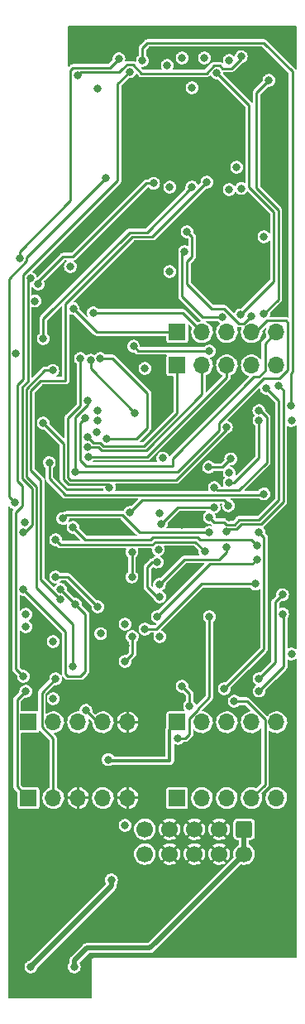
<source format=gbr>
%TF.GenerationSoftware,KiCad,Pcbnew,(6.0.0-0)*%
%TF.CreationDate,2022-01-16T08:37:52+00:00*%
%TF.ProjectId,curly-memory-kicad,6375726c-792d-46d6-956d-6f72792d6b69,rev?*%
%TF.SameCoordinates,Original*%
%TF.FileFunction,Copper,L4,Bot*%
%TF.FilePolarity,Positive*%
%FSLAX46Y46*%
G04 Gerber Fmt 4.6, Leading zero omitted, Abs format (unit mm)*
G04 Created by KiCad (PCBNEW (6.0.0-0)) date 2022-01-16 08:37:52*
%MOMM*%
%LPD*%
G01*
G04 APERTURE LIST*
G04 Aperture macros list*
%AMRoundRect*
0 Rectangle with rounded corners*
0 $1 Rounding radius*
0 $2 $3 $4 $5 $6 $7 $8 $9 X,Y pos of 4 corners*
0 Add a 4 corners polygon primitive as box body*
4,1,4,$2,$3,$4,$5,$6,$7,$8,$9,$2,$3,0*
0 Add four circle primitives for the rounded corners*
1,1,$1+$1,$2,$3*
1,1,$1+$1,$4,$5*
1,1,$1+$1,$6,$7*
1,1,$1+$1,$8,$9*
0 Add four rect primitives between the rounded corners*
20,1,$1+$1,$2,$3,$4,$5,0*
20,1,$1+$1,$4,$5,$6,$7,0*
20,1,$1+$1,$6,$7,$8,$9,0*
20,1,$1+$1,$8,$9,$2,$3,0*%
G04 Aperture macros list end*
%TA.AperFunction,ComponentPad*%
%ADD10RoundRect,0.250000X-0.600000X0.600000X-0.600000X-0.600000X0.600000X-0.600000X0.600000X0.600000X0*%
%TD*%
%TA.AperFunction,ComponentPad*%
%ADD11C,1.700000*%
%TD*%
%TA.AperFunction,ComponentPad*%
%ADD12R,1.700000X1.700000*%
%TD*%
%TA.AperFunction,ComponentPad*%
%ADD13O,1.700000X1.700000*%
%TD*%
%TA.AperFunction,ViaPad*%
%ADD14C,0.800000*%
%TD*%
%TA.AperFunction,Conductor*%
%ADD15C,0.254000*%
%TD*%
%TA.AperFunction,Conductor*%
%ADD16C,0.378000*%
%TD*%
%TA.AperFunction,Conductor*%
%ADD17C,0.508000*%
%TD*%
G04 APERTURE END LIST*
D10*
%TO.P,J401,1,Pin_1*%
%TO.N,Net-(D402-Pad1)*%
X24384000Y-82440500D03*
D11*
%TO.P,J401,2,Pin_2*%
X24384000Y-84980500D03*
%TO.P,J401,3,Pin_3*%
%TO.N,GND*%
X21844000Y-82440500D03*
%TO.P,J401,4,Pin_4*%
X21844000Y-84980500D03*
%TO.P,J401,5,Pin_5*%
X19304000Y-82440500D03*
%TO.P,J401,6,Pin_6*%
X19304000Y-84980500D03*
%TO.P,J401,7,Pin_7*%
X16764000Y-82440500D03*
%TO.P,J401,8,Pin_8*%
X16764000Y-84980500D03*
%TO.P,J401,9,Pin_9*%
%TO.N,Net-(D401-Pad2)*%
X14224000Y-82440500D03*
%TO.P,J401,10,Pin_10*%
X14224000Y-84980500D03*
%TD*%
D12*
%TO.P,J101,1,Pin_1*%
%TO.N,/input/IN_0_IN+*%
X17540000Y-31600000D03*
D13*
%TO.P,J101,2,Pin_2*%
%TO.N,/input/IN_1_IN+*%
X20080000Y-31600000D03*
%TO.P,J101,3,Pin_3*%
%TO.N,/input/IN_2_IN+*%
X22620000Y-31600000D03*
%TO.P,J101,4,Pin_4*%
%TO.N,/IN_3*%
X25160000Y-31600000D03*
%TO.P,J101,5,Pin_5*%
%TO.N,/RES_0*%
X27700000Y-31600000D03*
%TD*%
D12*
%TO.P,J103,1,Pin_1*%
%TO.N,+5V*%
X17540000Y-71500000D03*
D13*
%TO.P,J103,2,Pin_2*%
%TO.N,+3V3*%
X20080000Y-71500000D03*
%TO.P,J103,3,Pin_3*%
%TO.N,V_OFFSET*%
X22620000Y-71500000D03*
%TO.P,J103,4,Pin_4*%
%TO.N,/IO_32*%
X25160000Y-71500000D03*
%TO.P,J103,5,Pin_5*%
%TO.N,/IO_21*%
X27700000Y-71500000D03*
%TD*%
D12*
%TO.P,J102,1,Pin_1*%
%TO.N,/BOOT*%
X2300000Y-71500000D03*
D13*
%TO.P,J102,2,Pin_2*%
%TO.N,/RST*%
X4840000Y-71500000D03*
%TO.P,J102,3,Pin_3*%
%TO.N,/PROG_TX*%
X7380000Y-71500000D03*
%TO.P,J102,4,Pin_4*%
%TO.N,/PROG_RX*%
X9920000Y-71500000D03*
%TO.P,J102,5,Pin_5*%
%TO.N,GND*%
X12460000Y-71500000D03*
%TD*%
D12*
%TO.P,J105,1,Pin_1*%
%TO.N,/RES0_A1*%
X2300000Y-79250000D03*
D13*
%TO.P,J105,2,Pin_2*%
%TO.N,/RES0_W1*%
X4840000Y-79250000D03*
%TO.P,J105,3,Pin_3*%
%TO.N,GND*%
X7380000Y-79250000D03*
%TO.P,J105,4,Pin_4*%
%TO.N,/LEDS*%
X9920000Y-79250000D03*
%TO.P,J105,5,Pin_5*%
%TO.N,GND*%
X12460000Y-79250000D03*
%TD*%
D12*
%TO.P,J104,1,Pin_1*%
%TO.N,/output/OUT_0_OUT*%
X17531000Y-79250000D03*
D13*
%TO.P,J104,2,Pin_2*%
%TO.N,/output/OUT_1_OUT*%
X20071000Y-79250000D03*
%TO.P,J104,3,Pin_3*%
%TO.N,/output/OUT_2_OUT*%
X22611000Y-79250000D03*
%TO.P,J104,4,Pin_4*%
%TO.N,/output/OUT_3+*%
X25151000Y-79250000D03*
%TO.P,J104,5,Pin_5*%
%TO.N,/DRY_WET*%
X27691000Y-79250000D03*
%TD*%
D12*
%TO.P,J106,1,Pin_1*%
%TO.N,/RES_1*%
X17540000Y-35000000D03*
D13*
%TO.P,J106,2,Pin_2*%
%TO.N,/RES_2*%
X20080000Y-35000000D03*
%TO.P,J106,3,Pin_3*%
%TO.N,/RES_3*%
X22620000Y-35000000D03*
%TO.P,J106,4,Pin_4*%
%TO.N,/SW_0*%
X25160000Y-35000000D03*
%TO.P,J106,5,Pin_5*%
%TO.N,/SW_1*%
X27700000Y-35000000D03*
%TD*%
D14*
%TO.N,GND*%
X21590000Y-20574000D03*
X24892000Y-20574000D03*
X22352000Y-27686000D03*
X22352000Y-23368000D03*
X8636000Y-87630000D03*
X8128000Y-81534000D03*
X2032000Y-85852000D03*
X26416000Y-94488000D03*
X16510000Y-90170000D03*
X27686000Y-7366000D03*
X27940000Y-10160000D03*
X28702000Y-1778000D03*
X22098000Y-12700000D03*
X21844000Y-9144000D03*
X16764000Y-7874000D03*
X13970000Y-7874000D03*
X13716000Y-14732000D03*
X16002000Y-14732000D03*
X19558000Y-12446000D03*
X19558000Y-8890000D03*
X11684000Y-90678000D03*
X20828000Y-92964000D03*
X24130000Y-91694000D03*
X25146000Y-88646000D03*
%TO.N,/RST*%
X903101Y-49066325D03*
X10195500Y-15869060D03*
%TO.N,GND*%
X7784011Y-55289855D03*
X8181541Y-20526950D03*
X3318000Y-76438000D03*
X28448000Y-13462000D03*
X5334000Y-55372000D03*
X9398000Y-73152000D03*
X3556000Y-34798000D03*
X5080000Y-64516000D03*
X6609714Y-68320286D03*
X7620000Y-25146000D03*
X22234310Y-74422000D03*
X15548500Y-56134000D03*
X3466011Y-41910000D03*
X5080000Y-65786000D03*
X13462000Y-20320000D03*
X3466011Y-45188083D03*
X12709950Y-74422000D03*
X18034000Y-51308000D03*
X22860000Y-50546000D03*
X26924000Y-15748000D03*
X5080000Y-54102000D03*
X13208000Y-26670000D03*
X12242800Y-63652400D03*
X15718500Y-38608000D03*
X24883310Y-74422000D03*
X3466011Y-38354000D03*
X7620000Y-3556000D03*
X11813286Y-51691286D03*
X15385500Y-74422000D03*
%TO.N,+5V*%
X15602155Y-53845007D03*
X15714852Y-50169366D03*
X26416000Y-21844000D03*
X10476980Y-75325295D03*
X12192000Y-61468000D03*
X14224000Y-35306000D03*
%TO.N,+3V3*%
X16764000Y-25400000D03*
%TO.N,/RES0_W1*%
X5080000Y-67056000D03*
%TO.N,Net-(C201-Pad2)*%
X22570500Y-41323198D03*
X7620000Y-34290000D03*
%TO.N,Net-(C202-Pad2)*%
X13208000Y-39878000D03*
X8670886Y-34480841D03*
%TO.N,Net-(C203-Pad2)*%
X22860000Y-45990497D03*
X20828000Y-33528000D03*
X13063522Y-33042466D03*
%TO.N,+12V*%
X12192000Y-82042000D03*
X15748000Y-62738000D03*
X16065807Y-44485989D03*
%TO.N,-12V*%
X2540000Y-96520000D03*
X10795000Y-87630000D03*
X29228500Y-40640000D03*
X29228500Y-64516000D03*
%TO.N,Net-(C301-Pad1)*%
X18034000Y-67818000D03*
X18796000Y-69850000D03*
%TO.N,Net-(C302-Pad1)*%
X28321000Y-60424991D03*
X25924000Y-68310000D03*
%TO.N,Net-(C302-Pad2)*%
X25908000Y-67056000D03*
X28321000Y-58454091D03*
%TO.N,Net-(C303-Pad1)*%
X17606500Y-73138908D03*
X20828000Y-60706000D03*
X15748000Y-58674000D03*
X15494000Y-55118000D03*
%TO.N,Net-(D402-Pad1)*%
X6985000Y-96520000D03*
%TO.N,/IO_32*%
X16769714Y-16769714D03*
%TO.N,V_OFFSET*%
X20753078Y-45402505D03*
X23021894Y-44562604D03*
%TO.N,/LEDS*%
X15107286Y-16377286D03*
X3302000Y-26670000D03*
%TO.N,Net-(R106-Pad2)*%
X21336000Y-47498000D03*
X12924500Y-62738000D03*
X15900400Y-51206400D03*
X21310569Y-49494500D03*
X12192000Y-65278000D03*
X25902239Y-39640514D03*
X12899500Y-56642000D03*
X12899500Y-54102000D03*
%TO.N,/input/IN_0_IN+*%
X6882919Y-29195762D03*
%TO.N,/IN_0*%
X6858000Y-65786000D03*
X4786750Y-35520750D03*
%TO.N,/IN_1*%
X3810000Y-40894000D03*
X10585811Y-47462500D03*
%TO.N,/IN_2*%
X26416000Y-48151020D03*
X4435317Y-44944255D03*
%TO.N,/IN_3*%
X7076903Y-45899887D03*
X8382000Y-38643500D03*
%TO.N,/input/IN_1_IN+*%
X8925500Y-29635855D03*
%TO.N,/BOOT*%
X7371714Y-5298500D03*
X24090399Y-3419113D03*
%TO.N,/PROG_TX*%
X2494525Y-26080941D03*
X1374864Y-24011163D03*
X1742500Y-52064286D03*
X11568430Y-3648714D03*
%TO.N,/PROG_RX*%
X4826000Y-69088000D03*
X12679978Y-4970478D03*
X8174212Y-70287447D03*
X1778000Y-66802000D03*
%TO.N,/RES0_A1*%
X2026286Y-68331714D03*
%TO.N,/RES1_W1*%
X9398000Y-59690000D03*
X5080000Y-56642000D03*
%TO.N,Net-(R104-Pad2)*%
X25908000Y-40640000D03*
X12700000Y-50038000D03*
X22763570Y-49348687D03*
X22860000Y-46990000D03*
%TO.N,/output/OUT_1+*%
X25544479Y-57358431D03*
X14224000Y-61976000D03*
%TO.N,/output/OUT_3+*%
X22352000Y-68072000D03*
X25908000Y-52070000D03*
X23373714Y-69347714D03*
%TO.N,/output/OUT_0+*%
X25689500Y-54864000D03*
X15494000Y-60706000D03*
%TO.N,/SW_0*%
X22183836Y-30069263D03*
X18288000Y-23368000D03*
%TO.N,/SW_1*%
X18542000Y-21336000D03*
X25146000Y-29972000D03*
%TO.N,/RES_0*%
X8128000Y-40386000D03*
%TO.N,/RES_1*%
X8346500Y-42326861D03*
%TO.N,/RES_2*%
X8346500Y-43361385D03*
%TO.N,/RES_3*%
X8410111Y-44358861D03*
%TO.N,/SPI3_CS_0*%
X10331749Y-42522979D03*
X9652000Y-34290000D03*
X19050000Y-6604000D03*
%TO.N,/SPI3_MOSI*%
X9343016Y-6664777D03*
X4826000Y-63246000D03*
X9328364Y-41863576D03*
%TO.N,/SPI3_MISO*%
X9398000Y-40640000D03*
X9687103Y-62437470D03*
X16510000Y-4318000D03*
%TO.N,/SPI3_CLK*%
X2032000Y-61722000D03*
X18034000Y-3556000D03*
X9398000Y-39624000D03*
%TO.N,/SPI2_CLK*%
X22860000Y-17018000D03*
X20828000Y-52070000D03*
X5806500Y-50655466D03*
%TO.N,/SPI2_MISO*%
X24090399Y-16900887D03*
X25689500Y-53446875D03*
X6858000Y-51562000D03*
%TO.N,/SPI2_MOSI*%
X20359269Y-54043780D03*
X23622000Y-14732000D03*
X5080000Y-52832000D03*
%TO.N,/SPI2_CS_0*%
X26416000Y-29718000D03*
X26924000Y-5842000D03*
X27940000Y-37084000D03*
X22606000Y-53594000D03*
X15719891Y-57402389D03*
X22554087Y-51998985D03*
%TO.N,/SPI3_CS_1*%
X2032000Y-60452000D03*
X22860000Y-3810000D03*
%TO.N,/SPI2_CS_1*%
X26670000Y-37338000D03*
X20828000Y-50546000D03*
X24008714Y-29839286D03*
X21590000Y-5080000D03*
%TO.N,/RES_~RS*%
X20574000Y-16256000D03*
X5588000Y-58928000D03*
%TO.N,/RES_~SHDN*%
X7112000Y-59436000D03*
X3810000Y-32258000D03*
X19044286Y-16758286D03*
X1778000Y-57912000D03*
X1016000Y-33782000D03*
X5593714Y-57906286D03*
%TO.N,/SPI2_CS_2*%
X6592647Y-24901665D03*
X2958011Y-28421684D03*
X20320000Y-3556000D03*
X1888927Y-51054000D03*
%TO.N,/IO_21*%
X13970000Y-3810000D03*
X29210000Y-39116000D03*
%TD*%
D15*
%TO.N,/LEDS*%
X5842000Y-23876000D02*
X6858000Y-23876000D01*
X3302000Y-26416000D02*
X5842000Y-23876000D01*
X3302000Y-26670000D02*
X3302000Y-26416000D01*
X14356714Y-16377286D02*
X15107286Y-16377286D01*
X6858000Y-23876000D02*
X14356714Y-16377286D01*
%TO.N,/PROG_RX*%
X1778000Y-66802000D02*
X1016000Y-66040000D01*
X1687467Y-49366533D02*
X1687467Y-47299552D01*
X1016000Y-66040000D02*
X1016000Y-50038000D01*
X1179467Y-46791551D02*
X1179468Y-37028448D01*
X1768024Y-25780013D02*
X11430000Y-16118037D01*
X1016000Y-50038000D02*
X1687467Y-49366533D01*
X1687467Y-47299552D02*
X1179467Y-46791551D01*
X1179468Y-37028448D02*
X1768024Y-36439893D01*
X11430000Y-16118037D02*
X11430000Y-6220456D01*
X1768024Y-36439893D02*
X1768024Y-25780013D01*
X11430000Y-6220456D02*
X12679978Y-4970478D01*
%TO.N,/BOOT*%
X20508082Y-5134489D02*
X13871418Y-5134489D01*
X11953477Y-4685697D02*
X11613663Y-5025511D01*
X24090399Y-3607030D02*
X23070940Y-4626489D01*
X24090399Y-3419113D02*
X24090399Y-3607030D01*
X12980906Y-4243977D02*
X12379050Y-4243977D01*
X21890928Y-4353499D02*
X21289072Y-4353499D01*
X23070940Y-4626489D02*
X22163918Y-4626489D01*
X12379050Y-4243977D02*
X11953477Y-4669550D01*
X22163918Y-4626489D02*
X21890928Y-4353499D01*
X13871418Y-5134489D02*
X12980906Y-4243977D01*
X11953477Y-4669550D02*
X11953477Y-4685697D01*
X21289072Y-4353499D02*
X20508082Y-5134489D01*
X11613663Y-5025511D02*
X7644703Y-5025511D01*
X7644703Y-5025511D02*
X7371714Y-5298500D01*
%TO.N,/RST*%
X283785Y-26129671D02*
X2101365Y-24312091D01*
X283785Y-48447009D02*
X283785Y-26129671D01*
X2101365Y-24312091D02*
X2101365Y-23963195D01*
X2101365Y-23963195D02*
X10195500Y-15869060D01*
X903101Y-49066325D02*
X283785Y-48447009D01*
D16*
%TO.N,+5V*%
X16764000Y-72276000D02*
X17540000Y-71500000D01*
X16764000Y-75438000D02*
X16764000Y-72276000D01*
X10476980Y-75325295D02*
X10589685Y-75438000D01*
X10589685Y-75438000D02*
X16764000Y-75438000D01*
D15*
%TO.N,/RES0_W1*%
X3663489Y-71987328D02*
X3663489Y-68472511D01*
X4840000Y-79250000D02*
X4840000Y-73163839D01*
X3663489Y-68472511D02*
X5080000Y-67056000D01*
X4840000Y-73163839D02*
X3663489Y-71987328D01*
%TO.N,Net-(C201-Pad2)*%
X6350000Y-46482000D02*
X6604000Y-46736000D01*
X6350000Y-40386000D02*
X6350000Y-46482000D01*
X17405362Y-46736000D02*
X22570500Y-41570862D01*
X7620000Y-34290000D02*
X7620000Y-39116000D01*
X6604000Y-46736000D02*
X17405362Y-46736000D01*
X22570500Y-41570862D02*
X22570500Y-41323198D01*
X7620000Y-39116000D02*
X6350000Y-40386000D01*
%TO.N,Net-(C202-Pad2)*%
X13208000Y-39878000D02*
X8670886Y-35340886D01*
X8670886Y-35340886D02*
X8670886Y-34480841D01*
%TO.N,Net-(C203-Pad2)*%
X13549056Y-33528000D02*
X13063522Y-33042466D01*
X20828000Y-33528000D02*
X13549056Y-33528000D01*
D17*
%TO.N,-12V*%
X10795000Y-88265000D02*
X10795000Y-87630000D01*
X2540000Y-96520000D02*
X10795000Y-88265000D01*
D15*
%TO.N,Net-(C301-Pad1)*%
X18796000Y-69850000D02*
X18796000Y-68580000D01*
X18796000Y-68580000D02*
X18034000Y-67818000D01*
%TO.N,Net-(C302-Pad1)*%
X25924000Y-68310000D02*
X28448000Y-65786000D01*
X28448000Y-65786000D02*
X28448000Y-60551991D01*
X28448000Y-60551991D02*
X28321000Y-60424991D01*
%TO.N,Net-(C302-Pad2)*%
X25908000Y-67056000D02*
X27577022Y-65386978D01*
X27577022Y-65386978D02*
X27577022Y-59198069D01*
X27577022Y-59198069D02*
X28321000Y-58454091D01*
%TO.N,Net-(C303-Pad1)*%
X19626489Y-70156149D02*
X19626489Y-70289672D01*
X15494000Y-55118000D02*
X14986000Y-55118000D01*
X18362114Y-73138908D02*
X17606500Y-73138908D01*
X20828000Y-68954638D02*
X19626489Y-70156149D01*
X14986000Y-55118000D02*
X14478000Y-55626000D01*
X18796000Y-71120161D02*
X18796000Y-72705022D01*
X15494000Y-58674000D02*
X15748000Y-58674000D01*
X14478000Y-55626000D02*
X14478000Y-57658000D01*
X19626489Y-70289672D02*
X18796000Y-71120161D01*
X14478000Y-57658000D02*
X15494000Y-58674000D01*
X18796000Y-72705022D02*
X18362114Y-73138908D01*
X20828000Y-60706000D02*
X20828000Y-68954638D01*
D17*
%TO.N,Net-(D402-Pad1)*%
X14749500Y-94615000D02*
X8255000Y-94615000D01*
X6985000Y-95885000D02*
X6985000Y-96520000D01*
X24384000Y-84980500D02*
X15384500Y-93980000D01*
X24384000Y-82440500D02*
X24384000Y-84980500D01*
X15384500Y-93980000D02*
X14749500Y-94615000D01*
X8255000Y-94615000D02*
X6985000Y-95885000D01*
D15*
%TO.N,V_OFFSET*%
X22181993Y-45402505D02*
X20753078Y-45402505D01*
X23021894Y-44562604D02*
X22181993Y-45402505D01*
%TO.N,Net-(R106-Pad2)*%
X12899500Y-56642000D02*
X12899500Y-54102000D01*
X23857499Y-47770501D02*
X26707001Y-44920999D01*
X21608501Y-47770501D02*
X23857499Y-47770501D01*
X12969301Y-64500699D02*
X12969301Y-62782801D01*
X26707001Y-44920999D02*
X26707001Y-40316705D01*
X26707001Y-40316705D02*
X26030810Y-39640514D01*
X21336000Y-47498000D02*
X21608501Y-47770501D01*
X12192000Y-65278000D02*
X12969301Y-64500699D01*
X17612300Y-49494500D02*
X15900400Y-51206400D01*
X21310569Y-49494500D02*
X17612300Y-49494500D01*
X26030810Y-39640514D02*
X25902239Y-39640514D01*
X12969301Y-62782801D02*
X12924500Y-62738000D01*
%TO.N,/input/IN_0_IN+*%
X17540000Y-31600000D02*
X9287157Y-31600000D01*
X9287157Y-31600000D02*
X6882919Y-29195762D01*
%TO.N,/IN_0*%
X3102489Y-47431851D02*
X3102489Y-57712489D01*
X2086489Y-46415851D02*
X3102489Y-47431851D01*
X3102489Y-57712489D02*
X6858000Y-61468000D01*
X3969889Y-35520750D02*
X2086489Y-37404150D01*
X4786750Y-35520750D02*
X3969889Y-35520750D01*
X6858000Y-61468000D02*
X6858000Y-65786000D01*
X2086489Y-37404150D02*
X2086489Y-46415851D01*
%TO.N,/IN_1*%
X3810000Y-40894000D02*
X5896489Y-42980489D01*
X10312822Y-47189511D02*
X10585811Y-47462500D01*
X5896489Y-46669851D02*
X6416150Y-47189511D01*
X5896489Y-42980489D02*
X5896489Y-46669851D01*
X6416150Y-47189511D02*
X10312822Y-47189511D01*
%TO.N,/IN_2*%
X4435317Y-44944255D02*
X4435317Y-46599317D01*
X26342519Y-48224501D02*
X26416000Y-48151020D01*
X6060501Y-48224501D02*
X26342519Y-48224501D01*
X4435317Y-46599317D02*
X6060501Y-48224501D01*
%TO.N,/IN_3*%
X28006341Y-36357499D02*
X28876511Y-35487329D01*
X26369072Y-36357499D02*
X28006341Y-36357499D01*
X21844000Y-40882571D02*
X26369072Y-36357499D01*
X26737940Y-30423489D02*
X25561429Y-31600000D01*
X8382000Y-38995362D02*
X8382000Y-38643500D01*
X7076903Y-40300459D02*
X8382000Y-38995362D01*
X25561429Y-31600000D02*
X25160000Y-31600000D01*
X28645489Y-30423489D02*
X26737940Y-30423489D01*
X28876511Y-35487329D02*
X28876511Y-30654511D01*
X7076903Y-45899887D02*
X17600113Y-45899887D01*
X28876511Y-30654511D02*
X28645489Y-30423489D01*
X17600113Y-45899887D02*
X21844000Y-41656000D01*
X21844000Y-41656000D02*
X21844000Y-40882571D01*
X7076903Y-45899887D02*
X7076903Y-40300459D01*
%TO.N,/input/IN_1_IN+*%
X20080000Y-31600000D02*
X18115855Y-29635855D01*
X18115855Y-29635855D02*
X8925500Y-29635855D01*
%TO.N,/PROG_TX*%
X11568430Y-3648714D02*
X10645144Y-4572000D01*
X1374864Y-23364435D02*
X1374864Y-24011163D01*
X10645144Y-4572000D02*
X6858000Y-4572000D01*
X6604000Y-4826000D02*
X6604000Y-18135299D01*
X2648978Y-51321378D02*
X2648978Y-47619702D01*
X6858000Y-4572000D02*
X6604000Y-4826000D01*
X2231511Y-36617766D02*
X2231511Y-26343955D01*
X2231511Y-26343955D02*
X2494525Y-26080941D01*
X1632978Y-46603701D02*
X1632978Y-37216299D01*
X1632978Y-37216299D02*
X2231511Y-36617766D01*
X2648978Y-47619702D02*
X1632978Y-46603701D01*
X6604000Y-18135299D02*
X1374864Y-23364435D01*
X1906070Y-52064286D02*
X2648978Y-51321378D01*
X1742500Y-52064286D02*
X1906070Y-52064286D01*
%TO.N,/PROG_RX*%
X9386765Y-71500000D02*
X8174212Y-70287447D01*
X9920000Y-71500000D02*
X9386765Y-71500000D01*
%TO.N,/RES0_A1*%
X1123489Y-78073489D02*
X1123489Y-69195489D01*
X1123489Y-69195489D02*
X1987264Y-68331714D01*
X1987264Y-68331714D02*
X2026286Y-68331714D01*
X2300000Y-79250000D02*
X1123489Y-78073489D01*
%TO.N,/RES1_W1*%
X6350000Y-56642000D02*
X5080000Y-56642000D01*
X9398000Y-59690000D02*
X6350000Y-56642000D01*
%TO.N,Net-(R104-Pad2)*%
X25908000Y-44450000D02*
X23368000Y-46990000D01*
X25908000Y-40640000D02*
X25908000Y-44450000D01*
X22352000Y-48768000D02*
X22763570Y-49179570D01*
X13970000Y-48768000D02*
X22352000Y-48768000D01*
X23368000Y-46990000D02*
X22860000Y-46990000D01*
X22763570Y-49179570D02*
X22763570Y-49348687D01*
X12700000Y-50038000D02*
X13970000Y-48768000D01*
%TO.N,/output/OUT_1+*%
X15406204Y-61976000D02*
X20023773Y-57358431D01*
X14224000Y-61976000D02*
X15406204Y-61976000D01*
X20023773Y-57358431D02*
X25544479Y-57358431D01*
%TO.N,/output/OUT_3+*%
X26523489Y-77877511D02*
X26523489Y-71199650D01*
X26523489Y-71199650D02*
X24671553Y-69347714D01*
X25151000Y-79250000D02*
X26523489Y-77877511D01*
X25908000Y-52070000D02*
X26416000Y-52578000D01*
X26416000Y-52578000D02*
X26416000Y-64008000D01*
X26416000Y-64008000D02*
X22352000Y-68072000D01*
X24671553Y-69347714D02*
X23373714Y-69347714D01*
%TO.N,/output/OUT_0+*%
X20882489Y-55317511D02*
X25235989Y-55317511D01*
X15494000Y-60706000D02*
X20882489Y-55317511D01*
X25235989Y-55317511D02*
X25689500Y-54864000D01*
%TO.N,/SW_0*%
X18288000Y-23368000D02*
X18034000Y-23622000D01*
X18034000Y-27940000D02*
X20163263Y-30069263D01*
X20163263Y-30069263D02*
X22183836Y-30069263D01*
X18034000Y-23622000D02*
X18034000Y-27940000D01*
%TO.N,/SW_1*%
X19050000Y-23876000D02*
X19050000Y-22098000D01*
X19050000Y-21844000D02*
X18542000Y-21336000D01*
X22352000Y-29210000D02*
X21082000Y-29210000D01*
X23876000Y-30734000D02*
X22352000Y-29210000D01*
X25124161Y-29972000D02*
X24362161Y-30734000D01*
X21082000Y-29210000D02*
X18542000Y-26670000D01*
X24362161Y-30734000D02*
X23876000Y-30734000D01*
X18542000Y-26670000D02*
X18542000Y-24384000D01*
X19050000Y-22098000D02*
X19050000Y-21844000D01*
X18542000Y-24384000D02*
X19050000Y-23876000D01*
X25146000Y-29972000D02*
X25124161Y-29972000D01*
%TO.N,/RES_0*%
X7620000Y-44704000D02*
X8182489Y-45266489D01*
X17084149Y-44504490D02*
X25412128Y-36176511D01*
X25412128Y-36176511D02*
X25908698Y-36176511D01*
X8182489Y-45266489D02*
X17084149Y-45266489D01*
X26523489Y-32776511D02*
X27700000Y-31600000D01*
X17084149Y-45266489D02*
X17084149Y-44504490D01*
X26523489Y-35561720D02*
X26523489Y-32776511D01*
X7620000Y-40894000D02*
X7620000Y-44704000D01*
X25908698Y-36176511D02*
X26523489Y-35561720D01*
X8128000Y-40386000D02*
X7620000Y-40894000D01*
%TO.N,/RES_1*%
X17540000Y-35000000D02*
X17540000Y-39864000D01*
X17540000Y-39864000D02*
X14154520Y-43249480D01*
X8945639Y-42926000D02*
X8346500Y-42326861D01*
X9640571Y-42926000D02*
X8945639Y-42926000D01*
X14154520Y-43249480D02*
X9964051Y-43249480D01*
X9964051Y-43249480D02*
X9640571Y-42926000D01*
%TO.N,/RES_2*%
X9452721Y-43379511D02*
X8364626Y-43379511D01*
X20080000Y-35000000D02*
X20080000Y-37965361D01*
X8364626Y-43379511D02*
X8346500Y-43361385D01*
X20080000Y-37965361D02*
X14342370Y-43702991D01*
X14342370Y-43702991D02*
X9776201Y-43702991D01*
X9776201Y-43702991D02*
X9452721Y-43379511D01*
%TO.N,/RES_3*%
X14463220Y-44358861D02*
X8410111Y-44358861D01*
X22620000Y-35000000D02*
X22620000Y-36202081D01*
X22620000Y-36202081D02*
X14463220Y-44358861D01*
%TO.N,/SPI3_CS_0*%
X13357021Y-42522979D02*
X14478000Y-41402000D01*
X14478000Y-37846000D02*
X10922000Y-34290000D01*
X10922000Y-34290000D02*
X9652000Y-34290000D01*
X14478000Y-41402000D02*
X14478000Y-37846000D01*
X10331749Y-42522979D02*
X13357021Y-42522979D01*
%TO.N,/SPI2_CLK*%
X20828000Y-52070000D02*
X13697499Y-52070000D01*
X6169966Y-50292000D02*
X5806500Y-50655466D01*
X11919499Y-50292000D02*
X6169966Y-50292000D01*
X13697499Y-52070000D02*
X11919499Y-50292000D01*
%TO.N,/SPI2_MISO*%
X19900716Y-52867499D02*
X25110124Y-52867499D01*
X8128489Y-52832489D02*
X14793149Y-52832489D01*
X14793149Y-52832489D02*
X15068643Y-52556995D01*
X15068643Y-52556995D02*
X19590212Y-52556995D01*
X6858000Y-51562000D02*
X8128489Y-52832489D01*
X25110124Y-52867499D02*
X25689500Y-53446875D01*
X19590212Y-52556995D02*
X19900716Y-52867499D01*
%TO.N,/SPI2_MOSI*%
X20359269Y-54043780D02*
X19379995Y-53064506D01*
X15003366Y-53340000D02*
X5588000Y-53340000D01*
X15278860Y-53064506D02*
X15003366Y-53340000D01*
X19379995Y-53064506D02*
X15278860Y-53064506D01*
X5588000Y-53340000D02*
X5080000Y-52832000D01*
%TO.N,/SPI2_CS_0*%
X25654000Y-7112000D02*
X26924000Y-5842000D01*
X25654000Y-16884638D02*
X25654000Y-7112000D01*
X27885511Y-19116149D02*
X25654000Y-16884638D01*
X22606000Y-54102000D02*
X22606000Y-53594000D01*
X28393511Y-37537511D02*
X28393511Y-48955851D01*
X21844000Y-54864000D02*
X22606000Y-54102000D01*
X28393511Y-48955851D02*
X26095850Y-51253511D01*
X26095850Y-51253511D02*
X24075280Y-51253511D01*
X26416000Y-29718000D02*
X27885511Y-28248489D01*
X18258280Y-54864000D02*
X21844000Y-54864000D01*
X15719891Y-57402389D02*
X17750280Y-55372000D01*
X27885511Y-28248489D02*
X27885511Y-19116149D01*
X24075280Y-51253511D02*
X23602778Y-51726012D01*
X23602778Y-51726012D02*
X22827060Y-51726012D01*
X27940000Y-37084000D02*
X28393511Y-37537511D01*
X22827060Y-51726012D02*
X22554087Y-51998985D01*
X17750280Y-55372000D02*
X18258280Y-54864000D01*
%TO.N,/SPI2_CS_1*%
X27432000Y-26416000D02*
X24008714Y-29839286D01*
X22305072Y-51018501D02*
X22559072Y-51272501D01*
X21590000Y-5080000D02*
X24892000Y-8382000D01*
X23840501Y-50846928D02*
X23840501Y-50800000D01*
X23414928Y-51272501D02*
X23840501Y-50846928D01*
X24892000Y-8382000D02*
X24892000Y-16764000D01*
X20828000Y-50546000D02*
X21300501Y-51018501D01*
X23840501Y-50800000D02*
X25908000Y-50800000D01*
X24892000Y-16764000D02*
X27432000Y-19304000D01*
X27940000Y-48768000D02*
X27940000Y-38608000D01*
X27940000Y-38608000D02*
X26670000Y-37338000D01*
X25908000Y-50800000D02*
X27940000Y-48768000D01*
X22559072Y-51272501D02*
X23414928Y-51272501D01*
X21300501Y-51018501D02*
X22305072Y-51018501D01*
X27432000Y-19304000D02*
X27432000Y-26416000D01*
%TO.N,/RES_~RS*%
X3556000Y-46736000D02*
X2540000Y-45720000D01*
X2540000Y-45720000D02*
X2540000Y-37592000D01*
X5588000Y-58928000D02*
X3556000Y-56896000D01*
X14986000Y-21844000D02*
X20574000Y-16256000D01*
X3556000Y-36576000D02*
X6096000Y-36576000D01*
X6858000Y-27940000D02*
X12446000Y-22352000D01*
X3556000Y-56896000D02*
X3556000Y-46736000D01*
X12954000Y-21844000D02*
X14986000Y-21844000D01*
X12446000Y-22352000D02*
X12700000Y-22098000D01*
X2540000Y-37592000D02*
X3556000Y-36576000D01*
X12700000Y-22098000D02*
X12954000Y-21844000D01*
X6096000Y-28702000D02*
X6858000Y-27940000D01*
X6096000Y-36576000D02*
X6096000Y-28702000D01*
%TO.N,/RES_~SHDN*%
X8128000Y-60452000D02*
X7112000Y-59436000D01*
X19044286Y-16769714D02*
X19044286Y-16758286D01*
X1778000Y-57912000D02*
X6096000Y-62230000D01*
X7112000Y-59436000D02*
X7112000Y-59424571D01*
X6350000Y-66802000D02*
X7620000Y-66802000D01*
X14423511Y-21390489D02*
X19044286Y-16769714D01*
X7620000Y-66802000D02*
X8128000Y-66294000D01*
X8128000Y-66294000D02*
X8128000Y-60452000D01*
X6096000Y-66548000D02*
X6350000Y-66802000D01*
X7112000Y-59424571D02*
X5593714Y-57906286D01*
X6096000Y-62230000D02*
X6096000Y-66548000D01*
X3810000Y-30226000D02*
X12645511Y-21390489D01*
X3810000Y-32258000D02*
X3810000Y-30226000D01*
X12645511Y-21390489D02*
X14423511Y-21390489D01*
%TO.N,/IO_21*%
X29330022Y-35675178D02*
X29330022Y-4946022D01*
X29210000Y-35795201D02*
X29330022Y-35675178D01*
X29330022Y-4946022D02*
X26416000Y-2032000D01*
X14478000Y-2032000D02*
X13970000Y-2540000D01*
X29210000Y-39116000D02*
X29210000Y-35795201D01*
X26416000Y-2032000D02*
X14478000Y-2032000D01*
X13970000Y-2540000D02*
X13970000Y-3810000D01*
%TD*%
%TA.AperFunction,Conductor*%
%TO.N,GND*%
G36*
X6569822Y-29770552D02*
G01*
X6636893Y-29806968D01*
X6640212Y-29808770D01*
X6643859Y-29809727D01*
X6643862Y-29809728D01*
X6769358Y-29842651D01*
X6793441Y-29848969D01*
X6878076Y-29850298D01*
X6948066Y-29851398D01*
X6948068Y-29851398D01*
X6951835Y-29851457D01*
X6955503Y-29850617D01*
X6955512Y-29850616D01*
X6956584Y-29850370D01*
X6957069Y-29850452D01*
X6959258Y-29850222D01*
X6959322Y-29850833D01*
X7003749Y-29858346D01*
X7014732Y-29867098D01*
X8983894Y-31836260D01*
X8992206Y-31846552D01*
X8998281Y-31855961D01*
X8998284Y-31855964D01*
X9001086Y-31860304D01*
X9005144Y-31863503D01*
X9030568Y-31883546D01*
X9036068Y-31888434D01*
X9039805Y-31892171D01*
X9041905Y-31893672D01*
X9041909Y-31893675D01*
X9056831Y-31904339D01*
X9059186Y-31906107D01*
X9100827Y-31938934D01*
X9105700Y-31940645D01*
X9109180Y-31942559D01*
X9112798Y-31944332D01*
X9117000Y-31947334D01*
X9121944Y-31948813D01*
X9121945Y-31948813D01*
X9167816Y-31962531D01*
X9170613Y-31963441D01*
X9220659Y-31981016D01*
X9224577Y-31981355D01*
X9224580Y-31981356D01*
X9224917Y-31981385D01*
X9224923Y-31981385D01*
X9226248Y-31981500D01*
X9226507Y-31981500D01*
X9230511Y-31981839D01*
X9233736Y-31982246D01*
X9238681Y-31983725D01*
X9294082Y-31981548D01*
X9296535Y-31981500D01*
X16373001Y-31981500D01*
X16417195Y-31999806D01*
X16435501Y-32044000D01*
X16435501Y-32475066D01*
X16436100Y-32478075D01*
X16436100Y-32478080D01*
X16445897Y-32527336D01*
X16450266Y-32549301D01*
X16506516Y-32633484D01*
X16511633Y-32636903D01*
X16585580Y-32686314D01*
X16585582Y-32686315D01*
X16590699Y-32689734D01*
X16623753Y-32696309D01*
X16661920Y-32703901D01*
X16661923Y-32703901D01*
X16664933Y-32704500D01*
X17540000Y-32704500D01*
X18415066Y-32704499D01*
X18418075Y-32703900D01*
X18418080Y-32703900D01*
X18483263Y-32690935D01*
X18489301Y-32689734D01*
X18573484Y-32633484D01*
X18605129Y-32586125D01*
X18626314Y-32554420D01*
X18626315Y-32554418D01*
X18629734Y-32549301D01*
X18642000Y-32487635D01*
X18643901Y-32478080D01*
X18643901Y-32478077D01*
X18644500Y-32475067D01*
X18644499Y-30854909D01*
X18662805Y-30810715D01*
X18706999Y-30792409D01*
X18751193Y-30810715D01*
X19043678Y-31103201D01*
X19061984Y-31147395D01*
X19057228Y-31171309D01*
X19056534Y-31172985D01*
X19055203Y-31175515D01*
X18995007Y-31369378D01*
X18971148Y-31570964D01*
X18971336Y-31573828D01*
X18981062Y-31722221D01*
X18984424Y-31773522D01*
X18985130Y-31776302D01*
X19032533Y-31962948D01*
X19034392Y-31970269D01*
X19119377Y-32154616D01*
X19236533Y-32320389D01*
X19381938Y-32462035D01*
X19550720Y-32574812D01*
X19631610Y-32609565D01*
X19734588Y-32653808D01*
X19734590Y-32653809D01*
X19737228Y-32654942D01*
X19837641Y-32677663D01*
X19932426Y-32699111D01*
X19932429Y-32699111D01*
X19935216Y-32699742D01*
X20025164Y-32703276D01*
X20135193Y-32707600D01*
X20135197Y-32707600D01*
X20138053Y-32707712D01*
X20338945Y-32678584D01*
X20531165Y-32613334D01*
X20708276Y-32514147D01*
X20864345Y-32384345D01*
X20994147Y-32228276D01*
X21093334Y-32051165D01*
X21158584Y-31858945D01*
X21171385Y-31770659D01*
X21187449Y-31659869D01*
X21187449Y-31659864D01*
X21187712Y-31658053D01*
X21189232Y-31600000D01*
X21189065Y-31598177D01*
X21175070Y-31445880D01*
X21170658Y-31397859D01*
X21169879Y-31395096D01*
X21116335Y-31205244D01*
X21116333Y-31205240D01*
X21115557Y-31202487D01*
X21025776Y-31020428D01*
X21006268Y-30994304D01*
X20906037Y-30860078D01*
X20906036Y-30860076D01*
X20904320Y-30857779D01*
X20755258Y-30719987D01*
X20583581Y-30611667D01*
X20501242Y-30578817D01*
X20482436Y-30571314D01*
X20448171Y-30537934D01*
X20447545Y-30490103D01*
X20480925Y-30455838D01*
X20505596Y-30450763D01*
X21618310Y-30450763D01*
X21662504Y-30469069D01*
X21670185Y-30478403D01*
X21682641Y-30496940D01*
X21682646Y-30496945D01*
X21684744Y-30500068D01*
X21687531Y-30502604D01*
X21699710Y-30513686D01*
X21801912Y-30606682D01*
X21805222Y-30608479D01*
X21805226Y-30608482D01*
X21893248Y-30656274D01*
X21923352Y-30693449D01*
X21918352Y-30741022D01*
X21904635Y-30758190D01*
X21821970Y-30830686D01*
X21815392Y-30836455D01*
X21689720Y-30995869D01*
X21595203Y-31175515D01*
X21594356Y-31178242D01*
X21594355Y-31178245D01*
X21593372Y-31181411D01*
X21535007Y-31369378D01*
X21511148Y-31570964D01*
X21511336Y-31573828D01*
X21521062Y-31722221D01*
X21524424Y-31773522D01*
X21525130Y-31776302D01*
X21572533Y-31962948D01*
X21574392Y-31970269D01*
X21659377Y-32154616D01*
X21776533Y-32320389D01*
X21921938Y-32462035D01*
X22090720Y-32574812D01*
X22171610Y-32609565D01*
X22274588Y-32653808D01*
X22274590Y-32653809D01*
X22277228Y-32654942D01*
X22377641Y-32677663D01*
X22472426Y-32699111D01*
X22472429Y-32699111D01*
X22475216Y-32699742D01*
X22565164Y-32703276D01*
X22675193Y-32707600D01*
X22675197Y-32707600D01*
X22678053Y-32707712D01*
X22878945Y-32678584D01*
X23071165Y-32613334D01*
X23248276Y-32514147D01*
X23404345Y-32384345D01*
X23534147Y-32228276D01*
X23633334Y-32051165D01*
X23698584Y-31858945D01*
X23711385Y-31770659D01*
X23727449Y-31659869D01*
X23727449Y-31659864D01*
X23727712Y-31658053D01*
X23729232Y-31600000D01*
X23729065Y-31598177D01*
X23715070Y-31445880D01*
X23710658Y-31397859D01*
X23709879Y-31395096D01*
X23656335Y-31205244D01*
X23656333Y-31205240D01*
X23655557Y-31202487D01*
X23654290Y-31199917D01*
X23640200Y-31171344D01*
X23637072Y-31123611D01*
X23668613Y-31087647D01*
X23714162Y-31083822D01*
X23756668Y-31096534D01*
X23759457Y-31097441D01*
X23809502Y-31115016D01*
X23813420Y-31115355D01*
X23813423Y-31115356D01*
X23813760Y-31115385D01*
X23813766Y-31115385D01*
X23815091Y-31115500D01*
X23815350Y-31115500D01*
X23819354Y-31115839D01*
X23822579Y-31116246D01*
X23827524Y-31117725D01*
X23882925Y-31115548D01*
X23885378Y-31115500D01*
X24068987Y-31115500D01*
X24113181Y-31133806D01*
X24131487Y-31178000D01*
X24128676Y-31196534D01*
X24076197Y-31365545D01*
X24075007Y-31369378D01*
X24051148Y-31570964D01*
X24051336Y-31573828D01*
X24061062Y-31722221D01*
X24064424Y-31773522D01*
X24065130Y-31776302D01*
X24112533Y-31962948D01*
X24114392Y-31970269D01*
X24199377Y-32154616D01*
X24316533Y-32320389D01*
X24461938Y-32462035D01*
X24630720Y-32574812D01*
X24711610Y-32609565D01*
X24814588Y-32653808D01*
X24814590Y-32653809D01*
X24817228Y-32654942D01*
X24917641Y-32677663D01*
X25012426Y-32699111D01*
X25012429Y-32699111D01*
X25015216Y-32699742D01*
X25105164Y-32703276D01*
X25215193Y-32707600D01*
X25215197Y-32707600D01*
X25218053Y-32707712D01*
X25418945Y-32678584D01*
X25611165Y-32613334D01*
X25788276Y-32514147D01*
X25944345Y-32384345D01*
X26074147Y-32228276D01*
X26173334Y-32051165D01*
X26238584Y-31858945D01*
X26251385Y-31770659D01*
X26267449Y-31659869D01*
X26267449Y-31659864D01*
X26267712Y-31658053D01*
X26269232Y-31600000D01*
X26269065Y-31598179D01*
X26269065Y-31598177D01*
X26257753Y-31475066D01*
X26271939Y-31429383D01*
X26275797Y-31425154D01*
X26563734Y-31137217D01*
X26607928Y-31118911D01*
X26652122Y-31137217D01*
X26670428Y-31181411D01*
X26667617Y-31199945D01*
X26615007Y-31369378D01*
X26591148Y-31570964D01*
X26591336Y-31573828D01*
X26601062Y-31722221D01*
X26604424Y-31773522D01*
X26605130Y-31776302D01*
X26652533Y-31962948D01*
X26654392Y-31970269D01*
X26679011Y-32023673D01*
X26680889Y-32071469D01*
X26666446Y-32094031D01*
X26287229Y-32473248D01*
X26276937Y-32481560D01*
X26267528Y-32487635D01*
X26267525Y-32487638D01*
X26263185Y-32490440D01*
X26254799Y-32501077D01*
X26239943Y-32519922D01*
X26235055Y-32525422D01*
X26231318Y-32529159D01*
X26229817Y-32531259D01*
X26229814Y-32531263D01*
X26219150Y-32546185D01*
X26217382Y-32548540D01*
X26212747Y-32554420D01*
X26184555Y-32590181D01*
X26182844Y-32595054D01*
X26180930Y-32598534D01*
X26179157Y-32602152D01*
X26176155Y-32606354D01*
X26174676Y-32611298D01*
X26174676Y-32611299D01*
X26173792Y-32614255D01*
X26161436Y-32655573D01*
X26160958Y-32657170D01*
X26160048Y-32659967D01*
X26142473Y-32710013D01*
X26141989Y-32715602D01*
X26141989Y-32715861D01*
X26141650Y-32719865D01*
X26141243Y-32723090D01*
X26139764Y-32728035D01*
X26141941Y-32783435D01*
X26141989Y-32785889D01*
X26141989Y-34280768D01*
X26123683Y-34324962D01*
X26079489Y-34343268D01*
X26035295Y-34324962D01*
X26029411Y-34318163D01*
X25986037Y-34260078D01*
X25986036Y-34260076D01*
X25984320Y-34257779D01*
X25835258Y-34119987D01*
X25663581Y-34011667D01*
X25502598Y-33947441D01*
X25477696Y-33937506D01*
X25475039Y-33936446D01*
X25472233Y-33935888D01*
X25472230Y-33935887D01*
X25278752Y-33897402D01*
X25278750Y-33897402D01*
X25275946Y-33896844D01*
X25180353Y-33895593D01*
X25075833Y-33894224D01*
X25075828Y-33894224D01*
X25072971Y-33894187D01*
X25070151Y-33894672D01*
X25070146Y-33894672D01*
X24956934Y-33914126D01*
X24872910Y-33928564D01*
X24870222Y-33929556D01*
X24870217Y-33929557D01*
X24685151Y-33997832D01*
X24685148Y-33997833D01*
X24682463Y-33998824D01*
X24508010Y-34102612D01*
X24455880Y-34148329D01*
X24364989Y-34228039D01*
X24355392Y-34236455D01*
X24353616Y-34238708D01*
X24353615Y-34238709D01*
X24290979Y-34318163D01*
X24229720Y-34395869D01*
X24135203Y-34575515D01*
X24134356Y-34578242D01*
X24134355Y-34578245D01*
X24111487Y-34651892D01*
X24075007Y-34769378D01*
X24064794Y-34855668D01*
X24057869Y-34914182D01*
X24051148Y-34970964D01*
X24053087Y-35000546D01*
X24063199Y-35154828D01*
X24064424Y-35173522D01*
X24065130Y-35176302D01*
X24113636Y-35367291D01*
X24114392Y-35370269D01*
X24199377Y-35554616D01*
X24316533Y-35720389D01*
X24318587Y-35722390D01*
X24318588Y-35722391D01*
X24414079Y-35815413D01*
X24461938Y-35862035D01*
X24630720Y-35974812D01*
X24717124Y-36011934D01*
X24814588Y-36053808D01*
X24814590Y-36053809D01*
X24817228Y-36054942D01*
X24850983Y-36062580D01*
X24890047Y-36090188D01*
X24898148Y-36137333D01*
X24881383Y-36167733D01*
X16847889Y-44201227D01*
X16837597Y-44209539D01*
X16828188Y-44215614D01*
X16828185Y-44215617D01*
X16823845Y-44218419D01*
X16820646Y-44222477D01*
X16800603Y-44247901D01*
X16795715Y-44253401D01*
X16791978Y-44257138D01*
X16790478Y-44259237D01*
X16786082Y-44265388D01*
X16745493Y-44290701D01*
X16698893Y-44279899D01*
X16676767Y-44251141D01*
X16651419Y-44184060D01*
X16650087Y-44180535D01*
X16560360Y-44049981D01*
X16521747Y-44015578D01*
X16444894Y-43947105D01*
X16444892Y-43947104D01*
X16442082Y-43944600D01*
X16302081Y-43870473D01*
X16148440Y-43831881D01*
X16144675Y-43831861D01*
X16144673Y-43831861D01*
X16066103Y-43831450D01*
X15990028Y-43831051D01*
X15986364Y-43831931D01*
X15986361Y-43831931D01*
X15916755Y-43848642D01*
X15835991Y-43868032D01*
X15832649Y-43869757D01*
X15832646Y-43869758D01*
X15765606Y-43904361D01*
X15695221Y-43940689D01*
X15674168Y-43959055D01*
X15604933Y-44019453D01*
X15575846Y-44044827D01*
X15573680Y-44047909D01*
X15573679Y-44047910D01*
X15519833Y-44124525D01*
X15484757Y-44174433D01*
X15483388Y-44177944D01*
X15483387Y-44177946D01*
X15439623Y-44290197D01*
X15427213Y-44322026D01*
X15426721Y-44325763D01*
X15407028Y-44475344D01*
X15407028Y-44475348D01*
X15406536Y-44479085D01*
X15423920Y-44636542D01*
X15478360Y-44785308D01*
X15480463Y-44788438D01*
X15482173Y-44791794D01*
X15480893Y-44792446D01*
X15489374Y-44834527D01*
X15462898Y-44874368D01*
X15428044Y-44884989D01*
X8959913Y-44884989D01*
X8915719Y-44866683D01*
X8897413Y-44822489D01*
X8909158Y-44786018D01*
X8909668Y-44785308D01*
X8923263Y-44766390D01*
X8963916Y-44741183D01*
X8974017Y-44740361D01*
X14415844Y-44740361D01*
X14428998Y-44741761D01*
X14445000Y-44745206D01*
X14450130Y-44744599D01*
X14450132Y-44744599D01*
X14482279Y-44740794D01*
X14489625Y-44740361D01*
X14494912Y-44740361D01*
X14515556Y-44736925D01*
X14518443Y-44736514D01*
X14571127Y-44730279D01*
X14575783Y-44728043D01*
X14579622Y-44726928D01*
X14583411Y-44725631D01*
X14588503Y-44724783D01*
X14593046Y-44722332D01*
X14593048Y-44722331D01*
X14635178Y-44699598D01*
X14637803Y-44698261D01*
X14663618Y-44685865D01*
X14685618Y-44675301D01*
X14689912Y-44671691D01*
X14690097Y-44671506D01*
X14693164Y-44668917D01*
X14695730Y-44666926D01*
X14700277Y-44664473D01*
X14737919Y-44623752D01*
X14739620Y-44621983D01*
X22856260Y-36505344D01*
X22866552Y-36497032D01*
X22875961Y-36490957D01*
X22875964Y-36490954D01*
X22880304Y-36488152D01*
X22903546Y-36458670D01*
X22908434Y-36453170D01*
X22912171Y-36449433D01*
X22913675Y-36447329D01*
X22924339Y-36432407D01*
X22926107Y-36430052D01*
X22955736Y-36392467D01*
X22958934Y-36388411D01*
X22960645Y-36383538D01*
X22962559Y-36380058D01*
X22964332Y-36376440D01*
X22967334Y-36372238D01*
X22982532Y-36321418D01*
X22983442Y-36318621D01*
X22999711Y-36272294D01*
X23001016Y-36268579D01*
X23001500Y-36262990D01*
X23001500Y-36262731D01*
X23001839Y-36258727D01*
X23002246Y-36255502D01*
X23003725Y-36250557D01*
X23001548Y-36195156D01*
X23001500Y-36192703D01*
X23001500Y-36081769D01*
X23019806Y-36037575D01*
X23043910Y-36022586D01*
X23054400Y-36019025D01*
X23071165Y-36013334D01*
X23248276Y-35914147D01*
X23404345Y-35784345D01*
X23534147Y-35628276D01*
X23633334Y-35451165D01*
X23698584Y-35258945D01*
X23715535Y-35142037D01*
X23727449Y-35059869D01*
X23727449Y-35059864D01*
X23727712Y-35058053D01*
X23729232Y-35000000D01*
X23729045Y-34997957D01*
X23720137Y-34901015D01*
X23710658Y-34797859D01*
X23709879Y-34795096D01*
X23656335Y-34605244D01*
X23656333Y-34605240D01*
X23655557Y-34602487D01*
X23576127Y-34441418D01*
X23567044Y-34422999D01*
X23567043Y-34422998D01*
X23565776Y-34420428D01*
X23551724Y-34401610D01*
X23446037Y-34260078D01*
X23446036Y-34260076D01*
X23444320Y-34257779D01*
X23295258Y-34119987D01*
X23123581Y-34011667D01*
X22962598Y-33947441D01*
X22937696Y-33937506D01*
X22935039Y-33936446D01*
X22932233Y-33935888D01*
X22932230Y-33935887D01*
X22738752Y-33897402D01*
X22738750Y-33897402D01*
X22735946Y-33896844D01*
X22640353Y-33895593D01*
X22535833Y-33894224D01*
X22535828Y-33894224D01*
X22532971Y-33894187D01*
X22530151Y-33894672D01*
X22530146Y-33894672D01*
X22416934Y-33914126D01*
X22332910Y-33928564D01*
X22330222Y-33929556D01*
X22330217Y-33929557D01*
X22145151Y-33997832D01*
X22145148Y-33997833D01*
X22142463Y-33998824D01*
X21968010Y-34102612D01*
X21915880Y-34148329D01*
X21824989Y-34228039D01*
X21815392Y-34236455D01*
X21813616Y-34238708D01*
X21813615Y-34238709D01*
X21750979Y-34318163D01*
X21689720Y-34395869D01*
X21595203Y-34575515D01*
X21594356Y-34578242D01*
X21594355Y-34578245D01*
X21571487Y-34651892D01*
X21535007Y-34769378D01*
X21524794Y-34855668D01*
X21517869Y-34914182D01*
X21511148Y-34970964D01*
X21513087Y-35000546D01*
X21523199Y-35154828D01*
X21524424Y-35173522D01*
X21525130Y-35176302D01*
X21573636Y-35367291D01*
X21574392Y-35370269D01*
X21659377Y-35554616D01*
X21776533Y-35720389D01*
X21778587Y-35722390D01*
X21778588Y-35722391D01*
X21874079Y-35815413D01*
X21921938Y-35862035D01*
X22090720Y-35974812D01*
X22145080Y-35998167D01*
X22157791Y-36003628D01*
X22191170Y-36037892D01*
X22190543Y-36085724D01*
X22177313Y-36105246D01*
X20568194Y-37714365D01*
X20524000Y-37732671D01*
X20479806Y-37714365D01*
X20461500Y-37670171D01*
X20461500Y-36081769D01*
X20479806Y-36037575D01*
X20503910Y-36022586D01*
X20514400Y-36019025D01*
X20531165Y-36013334D01*
X20708276Y-35914147D01*
X20864345Y-35784345D01*
X20994147Y-35628276D01*
X21093334Y-35451165D01*
X21158584Y-35258945D01*
X21175535Y-35142037D01*
X21187449Y-35059869D01*
X21187449Y-35059864D01*
X21187712Y-35058053D01*
X21189232Y-35000000D01*
X21189045Y-34997957D01*
X21180137Y-34901015D01*
X21170658Y-34797859D01*
X21169879Y-34795096D01*
X21116335Y-34605244D01*
X21116333Y-34605240D01*
X21115557Y-34602487D01*
X21036127Y-34441418D01*
X21027044Y-34422999D01*
X21027043Y-34422998D01*
X21025776Y-34420428D01*
X21010998Y-34400637D01*
X20913416Y-34269960D01*
X20901641Y-34223597D01*
X20926099Y-34182487D01*
X20949540Y-34171643D01*
X21051332Y-34148329D01*
X21054696Y-34146637D01*
X21054699Y-34146636D01*
X21145146Y-34101146D01*
X21192855Y-34077151D01*
X21195720Y-34074704D01*
X21195723Y-34074702D01*
X21287490Y-33996325D01*
X21313314Y-33974269D01*
X21315509Y-33971214D01*
X21315512Y-33971211D01*
X21403555Y-33848686D01*
X21403556Y-33848684D01*
X21405755Y-33845624D01*
X21464842Y-33698641D01*
X21487162Y-33541807D01*
X21487307Y-33528000D01*
X21468276Y-33370733D01*
X21412280Y-33222546D01*
X21322553Y-33091992D01*
X21264687Y-33040436D01*
X21207087Y-32989116D01*
X21207085Y-32989115D01*
X21204275Y-32986611D01*
X21064274Y-32912484D01*
X20910633Y-32873892D01*
X20906868Y-32873872D01*
X20906866Y-32873872D01*
X20828296Y-32873461D01*
X20752221Y-32873062D01*
X20748557Y-32873942D01*
X20748554Y-32873942D01*
X20686072Y-32888943D01*
X20598184Y-32910043D01*
X20594842Y-32911768D01*
X20594839Y-32911769D01*
X20527799Y-32946372D01*
X20457414Y-32982700D01*
X20338039Y-33086838D01*
X20335873Y-33089920D01*
X20335872Y-33089921D01*
X20314776Y-33119938D01*
X20274388Y-33145569D01*
X20263642Y-33146500D01*
X13781867Y-33146500D01*
X13737673Y-33128194D01*
X13719367Y-33084000D01*
X13719991Y-33075193D01*
X13722396Y-33058295D01*
X13722684Y-33056273D01*
X13722829Y-33042466D01*
X13703798Y-32885199D01*
X13647802Y-32737012D01*
X13558075Y-32606458D01*
X13487145Y-32543262D01*
X13442609Y-32503582D01*
X13442607Y-32503581D01*
X13439797Y-32501077D01*
X13299796Y-32426950D01*
X13146155Y-32388358D01*
X13142390Y-32388338D01*
X13142388Y-32388338D01*
X13063818Y-32387927D01*
X12987743Y-32387528D01*
X12984079Y-32388408D01*
X12984076Y-32388408D01*
X12915767Y-32404808D01*
X12833706Y-32424509D01*
X12830364Y-32426234D01*
X12830361Y-32426235D01*
X12764872Y-32460037D01*
X12692936Y-32497166D01*
X12573561Y-32601304D01*
X12571395Y-32604386D01*
X12571394Y-32604387D01*
X12533318Y-32658564D01*
X12482472Y-32730910D01*
X12481103Y-32734421D01*
X12481102Y-32734423D01*
X12426368Y-32874810D01*
X12424928Y-32878503D01*
X12424436Y-32882240D01*
X12404743Y-33031821D01*
X12404743Y-33031825D01*
X12404251Y-33035562D01*
X12421635Y-33193019D01*
X12476075Y-33341785D01*
X12564430Y-33473271D01*
X12681598Y-33579885D01*
X12820815Y-33655474D01*
X12824462Y-33656431D01*
X12824465Y-33656432D01*
X12949961Y-33689355D01*
X12974044Y-33695673D01*
X13058679Y-33697002D01*
X13128669Y-33698102D01*
X13128671Y-33698102D01*
X13132438Y-33698161D01*
X13137193Y-33697072D01*
X13137682Y-33697155D01*
X13139860Y-33696926D01*
X13139924Y-33697534D01*
X13184358Y-33705053D01*
X13195336Y-33713802D01*
X13245791Y-33764257D01*
X13254103Y-33774549D01*
X13260180Y-33783961D01*
X13260183Y-33783964D01*
X13262985Y-33788304D01*
X13267043Y-33791503D01*
X13292472Y-33811550D01*
X13297972Y-33816438D01*
X13301705Y-33820171D01*
X13318746Y-33832349D01*
X13321040Y-33834072D01*
X13362726Y-33866934D01*
X13367604Y-33868647D01*
X13371109Y-33870574D01*
X13374695Y-33872331D01*
X13378899Y-33875335D01*
X13428585Y-33890194D01*
X13429719Y-33890533D01*
X13432521Y-33891444D01*
X13482558Y-33909016D01*
X13486476Y-33909355D01*
X13486479Y-33909356D01*
X13486816Y-33909385D01*
X13486822Y-33909385D01*
X13488147Y-33909500D01*
X13488406Y-33909500D01*
X13492410Y-33909839D01*
X13495635Y-33910246D01*
X13500580Y-33911725D01*
X13555992Y-33909548D01*
X13558445Y-33909500D01*
X16427683Y-33909500D01*
X16471877Y-33927806D01*
X16490183Y-33972000D01*
X16479650Y-34006723D01*
X16475326Y-34013195D01*
X16450266Y-34050699D01*
X16449065Y-34056737D01*
X16449065Y-34056738D01*
X16439564Y-34104504D01*
X16435500Y-34124933D01*
X16435501Y-35875066D01*
X16436100Y-35878075D01*
X16436100Y-35878080D01*
X16446405Y-35929890D01*
X16450266Y-35949301D01*
X16506516Y-36033484D01*
X16511633Y-36036903D01*
X16585580Y-36086314D01*
X16585582Y-36086315D01*
X16590699Y-36089734D01*
X16623753Y-36096309D01*
X16661920Y-36103901D01*
X16661923Y-36103901D01*
X16664933Y-36104500D01*
X17096000Y-36104500D01*
X17140194Y-36122806D01*
X17158500Y-36167000D01*
X17158500Y-39680089D01*
X17140194Y-39724283D01*
X14014803Y-42849674D01*
X13970609Y-42867980D01*
X13702430Y-42867980D01*
X13658236Y-42849674D01*
X13639930Y-42805480D01*
X13658236Y-42761286D01*
X14714257Y-41705265D01*
X14724549Y-41696953D01*
X14733961Y-41690876D01*
X14733964Y-41690873D01*
X14738304Y-41688071D01*
X14761550Y-41658584D01*
X14766438Y-41653084D01*
X14770171Y-41649351D01*
X14782349Y-41632310D01*
X14784072Y-41630016D01*
X14816934Y-41588330D01*
X14818647Y-41583452D01*
X14820574Y-41579947D01*
X14822331Y-41576361D01*
X14825335Y-41572157D01*
X14840532Y-41521339D01*
X14841443Y-41518538D01*
X14846124Y-41505208D01*
X14859016Y-41468498D01*
X14859500Y-41462909D01*
X14859500Y-41462641D01*
X14859839Y-41458644D01*
X14860246Y-41455420D01*
X14861725Y-41450475D01*
X14859548Y-41395063D01*
X14859500Y-41392610D01*
X14859500Y-37893376D01*
X14860900Y-37880221D01*
X14863257Y-37869272D01*
X14864345Y-37864220D01*
X14859933Y-37826942D01*
X14859500Y-37819596D01*
X14859500Y-37814308D01*
X14856065Y-37793669D01*
X14855650Y-37790754D01*
X14850024Y-37743221D01*
X14849417Y-37738092D01*
X14847181Y-37733435D01*
X14846062Y-37729584D01*
X14844770Y-37725810D01*
X14843922Y-37720717D01*
X14818735Y-37674038D01*
X14817398Y-37671413D01*
X14796143Y-37627149D01*
X14794440Y-37623602D01*
X14790830Y-37619308D01*
X14790645Y-37619123D01*
X14788056Y-37616056D01*
X14786065Y-37613490D01*
X14783612Y-37608943D01*
X14742892Y-37571302D01*
X14741123Y-37569601D01*
X12470619Y-35299096D01*
X13564729Y-35299096D01*
X13582113Y-35456553D01*
X13636553Y-35605319D01*
X13653461Y-35630481D01*
X13722561Y-35733312D01*
X13724908Y-35736805D01*
X13842076Y-35843419D01*
X13845385Y-35845216D01*
X13845387Y-35845217D01*
X13943368Y-35898416D01*
X13981293Y-35919008D01*
X13984940Y-35919965D01*
X13984943Y-35919966D01*
X14105354Y-35951555D01*
X14134522Y-35959207D01*
X14219157Y-35960536D01*
X14289147Y-35961636D01*
X14289149Y-35961636D01*
X14292916Y-35961695D01*
X14447332Y-35926329D01*
X14450696Y-35924637D01*
X14450699Y-35924636D01*
X14555364Y-35871995D01*
X14588855Y-35855151D01*
X14591720Y-35852704D01*
X14591723Y-35852702D01*
X14706452Y-35754713D01*
X14709314Y-35752269D01*
X14711509Y-35749214D01*
X14711512Y-35749211D01*
X14799555Y-35626686D01*
X14799556Y-35626684D01*
X14801755Y-35623624D01*
X14860842Y-35476641D01*
X14872302Y-35396118D01*
X14882875Y-35321826D01*
X14882875Y-35321821D01*
X14883162Y-35319807D01*
X14883307Y-35306000D01*
X14864276Y-35148733D01*
X14808280Y-35000546D01*
X14718553Y-34869992D01*
X14640882Y-34800790D01*
X14603087Y-34767116D01*
X14603085Y-34767115D01*
X14600275Y-34764611D01*
X14460274Y-34690484D01*
X14306633Y-34651892D01*
X14302868Y-34651872D01*
X14302866Y-34651872D01*
X14224296Y-34651461D01*
X14148221Y-34651062D01*
X14144557Y-34651942D01*
X14144554Y-34651942D01*
X14074948Y-34668653D01*
X13994184Y-34688043D01*
X13990842Y-34689768D01*
X13990839Y-34689769D01*
X13975805Y-34697529D01*
X13853414Y-34760700D01*
X13850576Y-34763175D01*
X13850577Y-34763175D01*
X13744551Y-34855668D01*
X13734039Y-34864838D01*
X13731873Y-34867920D01*
X13731872Y-34867921D01*
X13690273Y-34927110D01*
X13642950Y-34994444D01*
X13641581Y-34997955D01*
X13641580Y-34997957D01*
X13586856Y-35138319D01*
X13585406Y-35142037D01*
X13584914Y-35145774D01*
X13565221Y-35295355D01*
X13565221Y-35295359D01*
X13564729Y-35299096D01*
X12470619Y-35299096D01*
X11225263Y-34053740D01*
X11216951Y-34043448D01*
X11210876Y-34034039D01*
X11210873Y-34034036D01*
X11208071Y-34029696D01*
X11187140Y-34013195D01*
X11178589Y-34006454D01*
X11173089Y-34001566D01*
X11169352Y-33997829D01*
X11167252Y-33996328D01*
X11167248Y-33996325D01*
X11152326Y-33985661D01*
X11149971Y-33983893D01*
X11137763Y-33974269D01*
X11108330Y-33951066D01*
X11103457Y-33949355D01*
X11099977Y-33947441D01*
X11096359Y-33945668D01*
X11092157Y-33942666D01*
X11076609Y-33938016D01*
X11045003Y-33928564D01*
X11041337Y-33927468D01*
X11038540Y-33926558D01*
X11019960Y-33920033D01*
X10988498Y-33908984D01*
X10984580Y-33908645D01*
X10984577Y-33908644D01*
X10984240Y-33908615D01*
X10984234Y-33908615D01*
X10982909Y-33908500D01*
X10982650Y-33908500D01*
X10978646Y-33908161D01*
X10975421Y-33907754D01*
X10970476Y-33906275D01*
X10915076Y-33908452D01*
X10912622Y-33908500D01*
X10216898Y-33908500D01*
X10172704Y-33890194D01*
X10165390Y-33881400D01*
X10153850Y-33864610D01*
X10146553Y-33853992D01*
X10072826Y-33788304D01*
X10031087Y-33751116D01*
X10031085Y-33751115D01*
X10028275Y-33748611D01*
X9888274Y-33674484D01*
X9734633Y-33635892D01*
X9730868Y-33635872D01*
X9730866Y-33635872D01*
X9652296Y-33635461D01*
X9576221Y-33635062D01*
X9572557Y-33635942D01*
X9572554Y-33635942D01*
X9502948Y-33652653D01*
X9422184Y-33672043D01*
X9418842Y-33673768D01*
X9418839Y-33673769D01*
X9371581Y-33698161D01*
X9281414Y-33744700D01*
X9278576Y-33747175D01*
X9278577Y-33747175D01*
X9179985Y-33833183D01*
X9162039Y-33848838D01*
X9159873Y-33851920D01*
X9159872Y-33851921D01*
X9116154Y-33914126D01*
X9075766Y-33939757D01*
X9035774Y-33933423D01*
X9028473Y-33929557D01*
X8907160Y-33865325D01*
X8753519Y-33826733D01*
X8749754Y-33826713D01*
X8749752Y-33826713D01*
X8671182Y-33826302D01*
X8595107Y-33825903D01*
X8591443Y-33826783D01*
X8591440Y-33826783D01*
X8527525Y-33842128D01*
X8441070Y-33862884D01*
X8437728Y-33864609D01*
X8437725Y-33864610D01*
X8375274Y-33896844D01*
X8300300Y-33935541D01*
X8297466Y-33938013D01*
X8297462Y-33938016D01*
X8272077Y-33960162D01*
X8226740Y-33975420D01*
X8183893Y-33954152D01*
X8179482Y-33948465D01*
X8179173Y-33948015D01*
X8114553Y-33853992D01*
X8040826Y-33788304D01*
X7999087Y-33751116D01*
X7999085Y-33751115D01*
X7996275Y-33748611D01*
X7856274Y-33674484D01*
X7702633Y-33635892D01*
X7698868Y-33635872D01*
X7698866Y-33635872D01*
X7620296Y-33635461D01*
X7544221Y-33635062D01*
X7540557Y-33635942D01*
X7540554Y-33635942D01*
X7470948Y-33652653D01*
X7390184Y-33672043D01*
X7386842Y-33673768D01*
X7386839Y-33673769D01*
X7339581Y-33698161D01*
X7249414Y-33744700D01*
X7246576Y-33747175D01*
X7246577Y-33747175D01*
X7147985Y-33833183D01*
X7130039Y-33848838D01*
X7127873Y-33851920D01*
X7127872Y-33851921D01*
X7070591Y-33933423D01*
X7038950Y-33978444D01*
X7037581Y-33981955D01*
X7037580Y-33981957D01*
X6983005Y-34121936D01*
X6981406Y-34126037D01*
X6980914Y-34129774D01*
X6961221Y-34279355D01*
X6961221Y-34279359D01*
X6960729Y-34283096D01*
X6978113Y-34440553D01*
X7032553Y-34589319D01*
X7034656Y-34592448D01*
X7100078Y-34689806D01*
X7120908Y-34720805D01*
X7123695Y-34723341D01*
X7218063Y-34809209D01*
X7238500Y-34855436D01*
X7238500Y-38932090D01*
X7220194Y-38976284D01*
X6113741Y-40082737D01*
X6103448Y-40091050D01*
X6102276Y-40091807D01*
X6094035Y-40097127D01*
X6094033Y-40097129D01*
X6089696Y-40099929D01*
X6069631Y-40125382D01*
X6066454Y-40129411D01*
X6061566Y-40134911D01*
X6057829Y-40138648D01*
X6056328Y-40140748D01*
X6056325Y-40140752D01*
X6045661Y-40155674D01*
X6043893Y-40158029D01*
X6011066Y-40199670D01*
X6009355Y-40204543D01*
X6007441Y-40208023D01*
X6005668Y-40211641D01*
X6002666Y-40215843D01*
X5988587Y-40262922D01*
X5987469Y-40266659D01*
X5986559Y-40269456D01*
X5968984Y-40319502D01*
X5968500Y-40325091D01*
X5968500Y-40325350D01*
X5968161Y-40329354D01*
X5967754Y-40332579D01*
X5966275Y-40337524D01*
X5967057Y-40357429D01*
X5968452Y-40392924D01*
X5968500Y-40395378D01*
X5968500Y-42362090D01*
X5950194Y-42406284D01*
X5906000Y-42424590D01*
X5861806Y-42406284D01*
X5181990Y-41726467D01*
X4478060Y-41022537D01*
X4459754Y-40978343D01*
X4460377Y-40969537D01*
X4468875Y-40909826D01*
X4468875Y-40909821D01*
X4469162Y-40907807D01*
X4469307Y-40894000D01*
X4450276Y-40736733D01*
X4394280Y-40588546D01*
X4304553Y-40457992D01*
X4231522Y-40392924D01*
X4189087Y-40355116D01*
X4189085Y-40355115D01*
X4186275Y-40352611D01*
X4046274Y-40278484D01*
X3892633Y-40239892D01*
X3888868Y-40239872D01*
X3888866Y-40239872D01*
X3810296Y-40239461D01*
X3734221Y-40239062D01*
X3730557Y-40239942D01*
X3730554Y-40239942D01*
X3660948Y-40256653D01*
X3580184Y-40276043D01*
X3576842Y-40277768D01*
X3576839Y-40277769D01*
X3545414Y-40293989D01*
X3439414Y-40348700D01*
X3436576Y-40351175D01*
X3436577Y-40351175D01*
X3347543Y-40428845D01*
X3320039Y-40452838D01*
X3317873Y-40455920D01*
X3317872Y-40455921D01*
X3292539Y-40491966D01*
X3228950Y-40582444D01*
X3227581Y-40585955D01*
X3227580Y-40585957D01*
X3178277Y-40712414D01*
X3171406Y-40730037D01*
X3170914Y-40733774D01*
X3151221Y-40883355D01*
X3151221Y-40883359D01*
X3150729Y-40887096D01*
X3168113Y-41044553D01*
X3222553Y-41193319D01*
X3262662Y-41253008D01*
X3308184Y-41320751D01*
X3310908Y-41324805D01*
X3428076Y-41431419D01*
X3431385Y-41433216D01*
X3431387Y-41433217D01*
X3476875Y-41457915D01*
X3567293Y-41507008D01*
X3570940Y-41507965D01*
X3570943Y-41507966D01*
X3696439Y-41540889D01*
X3720522Y-41547207D01*
X3805157Y-41548536D01*
X3875147Y-41549636D01*
X3875149Y-41549636D01*
X3878916Y-41549695D01*
X3882584Y-41548855D01*
X3882593Y-41548854D01*
X3883665Y-41548608D01*
X3884150Y-41548690D01*
X3886339Y-41548460D01*
X3886403Y-41549071D01*
X3930830Y-41556584D01*
X3941813Y-41565336D01*
X5496683Y-43120206D01*
X5514989Y-43164400D01*
X5514989Y-46622475D01*
X5513589Y-46635629D01*
X5510144Y-46651631D01*
X5510751Y-46656761D01*
X5510751Y-46656763D01*
X5514556Y-46688911D01*
X5514989Y-46696256D01*
X5514989Y-46701543D01*
X5518427Y-46722198D01*
X5518835Y-46725067D01*
X5525071Y-46777759D01*
X5527306Y-46782413D01*
X5528413Y-46786224D01*
X5529718Y-46790036D01*
X5530567Y-46795134D01*
X5548981Y-46829261D01*
X5555746Y-46841798D01*
X5557083Y-46844423D01*
X5578344Y-46888700D01*
X5578347Y-46888705D01*
X5580049Y-46892249D01*
X5583659Y-46896543D01*
X5583844Y-46896728D01*
X5586433Y-46899795D01*
X5588424Y-46902361D01*
X5590877Y-46906908D01*
X5594672Y-46910416D01*
X5631599Y-46944551D01*
X5633368Y-46946252D01*
X5873561Y-47186444D01*
X6112885Y-47425768D01*
X6121197Y-47436060D01*
X6127274Y-47445472D01*
X6127277Y-47445475D01*
X6130079Y-47449815D01*
X6134137Y-47453014D01*
X6159566Y-47473061D01*
X6165066Y-47477949D01*
X6168799Y-47481682D01*
X6185840Y-47493860D01*
X6188134Y-47495583D01*
X6229820Y-47528445D01*
X6234698Y-47530158D01*
X6238203Y-47532085D01*
X6241789Y-47533842D01*
X6245993Y-47536846D01*
X6250942Y-47538326D01*
X6296810Y-47552043D01*
X6299612Y-47552954D01*
X6349652Y-47570527D01*
X6353570Y-47570866D01*
X6353573Y-47570867D01*
X6353888Y-47570894D01*
X6353892Y-47570894D01*
X6355241Y-47571011D01*
X6355509Y-47571011D01*
X6359506Y-47571350D01*
X6362730Y-47571757D01*
X6367675Y-47573236D01*
X6423074Y-47571059D01*
X6425529Y-47571011D01*
X9884992Y-47571011D01*
X9929186Y-47589317D01*
X9942651Y-47613520D01*
X9943924Y-47613054D01*
X9989028Y-47736307D01*
X9997341Y-47759023D01*
X9995337Y-47806816D01*
X9960125Y-47839195D01*
X9938647Y-47843001D01*
X6244411Y-47843001D01*
X6200217Y-47824695D01*
X4835123Y-46459600D01*
X4816817Y-46415406D01*
X4816817Y-45508003D01*
X4838726Y-45460478D01*
X4917769Y-45392969D01*
X4917772Y-45392966D01*
X4920631Y-45390524D01*
X4922826Y-45387469D01*
X4922829Y-45387466D01*
X5010872Y-45264941D01*
X5010873Y-45264939D01*
X5013072Y-45261879D01*
X5072159Y-45114896D01*
X5087683Y-45005815D01*
X5094192Y-44960081D01*
X5094192Y-44960076D01*
X5094479Y-44958062D01*
X5094624Y-44944255D01*
X5075593Y-44786988D01*
X5019597Y-44638801D01*
X4929870Y-44508247D01*
X4811592Y-44402866D01*
X4671591Y-44328739D01*
X4517950Y-44290147D01*
X4514185Y-44290127D01*
X4514183Y-44290127D01*
X4435613Y-44289716D01*
X4359538Y-44289317D01*
X4355874Y-44290197D01*
X4355871Y-44290197D01*
X4286265Y-44306908D01*
X4205501Y-44326298D01*
X4202159Y-44328023D01*
X4202156Y-44328024D01*
X4135116Y-44362626D01*
X4064731Y-44398955D01*
X4025438Y-44433233D01*
X3950649Y-44498476D01*
X3945356Y-44503093D01*
X3943190Y-44506175D01*
X3943189Y-44506176D01*
X3903531Y-44562604D01*
X3854267Y-44632699D01*
X3852898Y-44636210D01*
X3852897Y-44636212D01*
X3803474Y-44762977D01*
X3796723Y-44780292D01*
X3796231Y-44784029D01*
X3776538Y-44933610D01*
X3776538Y-44933614D01*
X3776046Y-44937351D01*
X3793430Y-45094808D01*
X3847870Y-45243574D01*
X3861387Y-45263689D01*
X3928224Y-45363153D01*
X3936225Y-45375060D01*
X3939012Y-45377596D01*
X4033380Y-45463464D01*
X4053817Y-45509691D01*
X4053817Y-46551941D01*
X4052417Y-46565095D01*
X4048972Y-46581097D01*
X4049579Y-46586227D01*
X4049579Y-46586229D01*
X4053384Y-46618376D01*
X4053817Y-46625722D01*
X4053817Y-46631009D01*
X4057253Y-46651653D01*
X4057664Y-46654540D01*
X4063899Y-46707224D01*
X4066135Y-46711880D01*
X4067250Y-46715719D01*
X4068547Y-46719508D01*
X4069395Y-46724600D01*
X4071846Y-46729143D01*
X4071847Y-46729145D01*
X4094580Y-46771275D01*
X4095917Y-46773900D01*
X4118877Y-46821715D01*
X4122487Y-46826009D01*
X4122672Y-46826194D01*
X4125261Y-46829261D01*
X4127252Y-46831827D01*
X4129705Y-46836374D01*
X4133500Y-46839882D01*
X4170425Y-46874015D01*
X4172194Y-46875716D01*
X5757237Y-48460760D01*
X5765549Y-48471051D01*
X5774430Y-48484805D01*
X5778488Y-48488004D01*
X5803912Y-48508047D01*
X5809412Y-48512935D01*
X5813149Y-48516672D01*
X5830197Y-48528855D01*
X5832492Y-48530578D01*
X5874171Y-48563435D01*
X5879049Y-48565148D01*
X5882547Y-48567071D01*
X5886140Y-48568831D01*
X5890343Y-48571835D01*
X5895287Y-48573314D01*
X5895290Y-48573315D01*
X5941156Y-48587031D01*
X5943958Y-48587942D01*
X5994003Y-48605517D01*
X5997921Y-48605856D01*
X5997924Y-48605857D01*
X5998261Y-48605886D01*
X5998267Y-48605886D01*
X5999592Y-48606001D01*
X5999851Y-48606001D01*
X6003855Y-48606340D01*
X6007080Y-48606747D01*
X6012025Y-48608226D01*
X6067426Y-48606049D01*
X6069879Y-48606001D01*
X13441589Y-48606001D01*
X13485783Y-48624307D01*
X13504089Y-48668501D01*
X13485783Y-48712695D01*
X12832248Y-49366230D01*
X12788054Y-49384536D01*
X12784243Y-49384296D01*
X12782633Y-49383892D01*
X12778868Y-49383872D01*
X12778866Y-49383872D01*
X12700296Y-49383461D01*
X12624221Y-49383062D01*
X12620557Y-49383942D01*
X12620554Y-49383942D01*
X12550948Y-49400653D01*
X12470184Y-49420043D01*
X12466842Y-49421768D01*
X12466839Y-49421769D01*
X12399799Y-49456372D01*
X12329414Y-49492700D01*
X12309209Y-49510326D01*
X12263123Y-49550530D01*
X12210039Y-49596838D01*
X12207873Y-49599920D01*
X12207872Y-49599921D01*
X12176567Y-49644464D01*
X12118950Y-49726444D01*
X12061434Y-49873965D01*
X12028326Y-49908490D01*
X11990048Y-49912361D01*
X11989712Y-49912289D01*
X11985997Y-49910984D01*
X11982079Y-49910645D01*
X11982076Y-49910644D01*
X11981739Y-49910615D01*
X11981733Y-49910615D01*
X11980408Y-49910500D01*
X11980149Y-49910500D01*
X11976145Y-49910161D01*
X11972920Y-49909754D01*
X11967975Y-49908275D01*
X11912575Y-49910452D01*
X11910121Y-49910500D01*
X6217346Y-49910500D01*
X6204192Y-49909100D01*
X6188186Y-49905654D01*
X6183056Y-49906261D01*
X6183054Y-49906261D01*
X6150900Y-49910067D01*
X6143554Y-49910500D01*
X6138274Y-49910500D01*
X6135733Y-49910923D01*
X6135721Y-49910924D01*
X6117654Y-49913932D01*
X6114746Y-49914346D01*
X6062059Y-49920582D01*
X6057403Y-49922818D01*
X6053564Y-49923933D01*
X6049775Y-49925230D01*
X6044683Y-49926078D01*
X6040140Y-49928529D01*
X6040138Y-49928530D01*
X5998013Y-49951260D01*
X5995388Y-49952597D01*
X5956018Y-49971502D01*
X5947569Y-49975559D01*
X5943274Y-49979169D01*
X5943082Y-49979361D01*
X5940018Y-49981946D01*
X5937451Y-49983937D01*
X5932909Y-49986388D01*
X5930596Y-49988890D01*
X5889139Y-50000233D01*
X5889133Y-50001358D01*
X5730721Y-50000528D01*
X5727057Y-50001408D01*
X5727054Y-50001408D01*
X5694849Y-50009140D01*
X5576684Y-50037509D01*
X5573342Y-50039234D01*
X5573339Y-50039235D01*
X5506299Y-50073838D01*
X5435914Y-50110166D01*
X5430569Y-50114829D01*
X5323031Y-50208641D01*
X5316539Y-50214304D01*
X5314373Y-50217386D01*
X5314372Y-50217387D01*
X5299915Y-50237957D01*
X5225450Y-50343910D01*
X5224081Y-50347421D01*
X5224080Y-50347423D01*
X5169774Y-50486713D01*
X5167906Y-50491503D01*
X5167414Y-50495240D01*
X5147721Y-50644821D01*
X5147721Y-50644825D01*
X5147229Y-50648562D01*
X5164613Y-50806019D01*
X5219053Y-50954785D01*
X5233850Y-50976805D01*
X5303787Y-51080882D01*
X5307408Y-51086271D01*
X5424576Y-51192885D01*
X5427885Y-51194682D01*
X5427887Y-51194683D01*
X5478615Y-51222226D01*
X5563793Y-51268474D01*
X5567440Y-51269431D01*
X5567443Y-51269432D01*
X5691765Y-51302047D01*
X5717022Y-51308673D01*
X5801657Y-51310002D01*
X5871647Y-51311102D01*
X5871649Y-51311102D01*
X5875416Y-51311161D01*
X6029832Y-51275795D01*
X6033196Y-51274103D01*
X6033199Y-51274102D01*
X6167985Y-51206312D01*
X6167986Y-51206312D01*
X6171355Y-51204617D01*
X6173821Y-51202511D01*
X6220597Y-51193331D01*
X6260303Y-51220009D01*
X6269515Y-51266949D01*
X6266478Y-51277302D01*
X6220774Y-51394527D01*
X6219406Y-51398037D01*
X6218914Y-51401774D01*
X6199221Y-51551355D01*
X6199221Y-51551359D01*
X6198729Y-51555096D01*
X6216113Y-51712553D01*
X6270553Y-51861319D01*
X6305102Y-51912733D01*
X6355908Y-51988340D01*
X6358908Y-51992805D01*
X6476076Y-52099419D01*
X6479385Y-52101216D01*
X6479387Y-52101217D01*
X6561014Y-52145537D01*
X6615293Y-52175008D01*
X6618940Y-52175965D01*
X6618943Y-52175966D01*
X6764085Y-52214043D01*
X6768522Y-52215207D01*
X6849820Y-52216484D01*
X6923147Y-52217636D01*
X6923149Y-52217636D01*
X6926916Y-52217695D01*
X6931671Y-52216606D01*
X6932160Y-52216689D01*
X6934338Y-52216460D01*
X6934402Y-52217068D01*
X6978836Y-52224587D01*
X6989814Y-52233336D01*
X7608284Y-52851806D01*
X7626590Y-52896000D01*
X7608284Y-52940194D01*
X7564090Y-52958500D01*
X5795149Y-52958500D01*
X5750955Y-52940194D01*
X5732649Y-52896000D01*
X5733272Y-52887194D01*
X5738875Y-52847826D01*
X5738875Y-52847821D01*
X5739162Y-52845807D01*
X5739307Y-52832000D01*
X5720276Y-52674733D01*
X5664280Y-52526546D01*
X5574553Y-52395992D01*
X5525561Y-52352342D01*
X5459087Y-52293116D01*
X5459085Y-52293115D01*
X5456275Y-52290611D01*
X5316274Y-52216484D01*
X5162633Y-52177892D01*
X5158868Y-52177872D01*
X5158866Y-52177872D01*
X5080296Y-52177461D01*
X5004221Y-52177062D01*
X5000557Y-52177942D01*
X5000554Y-52177942D01*
X4930948Y-52194653D01*
X4850184Y-52214043D01*
X4846842Y-52215768D01*
X4846839Y-52215769D01*
X4809722Y-52234927D01*
X4709414Y-52286700D01*
X4690383Y-52303302D01*
X4601153Y-52381143D01*
X4590039Y-52390838D01*
X4587873Y-52393920D01*
X4587872Y-52393921D01*
X4540318Y-52461584D01*
X4498950Y-52520444D01*
X4497581Y-52523955D01*
X4497580Y-52523957D01*
X4443891Y-52661664D01*
X4441406Y-52668037D01*
X4440914Y-52671774D01*
X4421221Y-52821355D01*
X4421221Y-52821359D01*
X4420729Y-52825096D01*
X4438113Y-52982553D01*
X4492553Y-53131319D01*
X4494656Y-53134448D01*
X4571631Y-53248999D01*
X4580908Y-53262805D01*
X4698076Y-53369419D01*
X4701385Y-53371216D01*
X4701387Y-53371217D01*
X4733885Y-53388862D01*
X4837293Y-53445008D01*
X4840940Y-53445965D01*
X4840943Y-53445966D01*
X4966439Y-53478889D01*
X4990522Y-53485207D01*
X5075157Y-53486536D01*
X5145147Y-53487636D01*
X5145149Y-53487636D01*
X5148916Y-53487695D01*
X5152584Y-53486855D01*
X5152593Y-53486854D01*
X5153665Y-53486608D01*
X5154150Y-53486690D01*
X5156339Y-53486460D01*
X5156403Y-53487071D01*
X5200830Y-53494584D01*
X5211813Y-53503336D01*
X5284739Y-53576262D01*
X5293045Y-53586546D01*
X5301929Y-53600304D01*
X5305983Y-53603500D01*
X5305985Y-53603502D01*
X5331411Y-53623546D01*
X5336911Y-53628434D01*
X5340648Y-53632171D01*
X5357696Y-53644354D01*
X5359991Y-53646077D01*
X5401670Y-53678934D01*
X5406548Y-53680647D01*
X5410046Y-53682570D01*
X5413639Y-53684330D01*
X5417842Y-53687334D01*
X5422786Y-53688813D01*
X5422789Y-53688814D01*
X5468655Y-53702530D01*
X5471457Y-53703441D01*
X5521502Y-53721016D01*
X5525420Y-53721355D01*
X5525423Y-53721356D01*
X5525760Y-53721385D01*
X5525766Y-53721385D01*
X5527091Y-53721500D01*
X5527350Y-53721500D01*
X5531354Y-53721839D01*
X5534579Y-53722246D01*
X5539524Y-53723725D01*
X5594925Y-53721548D01*
X5597378Y-53721500D01*
X12253880Y-53721500D01*
X12298074Y-53739806D01*
X12316380Y-53784000D01*
X12312111Y-53806703D01*
X12278341Y-53893319D01*
X12260906Y-53938037D01*
X12260414Y-53941774D01*
X12240721Y-54091355D01*
X12240721Y-54091359D01*
X12240229Y-54095096D01*
X12257613Y-54252553D01*
X12312053Y-54401319D01*
X12326411Y-54422686D01*
X12397043Y-54527797D01*
X12400408Y-54532805D01*
X12403195Y-54535341D01*
X12497563Y-54621209D01*
X12518000Y-54667436D01*
X12518000Y-56077804D01*
X12496586Y-56124902D01*
X12409539Y-56200838D01*
X12407373Y-56203920D01*
X12407372Y-56203921D01*
X12366350Y-56262289D01*
X12318450Y-56330444D01*
X12317081Y-56333955D01*
X12317080Y-56333957D01*
X12290928Y-56401035D01*
X12260906Y-56478037D01*
X12260414Y-56481774D01*
X12240721Y-56631355D01*
X12240721Y-56631359D01*
X12240229Y-56635096D01*
X12257613Y-56792553D01*
X12312053Y-56941319D01*
X12342350Y-56986406D01*
X12379578Y-57041806D01*
X12400408Y-57072805D01*
X12517576Y-57179419D01*
X12520885Y-57181216D01*
X12520887Y-57181217D01*
X12616156Y-57232944D01*
X12656793Y-57255008D01*
X12660440Y-57255965D01*
X12660443Y-57255966D01*
X12805585Y-57294043D01*
X12810022Y-57295207D01*
X12891320Y-57296484D01*
X12964647Y-57297636D01*
X12964649Y-57297636D01*
X12968416Y-57297695D01*
X13122832Y-57262329D01*
X13126196Y-57260637D01*
X13126199Y-57260636D01*
X13193111Y-57226983D01*
X13264355Y-57191151D01*
X13267220Y-57188704D01*
X13267223Y-57188702D01*
X13377606Y-57094425D01*
X13384814Y-57088269D01*
X13387009Y-57085214D01*
X13387012Y-57085211D01*
X13475055Y-56962686D01*
X13475056Y-56962684D01*
X13477255Y-56959624D01*
X13536342Y-56812641D01*
X13551750Y-56704373D01*
X13558375Y-56657826D01*
X13558375Y-56657821D01*
X13558662Y-56655807D01*
X13558807Y-56642000D01*
X13539776Y-56484733D01*
X13483780Y-56336546D01*
X13394053Y-56205992D01*
X13301923Y-56123907D01*
X13281000Y-56077243D01*
X13281000Y-54665748D01*
X13302909Y-54618223D01*
X13381952Y-54550714D01*
X13381955Y-54550711D01*
X13384814Y-54548269D01*
X13387009Y-54545214D01*
X13387012Y-54545211D01*
X13475055Y-54422686D01*
X13475056Y-54422684D01*
X13477255Y-54419624D01*
X13536342Y-54272641D01*
X13546983Y-54197874D01*
X13558375Y-54117826D01*
X13558375Y-54117821D01*
X13558662Y-54115807D01*
X13558807Y-54102000D01*
X13539776Y-53944733D01*
X13487387Y-53806092D01*
X13488889Y-53758281D01*
X13523759Y-53725535D01*
X13545852Y-53721500D01*
X14886968Y-53721500D01*
X14931162Y-53739806D01*
X14949468Y-53784000D01*
X14948933Y-53792154D01*
X14942884Y-53838103D01*
X14960268Y-53995560D01*
X15014708Y-54144326D01*
X15043392Y-54187012D01*
X15087434Y-54252553D01*
X15103063Y-54275812D01*
X15220231Y-54382426D01*
X15223540Y-54384223D01*
X15223542Y-54384224D01*
X15248968Y-54398029D01*
X15279071Y-54435204D01*
X15274071Y-54482778D01*
X15247812Y-54508493D01*
X15123414Y-54572700D01*
X15120576Y-54575175D01*
X15120577Y-54575175D01*
X15014817Y-54667436D01*
X15004039Y-54676838D01*
X15001873Y-54679920D01*
X15001872Y-54679921D01*
X14978193Y-54713613D01*
X14937326Y-54739326D01*
X14933675Y-54739934D01*
X14930754Y-54740350D01*
X14894167Y-54744680D01*
X14878092Y-54746583D01*
X14873435Y-54748819D01*
X14869584Y-54749938D01*
X14865810Y-54751230D01*
X14860717Y-54752078D01*
X14856172Y-54754530D01*
X14856173Y-54754530D01*
X14814038Y-54777265D01*
X14811413Y-54778602D01*
X14763602Y-54801560D01*
X14759308Y-54805170D01*
X14759123Y-54805355D01*
X14756056Y-54807944D01*
X14753490Y-54809935D01*
X14748943Y-54812388D01*
X14745435Y-54816183D01*
X14711302Y-54853108D01*
X14709601Y-54854877D01*
X14241738Y-55322739D01*
X14231454Y-55331045D01*
X14217696Y-55339929D01*
X14214500Y-55343983D01*
X14214498Y-55343985D01*
X14194454Y-55369411D01*
X14189566Y-55374911D01*
X14185829Y-55378648D01*
X14184328Y-55380748D01*
X14184325Y-55380752D01*
X14173661Y-55395674D01*
X14171893Y-55398029D01*
X14139066Y-55439670D01*
X14137355Y-55444543D01*
X14135441Y-55448023D01*
X14133668Y-55451641D01*
X14130666Y-55455843D01*
X14129187Y-55460787D01*
X14129187Y-55460788D01*
X14115469Y-55506659D01*
X14114559Y-55509456D01*
X14096984Y-55559502D01*
X14096500Y-55565091D01*
X14096500Y-55565350D01*
X14096161Y-55569354D01*
X14095754Y-55572579D01*
X14094275Y-55577524D01*
X14096372Y-55630892D01*
X14096452Y-55632924D01*
X14096500Y-55635378D01*
X14096500Y-57610624D01*
X14095100Y-57623778D01*
X14091655Y-57639780D01*
X14092262Y-57644910D01*
X14092262Y-57644912D01*
X14096067Y-57677059D01*
X14096500Y-57684405D01*
X14096500Y-57689692D01*
X14099936Y-57710336D01*
X14100347Y-57713223D01*
X14106582Y-57765907D01*
X14108818Y-57770563D01*
X14109933Y-57774402D01*
X14111230Y-57778191D01*
X14112078Y-57783283D01*
X14114529Y-57787826D01*
X14114530Y-57787828D01*
X14137263Y-57829958D01*
X14138600Y-57832583D01*
X14161560Y-57880398D01*
X14165170Y-57884692D01*
X14165355Y-57884877D01*
X14167944Y-57887944D01*
X14169935Y-57890510D01*
X14172388Y-57895057D01*
X14183288Y-57905133D01*
X14213108Y-57932698D01*
X14214877Y-57934399D01*
X15096981Y-58816504D01*
X15111480Y-58839220D01*
X15137086Y-58909193D01*
X15160553Y-58973319D01*
X15186370Y-59011739D01*
X15232322Y-59080122D01*
X15248908Y-59104805D01*
X15366076Y-59211419D01*
X15369385Y-59213216D01*
X15369387Y-59213217D01*
X15422631Y-59242126D01*
X15505293Y-59287008D01*
X15508940Y-59287965D01*
X15508943Y-59287966D01*
X15628306Y-59319280D01*
X15658522Y-59327207D01*
X15743157Y-59328536D01*
X15813147Y-59329636D01*
X15813149Y-59329636D01*
X15816916Y-59329695D01*
X15971332Y-59294329D01*
X15974696Y-59292637D01*
X15974699Y-59292636D01*
X16051534Y-59253992D01*
X16112855Y-59223151D01*
X16115720Y-59220704D01*
X16115723Y-59220702D01*
X16214004Y-59136761D01*
X16233314Y-59120269D01*
X16235509Y-59117214D01*
X16235512Y-59117211D01*
X16323555Y-58994686D01*
X16323556Y-58994684D01*
X16325755Y-58991624D01*
X16384842Y-58844641D01*
X16407162Y-58687807D01*
X16407307Y-58674000D01*
X16388276Y-58516733D01*
X16332280Y-58368546D01*
X16242553Y-58237992D01*
X16146219Y-58152162D01*
X16127087Y-58135116D01*
X16127085Y-58135115D01*
X16124275Y-58132611D01*
X16060279Y-58098726D01*
X16036649Y-58086215D01*
X16006158Y-58049357D01*
X16010660Y-58001734D01*
X16037812Y-57975145D01*
X16084746Y-57951540D01*
X16087611Y-57949093D01*
X16087614Y-57949091D01*
X16160228Y-57887072D01*
X16205205Y-57848658D01*
X16207400Y-57845603D01*
X16207403Y-57845600D01*
X16295446Y-57723075D01*
X16295447Y-57723073D01*
X16297646Y-57720013D01*
X16356733Y-57573030D01*
X16379053Y-57416196D01*
X16379198Y-57402389D01*
X16378953Y-57400368D01*
X16378953Y-57400360D01*
X16369921Y-57325731D01*
X16382784Y-57279657D01*
X16387774Y-57274028D01*
X18042451Y-55619351D01*
X18397997Y-55263806D01*
X18442191Y-55245500D01*
X20264090Y-55245500D01*
X20308284Y-55263806D01*
X20326590Y-55308000D01*
X20308284Y-55352194D01*
X17966208Y-57694269D01*
X15626247Y-60034230D01*
X15582053Y-60052536D01*
X15578244Y-60052297D01*
X15576633Y-60051892D01*
X15572866Y-60051872D01*
X15572864Y-60051872D01*
X15495828Y-60051469D01*
X15418221Y-60051062D01*
X15414557Y-60051942D01*
X15414554Y-60051942D01*
X15344948Y-60068653D01*
X15264184Y-60088043D01*
X15260842Y-60089768D01*
X15260839Y-60089769D01*
X15209181Y-60116432D01*
X15123414Y-60160700D01*
X15104383Y-60177302D01*
X15031543Y-60240845D01*
X15004039Y-60264838D01*
X15001873Y-60267920D01*
X15001872Y-60267921D01*
X14954308Y-60335598D01*
X14912950Y-60394444D01*
X14911581Y-60397955D01*
X14911580Y-60397957D01*
X14872039Y-60499376D01*
X14855406Y-60542037D01*
X14854914Y-60545774D01*
X14835221Y-60695355D01*
X14835221Y-60695359D01*
X14834729Y-60699096D01*
X14852113Y-60856553D01*
X14906553Y-61005319D01*
X14994908Y-61136805D01*
X15112076Y-61243419D01*
X15115385Y-61245216D01*
X15115387Y-61245217D01*
X15176433Y-61278362D01*
X15251293Y-61319008D01*
X15254940Y-61319965D01*
X15254943Y-61319966D01*
X15315562Y-61335869D01*
X15361722Y-61347979D01*
X15399823Y-61376899D01*
X15406315Y-61424292D01*
X15390055Y-61452626D01*
X15266487Y-61576194D01*
X15222293Y-61594500D01*
X14788898Y-61594500D01*
X14744704Y-61576194D01*
X14737390Y-61567400D01*
X14720688Y-61543099D01*
X14718553Y-61539992D01*
X14676165Y-61502226D01*
X14603087Y-61437116D01*
X14603085Y-61437115D01*
X14600275Y-61434611D01*
X14480810Y-61371357D01*
X14463602Y-61362246D01*
X14463601Y-61362246D01*
X14460274Y-61360484D01*
X14306633Y-61321892D01*
X14302868Y-61321872D01*
X14302866Y-61321872D01*
X14224296Y-61321461D01*
X14148221Y-61321062D01*
X14144557Y-61321942D01*
X14144554Y-61321942D01*
X14076953Y-61338172D01*
X13994184Y-61358043D01*
X13990842Y-61359768D01*
X13990839Y-61359769D01*
X13957651Y-61376899D01*
X13853414Y-61430700D01*
X13846059Y-61437116D01*
X13771423Y-61502226D01*
X13734039Y-61534838D01*
X13731873Y-61537920D01*
X13731872Y-61537921D01*
X13715507Y-61561206D01*
X13642950Y-61664444D01*
X13641581Y-61667955D01*
X13641580Y-61667957D01*
X13596586Y-61783362D01*
X13585406Y-61812037D01*
X13584914Y-61815774D01*
X13565221Y-61965355D01*
X13565221Y-61965359D01*
X13564729Y-61969096D01*
X13582113Y-62126553D01*
X13636553Y-62275319D01*
X13675453Y-62333208D01*
X13704078Y-62375806D01*
X13724908Y-62406805D01*
X13842076Y-62513419D01*
X13845385Y-62515216D01*
X13845387Y-62515217D01*
X13943368Y-62568416D01*
X13981293Y-62589008D01*
X13984940Y-62589965D01*
X13984943Y-62589966D01*
X14130085Y-62628043D01*
X14134522Y-62629207D01*
X14215820Y-62630484D01*
X14289147Y-62631636D01*
X14289149Y-62631636D01*
X14292916Y-62631695D01*
X14447332Y-62596329D01*
X14450696Y-62594637D01*
X14450699Y-62594636D01*
X14517611Y-62560983D01*
X14588855Y-62525151D01*
X14591720Y-62522704D01*
X14591723Y-62522702D01*
X14675350Y-62451277D01*
X14709314Y-62422269D01*
X14737152Y-62383527D01*
X14777805Y-62358322D01*
X14787906Y-62357500D01*
X15102380Y-62357500D01*
X15146574Y-62375806D01*
X15164880Y-62420000D01*
X15160611Y-62442703D01*
X15129421Y-62522702D01*
X15109406Y-62574037D01*
X15108914Y-62577774D01*
X15089221Y-62727355D01*
X15089221Y-62727359D01*
X15088729Y-62731096D01*
X15106113Y-62888553D01*
X15160553Y-63037319D01*
X15248908Y-63168805D01*
X15366076Y-63275419D01*
X15369384Y-63277215D01*
X15369387Y-63277217D01*
X15411300Y-63299974D01*
X15505293Y-63351008D01*
X15508940Y-63351965D01*
X15508943Y-63351966D01*
X15654874Y-63390250D01*
X15658522Y-63391207D01*
X15743157Y-63392536D01*
X15813147Y-63393636D01*
X15813149Y-63393636D01*
X15816916Y-63393695D01*
X15971332Y-63358329D01*
X15974696Y-63356637D01*
X15974699Y-63356636D01*
X16087359Y-63299974D01*
X16112855Y-63287151D01*
X16115720Y-63284704D01*
X16115723Y-63284702D01*
X16230452Y-63186713D01*
X16233314Y-63184269D01*
X16235509Y-63181214D01*
X16235512Y-63181211D01*
X16323555Y-63058686D01*
X16323556Y-63058684D01*
X16325755Y-63055624D01*
X16384842Y-62908641D01*
X16399967Y-62802362D01*
X16406875Y-62753826D01*
X16406875Y-62753821D01*
X16407162Y-62751807D01*
X16407307Y-62738000D01*
X16388276Y-62580733D01*
X16332280Y-62432546D01*
X16242553Y-62301992D01*
X16124275Y-62196611D01*
X15997387Y-62129427D01*
X15987602Y-62124246D01*
X15987601Y-62124246D01*
X15984274Y-62122484D01*
X15980624Y-62121567D01*
X15980621Y-62121566D01*
X15943311Y-62112195D01*
X15904907Y-62083675D01*
X15897919Y-62036353D01*
X15914342Y-62007384D01*
X20163489Y-57758237D01*
X20207683Y-57739931D01*
X24978953Y-57739931D01*
X25023147Y-57758237D01*
X25030828Y-57767571D01*
X25043284Y-57786108D01*
X25043289Y-57786113D01*
X25045387Y-57789236D01*
X25162555Y-57895850D01*
X25165864Y-57897647D01*
X25165866Y-57897648D01*
X25221447Y-57927826D01*
X25301772Y-57971439D01*
X25305419Y-57972396D01*
X25305422Y-57972397D01*
X25417249Y-58001734D01*
X25455001Y-58011638D01*
X25539636Y-58012967D01*
X25609626Y-58014067D01*
X25609628Y-58014067D01*
X25613395Y-58014126D01*
X25767811Y-57978760D01*
X25771175Y-57977068D01*
X25771178Y-57977067D01*
X25849055Y-57937899D01*
X25909334Y-57907582D01*
X25912199Y-57905135D01*
X25912202Y-57905133D01*
X25931409Y-57888728D01*
X25976903Y-57873946D01*
X26019525Y-57895662D01*
X26034500Y-57936253D01*
X26034500Y-63824090D01*
X26016194Y-63868284D01*
X22484248Y-67400230D01*
X22440054Y-67418536D01*
X22436243Y-67418296D01*
X22434633Y-67417892D01*
X22430868Y-67417872D01*
X22430866Y-67417872D01*
X22352296Y-67417461D01*
X22276221Y-67417062D01*
X22272557Y-67417942D01*
X22272554Y-67417942D01*
X22202948Y-67434653D01*
X22122184Y-67454043D01*
X22118842Y-67455768D01*
X22118839Y-67455769D01*
X22115108Y-67457695D01*
X21981414Y-67526700D01*
X21978576Y-67529175D01*
X21978577Y-67529175D01*
X21889543Y-67606845D01*
X21862039Y-67630838D01*
X21859873Y-67633920D01*
X21859872Y-67633921D01*
X21819023Y-67692043D01*
X21770950Y-67760444D01*
X21769581Y-67763955D01*
X21769580Y-67763957D01*
X21718214Y-67895706D01*
X21713406Y-67908037D01*
X21712914Y-67911774D01*
X21693221Y-68061355D01*
X21693221Y-68061359D01*
X21692729Y-68065096D01*
X21710113Y-68222553D01*
X21764553Y-68371319D01*
X21789230Y-68408042D01*
X21850102Y-68498629D01*
X21852908Y-68502805D01*
X21970076Y-68609419D01*
X21973385Y-68611216D01*
X21973387Y-68611217D01*
X22071368Y-68664416D01*
X22109293Y-68685008D01*
X22112940Y-68685965D01*
X22112943Y-68685966D01*
X22258874Y-68724250D01*
X22262522Y-68725207D01*
X22347157Y-68726536D01*
X22417147Y-68727636D01*
X22417149Y-68727636D01*
X22420916Y-68727695D01*
X22575332Y-68692329D01*
X22578696Y-68690637D01*
X22578699Y-68690636D01*
X22659652Y-68649921D01*
X22716855Y-68621151D01*
X22719720Y-68618704D01*
X22719723Y-68618702D01*
X22810730Y-68540974D01*
X22837314Y-68518269D01*
X22839509Y-68515214D01*
X22839512Y-68515211D01*
X22927555Y-68392686D01*
X22927556Y-68392684D01*
X22929755Y-68389624D01*
X22988842Y-68242641D01*
X23000000Y-68164241D01*
X23010875Y-68087826D01*
X23010875Y-68087821D01*
X23011162Y-68085807D01*
X23011307Y-68072000D01*
X23011062Y-68069979D01*
X23011062Y-68069971D01*
X23002831Y-68001957D01*
X23002030Y-67995342D01*
X23014893Y-67949268D01*
X23019883Y-67943639D01*
X24828522Y-66135001D01*
X26652260Y-64311263D01*
X26662552Y-64302951D01*
X26671961Y-64296876D01*
X26671964Y-64296873D01*
X26676304Y-64294071D01*
X26699546Y-64264589D01*
X26704434Y-64259089D01*
X26708171Y-64255352D01*
X26709675Y-64253248D01*
X26720339Y-64238326D01*
X26722107Y-64235971D01*
X26751736Y-64198386D01*
X26754934Y-64194330D01*
X26756645Y-64189457D01*
X26758559Y-64185977D01*
X26760332Y-64182359D01*
X26763334Y-64178157D01*
X26778532Y-64127337D01*
X26779442Y-64124540D01*
X26783361Y-64113380D01*
X26797016Y-64074498D01*
X26797500Y-64068909D01*
X26797500Y-64068650D01*
X26797839Y-64064646D01*
X26798246Y-64061421D01*
X26799725Y-64056476D01*
X26797548Y-64001075D01*
X26797500Y-63998622D01*
X26797500Y-52625376D01*
X26798900Y-52612221D01*
X26802345Y-52596220D01*
X26800624Y-52581674D01*
X26797933Y-52558942D01*
X26797500Y-52551596D01*
X26797500Y-52546308D01*
X26796616Y-52540998D01*
X26794065Y-52525669D01*
X26793650Y-52522754D01*
X26788024Y-52475221D01*
X26787417Y-52470092D01*
X26785181Y-52465435D01*
X26784062Y-52461584D01*
X26782770Y-52457810D01*
X26781922Y-52452717D01*
X26756735Y-52406038D01*
X26755398Y-52403413D01*
X26734143Y-52359149D01*
X26732440Y-52355602D01*
X26728830Y-52351308D01*
X26728645Y-52351123D01*
X26726056Y-52348056D01*
X26724065Y-52345490D01*
X26721612Y-52340943D01*
X26680892Y-52303302D01*
X26679123Y-52301601D01*
X26576060Y-52198537D01*
X26557754Y-52154343D01*
X26558377Y-52145537D01*
X26566875Y-52085826D01*
X26566875Y-52085821D01*
X26567162Y-52083807D01*
X26567307Y-52070000D01*
X26548276Y-51912733D01*
X26492280Y-51764546D01*
X26402553Y-51633992D01*
X26373938Y-51608497D01*
X26353119Y-51565430D01*
X26369618Y-51519409D01*
X26370546Y-51518405D01*
X26372249Y-51516634D01*
X28629768Y-49259116D01*
X28640060Y-49250804D01*
X28649472Y-49244727D01*
X28649475Y-49244724D01*
X28653815Y-49241922D01*
X28677061Y-49212435D01*
X28681949Y-49206935D01*
X28685682Y-49203202D01*
X28697860Y-49186161D01*
X28699583Y-49183867D01*
X28732445Y-49142181D01*
X28734158Y-49137303D01*
X28736085Y-49133798D01*
X28737842Y-49130212D01*
X28740846Y-49126008D01*
X28756044Y-49075187D01*
X28756955Y-49072386D01*
X28773222Y-49026064D01*
X28774527Y-49022349D01*
X28775011Y-49016760D01*
X28775011Y-49016501D01*
X28775350Y-49012497D01*
X28775757Y-49009272D01*
X28777236Y-49004327D01*
X28775059Y-48948915D01*
X28775011Y-48946462D01*
X28775011Y-41243616D01*
X28793317Y-41199422D01*
X28837511Y-41181116D01*
X28867333Y-41188690D01*
X28968495Y-41243616D01*
X28985793Y-41253008D01*
X28989440Y-41253965D01*
X28989443Y-41253966D01*
X29120489Y-41288345D01*
X29139022Y-41293207D01*
X29223657Y-41294536D01*
X29293647Y-41295636D01*
X29293649Y-41295636D01*
X29297416Y-41295695D01*
X29451832Y-41260329D01*
X29455196Y-41258637D01*
X29455199Y-41258636D01*
X29522111Y-41224983D01*
X29593355Y-41189151D01*
X29596222Y-41186702D01*
X29596227Y-41186699D01*
X29642910Y-41146828D01*
X29688404Y-41132046D01*
X29731025Y-41153763D01*
X29746000Y-41194353D01*
X29746000Y-63961043D01*
X29727694Y-64005237D01*
X29683500Y-64023543D01*
X29641924Y-64007708D01*
X29607591Y-63977119D01*
X29607586Y-63977116D01*
X29604775Y-63974611D01*
X29464774Y-63900484D01*
X29311133Y-63861892D01*
X29307368Y-63861872D01*
X29307366Y-63861872D01*
X29228796Y-63861461D01*
X29152721Y-63861062D01*
X29149057Y-63861942D01*
X29149054Y-63861942D01*
X29079448Y-63878653D01*
X28998684Y-63898043D01*
X28995342Y-63899768D01*
X28995339Y-63899769D01*
X28920666Y-63938311D01*
X28872998Y-63942313D01*
X28836461Y-63911438D01*
X28829500Y-63882772D01*
X28829500Y-60859119D01*
X28841244Y-60822649D01*
X28898755Y-60742615D01*
X28957842Y-60595632D01*
X28980162Y-60438798D01*
X28980307Y-60424991D01*
X28961276Y-60267724D01*
X28905280Y-60119537D01*
X28815553Y-59988983D01*
X28730401Y-59913116D01*
X28700087Y-59886107D01*
X28700085Y-59886106D01*
X28697275Y-59883602D01*
X28557274Y-59809475D01*
X28403633Y-59770883D01*
X28399868Y-59770863D01*
X28399866Y-59770863D01*
X28321296Y-59770452D01*
X28245221Y-59770053D01*
X28241557Y-59770933D01*
X28241554Y-59770933D01*
X28171948Y-59787644D01*
X28091184Y-59807034D01*
X28087837Y-59808762D01*
X28087833Y-59808763D01*
X28049688Y-59828451D01*
X28002020Y-59832454D01*
X27965484Y-59801579D01*
X27958522Y-59772913D01*
X27958522Y-59381979D01*
X27976828Y-59337785D01*
X28188976Y-59125637D01*
X28234151Y-59107339D01*
X28326281Y-59108786D01*
X28386147Y-59109727D01*
X28386149Y-59109727D01*
X28389916Y-59109786D01*
X28544332Y-59074420D01*
X28547696Y-59072728D01*
X28547699Y-59072727D01*
X28622587Y-59035062D01*
X28685855Y-59003242D01*
X28688720Y-59000795D01*
X28688723Y-59000793D01*
X28782035Y-58921096D01*
X28806314Y-58900360D01*
X28808509Y-58897305D01*
X28808512Y-58897302D01*
X28896555Y-58774777D01*
X28896556Y-58774775D01*
X28898755Y-58771715D01*
X28957842Y-58624732D01*
X28973714Y-58513206D01*
X28979875Y-58469917D01*
X28979875Y-58469912D01*
X28980162Y-58467898D01*
X28980307Y-58454091D01*
X28961276Y-58296824D01*
X28905280Y-58148637D01*
X28815553Y-58018083D01*
X28772361Y-57979601D01*
X28700087Y-57915207D01*
X28700085Y-57915206D01*
X28697275Y-57912702D01*
X28570542Y-57845600D01*
X28560602Y-57840337D01*
X28560601Y-57840337D01*
X28557274Y-57838575D01*
X28403633Y-57799983D01*
X28399868Y-57799963D01*
X28399866Y-57799963D01*
X28321296Y-57799552D01*
X28245221Y-57799153D01*
X28241557Y-57800033D01*
X28241554Y-57800033D01*
X28178101Y-57815267D01*
X28091184Y-57836134D01*
X28087842Y-57837859D01*
X28087839Y-57837860D01*
X28066919Y-57848658D01*
X27950414Y-57908791D01*
X27945931Y-57912702D01*
X27874353Y-57975144D01*
X27831039Y-58012929D01*
X27828873Y-58016011D01*
X27828872Y-58016012D01*
X27776186Y-58090977D01*
X27739950Y-58142535D01*
X27738581Y-58146046D01*
X27738580Y-58146048D01*
X27701522Y-58241099D01*
X27682406Y-58290128D01*
X27681914Y-58293865D01*
X27662221Y-58443446D01*
X27662221Y-58443450D01*
X27661729Y-58447187D01*
X27663790Y-58465858D01*
X27671028Y-58531417D01*
X27657682Y-58577353D01*
X27653099Y-58582469D01*
X27340762Y-58894806D01*
X27330470Y-58903118D01*
X27321061Y-58909193D01*
X27321058Y-58909196D01*
X27316718Y-58911998D01*
X27313519Y-58916056D01*
X27293476Y-58941480D01*
X27288588Y-58946980D01*
X27284851Y-58950717D01*
X27283350Y-58952817D01*
X27283347Y-58952821D01*
X27272683Y-58967743D01*
X27270915Y-58970098D01*
X27238088Y-59011739D01*
X27236377Y-59016612D01*
X27234463Y-59020092D01*
X27232690Y-59023710D01*
X27229688Y-59027912D01*
X27228209Y-59032856D01*
X27228209Y-59032857D01*
X27214491Y-59078728D01*
X27213581Y-59081525D01*
X27196006Y-59131571D01*
X27195522Y-59137160D01*
X27195522Y-59137419D01*
X27195183Y-59141423D01*
X27194776Y-59144648D01*
X27193297Y-59149593D01*
X27193500Y-59154751D01*
X27195474Y-59204993D01*
X27195522Y-59207447D01*
X27195522Y-65203067D01*
X27177216Y-65247261D01*
X26040247Y-66384230D01*
X25996053Y-66402536D01*
X25992244Y-66402297D01*
X25990633Y-66401892D01*
X25986866Y-66401872D01*
X25986864Y-66401872D01*
X25909828Y-66401469D01*
X25832221Y-66401062D01*
X25828557Y-66401942D01*
X25828554Y-66401942D01*
X25758948Y-66418653D01*
X25678184Y-66438043D01*
X25674842Y-66439768D01*
X25674839Y-66439769D01*
X25627587Y-66464158D01*
X25537414Y-66510700D01*
X25418039Y-66614838D01*
X25415873Y-66617920D01*
X25415872Y-66617921D01*
X25399507Y-66641206D01*
X25326950Y-66744444D01*
X25325581Y-66747955D01*
X25325580Y-66747957D01*
X25277124Y-66872242D01*
X25269406Y-66892037D01*
X25268914Y-66895774D01*
X25249221Y-67045355D01*
X25249221Y-67045359D01*
X25248729Y-67049096D01*
X25266113Y-67206553D01*
X25320553Y-67355319D01*
X25350732Y-67400230D01*
X25388053Y-67455769D01*
X25408908Y-67486805D01*
X25526076Y-67593419D01*
X25529385Y-67595216D01*
X25529387Y-67595217D01*
X25597385Y-67632137D01*
X25627488Y-67669312D01*
X25622488Y-67716886D01*
X25596228Y-67742602D01*
X25553414Y-67764700D01*
X25525686Y-67788889D01*
X25500230Y-67811096D01*
X25434039Y-67868838D01*
X25342950Y-67998444D01*
X25341581Y-68001955D01*
X25341580Y-68001957D01*
X25295383Y-68120448D01*
X25285406Y-68146037D01*
X25284914Y-68149774D01*
X25265221Y-68299355D01*
X25265221Y-68299359D01*
X25264729Y-68303096D01*
X25282113Y-68460553D01*
X25336553Y-68609319D01*
X25365228Y-68651992D01*
X25418644Y-68731483D01*
X25424908Y-68740805D01*
X25542076Y-68847419D01*
X25545385Y-68849216D01*
X25545387Y-68849217D01*
X25639912Y-68900540D01*
X25681293Y-68923008D01*
X25684940Y-68923965D01*
X25684943Y-68923966D01*
X25785514Y-68950350D01*
X25834522Y-68963207D01*
X25919157Y-68964536D01*
X25989147Y-68965636D01*
X25989149Y-68965636D01*
X25992916Y-68965695D01*
X26147332Y-68930329D01*
X26150696Y-68928637D01*
X26150699Y-68928636D01*
X26250550Y-68878416D01*
X26288855Y-68859151D01*
X26291720Y-68856704D01*
X26291723Y-68856702D01*
X26374420Y-68786071D01*
X26409314Y-68756269D01*
X26411509Y-68753214D01*
X26411512Y-68753211D01*
X26499555Y-68630686D01*
X26499556Y-68630684D01*
X26501755Y-68627624D01*
X26560842Y-68480641D01*
X26575955Y-68374448D01*
X26582875Y-68325826D01*
X26582875Y-68325821D01*
X26583162Y-68323807D01*
X26583307Y-68310000D01*
X26583062Y-68307979D01*
X26583062Y-68307971D01*
X26575244Y-68243372D01*
X26574030Y-68233342D01*
X26586893Y-68187268D01*
X26591883Y-68181639D01*
X27629538Y-67143984D01*
X28684264Y-66089259D01*
X28694553Y-66080950D01*
X28703961Y-66074876D01*
X28703964Y-66074873D01*
X28708304Y-66072071D01*
X28731546Y-66042589D01*
X28736434Y-66037089D01*
X28740171Y-66033352D01*
X28741675Y-66031248D01*
X28752339Y-66016326D01*
X28754107Y-66013971D01*
X28783736Y-65976386D01*
X28786934Y-65972330D01*
X28788645Y-65967457D01*
X28790559Y-65963977D01*
X28792332Y-65960359D01*
X28795334Y-65956157D01*
X28810532Y-65905337D01*
X28811442Y-65902540D01*
X28812235Y-65900283D01*
X28829016Y-65852498D01*
X28829500Y-65846909D01*
X28829500Y-65846650D01*
X28829839Y-65842646D01*
X28830246Y-65839421D01*
X28831725Y-65834476D01*
X28829548Y-65779075D01*
X28829500Y-65776622D01*
X28829500Y-65149201D01*
X28847806Y-65105007D01*
X28892000Y-65086701D01*
X28921823Y-65094275D01*
X28985793Y-65129008D01*
X28989440Y-65129965D01*
X28989443Y-65129966D01*
X29135374Y-65168250D01*
X29139022Y-65169207D01*
X29223657Y-65170536D01*
X29293647Y-65171636D01*
X29293649Y-65171636D01*
X29297416Y-65171695D01*
X29451832Y-65136329D01*
X29455196Y-65134637D01*
X29455199Y-65134636D01*
X29550507Y-65086701D01*
X29593355Y-65065151D01*
X29596222Y-65062702D01*
X29596227Y-65062699D01*
X29642910Y-65022828D01*
X29688404Y-65008046D01*
X29731025Y-65029763D01*
X29746000Y-65070353D01*
X29746000Y-95568500D01*
X29727694Y-95612694D01*
X29683500Y-95631000D01*
X9031172Y-95631000D01*
X9018979Y-95629799D01*
X9006038Y-95627225D01*
X9000000Y-95626024D01*
X8900894Y-95645737D01*
X8895777Y-95649156D01*
X8895775Y-95649157D01*
X8842091Y-95685028D01*
X8816876Y-95701876D01*
X8760737Y-95785894D01*
X8759536Y-95791930D01*
X8759536Y-95791931D01*
X8748904Y-95845385D01*
X8744886Y-95865587D01*
X8741024Y-95885000D01*
X8742225Y-95891038D01*
X8744799Y-95903979D01*
X8746000Y-95916172D01*
X8746000Y-99683500D01*
X8727694Y-99727694D01*
X8683500Y-99746000D01*
X316500Y-99746000D01*
X272306Y-99727694D01*
X254000Y-99683500D01*
X254000Y-96513096D01*
X1880729Y-96513096D01*
X1898113Y-96670553D01*
X1952553Y-96819319D01*
X2040908Y-96950805D01*
X2158076Y-97057419D01*
X2161385Y-97059216D01*
X2161387Y-97059217D01*
X2259368Y-97112416D01*
X2297293Y-97133008D01*
X2300940Y-97133965D01*
X2300943Y-97133966D01*
X2446874Y-97172250D01*
X2450522Y-97173207D01*
X2535157Y-97174536D01*
X2605147Y-97175636D01*
X2605149Y-97175636D01*
X2608916Y-97175695D01*
X2763332Y-97140329D01*
X2766696Y-97138637D01*
X2766699Y-97138636D01*
X2833611Y-97104983D01*
X2904855Y-97069151D01*
X2907720Y-97066704D01*
X2907723Y-97066702D01*
X3022452Y-96968713D01*
X3025314Y-96966269D01*
X3027509Y-96963214D01*
X3027512Y-96963211D01*
X3115555Y-96840686D01*
X3115556Y-96840684D01*
X3117755Y-96837624D01*
X3176842Y-96690641D01*
X3188565Y-96608267D01*
X3206248Y-96572879D01*
X3266031Y-96513096D01*
X6325729Y-96513096D01*
X6343113Y-96670553D01*
X6397553Y-96819319D01*
X6485908Y-96950805D01*
X6603076Y-97057419D01*
X6606385Y-97059216D01*
X6606387Y-97059217D01*
X6704368Y-97112416D01*
X6742293Y-97133008D01*
X6745940Y-97133965D01*
X6745943Y-97133966D01*
X6891874Y-97172250D01*
X6895522Y-97173207D01*
X6980157Y-97174536D01*
X7050147Y-97175636D01*
X7050149Y-97175636D01*
X7053916Y-97175695D01*
X7208332Y-97140329D01*
X7211696Y-97138637D01*
X7211699Y-97138636D01*
X7278611Y-97104983D01*
X7349855Y-97069151D01*
X7352720Y-97066704D01*
X7352723Y-97066702D01*
X7467452Y-96968713D01*
X7470314Y-96966269D01*
X7472509Y-96963214D01*
X7472512Y-96963211D01*
X7560555Y-96840686D01*
X7560556Y-96840684D01*
X7562755Y-96837624D01*
X7621842Y-96690641D01*
X7636503Y-96587624D01*
X7643875Y-96535826D01*
X7643875Y-96535821D01*
X7644162Y-96533807D01*
X7644307Y-96520000D01*
X7625276Y-96362733D01*
X7569280Y-96214546D01*
X7519415Y-96141992D01*
X7509470Y-96095202D01*
X7526729Y-96062398D01*
X8447321Y-95141806D01*
X8491515Y-95123500D01*
X14685522Y-95123500D01*
X14699315Y-95125041D01*
X14703955Y-95126091D01*
X14703956Y-95126091D01*
X14708300Y-95127074D01*
X14763974Y-95123620D01*
X14767845Y-95123500D01*
X14786013Y-95123500D01*
X14788207Y-95123186D01*
X14788219Y-95123185D01*
X14798898Y-95121656D01*
X14803883Y-95121145D01*
X14849233Y-95118331D01*
X14849235Y-95118331D01*
X14853677Y-95118055D01*
X14867152Y-95113190D01*
X14879507Y-95110110D01*
X14893687Y-95108080D01*
X14897739Y-95106237D01*
X14897741Y-95106237D01*
X14939104Y-95087430D01*
X14943751Y-95085538D01*
X14986496Y-95070107D01*
X14986497Y-95070106D01*
X14990681Y-95068596D01*
X15002251Y-95060144D01*
X15013242Y-95053721D01*
X15026282Y-95047792D01*
X15064084Y-95015221D01*
X15068009Y-95012104D01*
X15079099Y-95004002D01*
X15079100Y-95004001D01*
X15081052Y-95002575D01*
X15093692Y-94989935D01*
X15097089Y-94986781D01*
X15133252Y-94955621D01*
X15136627Y-94952713D01*
X15143565Y-94942009D01*
X15151818Y-94931809D01*
X15769883Y-94313745D01*
X15769886Y-94313741D01*
X24022530Y-86061097D01*
X24066724Y-86042791D01*
X24080512Y-86044331D01*
X24239216Y-86080242D01*
X24340635Y-86084227D01*
X24439193Y-86088100D01*
X24439197Y-86088100D01*
X24442053Y-86088212D01*
X24642945Y-86059084D01*
X24835165Y-85993834D01*
X25012276Y-85894647D01*
X25168345Y-85764845D01*
X25298147Y-85608776D01*
X25397334Y-85431665D01*
X25462584Y-85239445D01*
X25491712Y-85038553D01*
X25493232Y-84980500D01*
X25492425Y-84971710D01*
X25484137Y-84881515D01*
X25474658Y-84778359D01*
X25467456Y-84752822D01*
X25420335Y-84585744D01*
X25420333Y-84585740D01*
X25419557Y-84582987D01*
X25329776Y-84400928D01*
X25328058Y-84398627D01*
X25210037Y-84240578D01*
X25210036Y-84240576D01*
X25208320Y-84238279D01*
X25059258Y-84100487D01*
X24921648Y-84013662D01*
X24894041Y-83974599D01*
X24892500Y-83960805D01*
X24892500Y-83607500D01*
X24910806Y-83563306D01*
X24955000Y-83545000D01*
X25031756Y-83545000D01*
X25093448Y-83538298D01*
X25144702Y-83519084D01*
X25224593Y-83489135D01*
X25224595Y-83489134D01*
X25228764Y-83487571D01*
X25344404Y-83400904D01*
X25431071Y-83285264D01*
X25477697Y-83160889D01*
X25480423Y-83153616D01*
X25481798Y-83149948D01*
X25488500Y-83088256D01*
X25488500Y-81792744D01*
X25481798Y-81731052D01*
X25461518Y-81676955D01*
X25432635Y-81599907D01*
X25432634Y-81599905D01*
X25431071Y-81595736D01*
X25344404Y-81480096D01*
X25269612Y-81424043D01*
X25232328Y-81396100D01*
X25228764Y-81393429D01*
X25224595Y-81391866D01*
X25224593Y-81391865D01*
X25097116Y-81344077D01*
X25093448Y-81342702D01*
X25031756Y-81336000D01*
X23736244Y-81336000D01*
X23674552Y-81342702D01*
X23670884Y-81344077D01*
X23543407Y-81391865D01*
X23543405Y-81391866D01*
X23539236Y-81393429D01*
X23535672Y-81396100D01*
X23498388Y-81424043D01*
X23423596Y-81480096D01*
X23336929Y-81595736D01*
X23335366Y-81599905D01*
X23335365Y-81599907D01*
X23306482Y-81676955D01*
X23286202Y-81731052D01*
X23279500Y-81792744D01*
X23279500Y-83088256D01*
X23286202Y-83149948D01*
X23287577Y-83153616D01*
X23290304Y-83160889D01*
X23336929Y-83285264D01*
X23423596Y-83400904D01*
X23539236Y-83487571D01*
X23543405Y-83489134D01*
X23543407Y-83489135D01*
X23623298Y-83519084D01*
X23674552Y-83538298D01*
X23736244Y-83545000D01*
X23813000Y-83545000D01*
X23857194Y-83563306D01*
X23875500Y-83607500D01*
X23875500Y-83962204D01*
X23857194Y-84006398D01*
X23844958Y-84015915D01*
X23732010Y-84083112D01*
X23579392Y-84216955D01*
X23453720Y-84376369D01*
X23359203Y-84556015D01*
X23358356Y-84558742D01*
X23358355Y-84558745D01*
X23350828Y-84582987D01*
X23299007Y-84749878D01*
X23275148Y-84951464D01*
X23288424Y-85154022D01*
X23289129Y-85156798D01*
X23289130Y-85156804D01*
X23320774Y-85281404D01*
X23313910Y-85328744D01*
X23304391Y-85340982D01*
X14557179Y-94088194D01*
X14512985Y-94106500D01*
X8318978Y-94106500D01*
X8305184Y-94104959D01*
X8300544Y-94103909D01*
X8296200Y-94102926D01*
X8244997Y-94106103D01*
X8240525Y-94106380D01*
X8236655Y-94106500D01*
X8218487Y-94106500D01*
X8216293Y-94106814D01*
X8216281Y-94106815D01*
X8205602Y-94108344D01*
X8200617Y-94108855D01*
X8155270Y-94111669D01*
X8155269Y-94111669D01*
X8150823Y-94111945D01*
X8137353Y-94116808D01*
X8124998Y-94119887D01*
X8115223Y-94121287D01*
X8115214Y-94121290D01*
X8110813Y-94121920D01*
X8106762Y-94123762D01*
X8106758Y-94123763D01*
X8065381Y-94142576D01*
X8060736Y-94144467D01*
X8018006Y-94159893D01*
X8018003Y-94159894D01*
X8013819Y-94161405D01*
X8010225Y-94164030D01*
X8010224Y-94164031D01*
X8002256Y-94169852D01*
X7991256Y-94176280D01*
X7982273Y-94180364D01*
X7982272Y-94180365D01*
X7978218Y-94182208D01*
X7974843Y-94185116D01*
X7940424Y-94214773D01*
X7936496Y-94217892D01*
X7925397Y-94226000D01*
X7925394Y-94226003D01*
X7923447Y-94227425D01*
X7910801Y-94240071D01*
X7907404Y-94243225D01*
X7867873Y-94277287D01*
X7865451Y-94281024D01*
X7860937Y-94287988D01*
X7852684Y-94298188D01*
X6670676Y-95480197D01*
X6659832Y-95488861D01*
X6652042Y-95493776D01*
X6649098Y-95497109D01*
X6649095Y-95497112D01*
X6615107Y-95535597D01*
X6612455Y-95538418D01*
X6599618Y-95551255D01*
X6598285Y-95553033D01*
X6598282Y-95553037D01*
X6591814Y-95561666D01*
X6588649Y-95565553D01*
X6558571Y-95599611D01*
X6558569Y-95599614D01*
X6555622Y-95602951D01*
X6553729Y-95606983D01*
X6549537Y-95615911D01*
X6542976Y-95626831D01*
X6534384Y-95638295D01*
X6516860Y-95685039D01*
X6514926Y-95689630D01*
X6493719Y-95734800D01*
X6493034Y-95739202D01*
X6491516Y-95748948D01*
X6488283Y-95761270D01*
X6484818Y-95770513D01*
X6484817Y-95770517D01*
X6483255Y-95774684D01*
X6482925Y-95779123D01*
X6482925Y-95779124D01*
X6479559Y-95824433D01*
X6478986Y-95829421D01*
X6476872Y-95842992D01*
X6476871Y-95843002D01*
X6476500Y-95845386D01*
X6476500Y-95863270D01*
X6476328Y-95867901D01*
X6472461Y-95919941D01*
X6473390Y-95924293D01*
X6475123Y-95932412D01*
X6476500Y-95945459D01*
X6476500Y-96085450D01*
X6465134Y-96121388D01*
X6452756Y-96139000D01*
X6403950Y-96208444D01*
X6402581Y-96211955D01*
X6402580Y-96211957D01*
X6400197Y-96218071D01*
X6346406Y-96356037D01*
X6345914Y-96359774D01*
X6326221Y-96509355D01*
X6326221Y-96509359D01*
X6325729Y-96513096D01*
X3266031Y-96513096D01*
X11109324Y-88669803D01*
X11120168Y-88661139D01*
X11127958Y-88656224D01*
X11130902Y-88652891D01*
X11130905Y-88652888D01*
X11164893Y-88614403D01*
X11167545Y-88611582D01*
X11180382Y-88598745D01*
X11181718Y-88596963D01*
X11188186Y-88588334D01*
X11191351Y-88584447D01*
X11221429Y-88550389D01*
X11221431Y-88550386D01*
X11224378Y-88547049D01*
X11226271Y-88543017D01*
X11230463Y-88534089D01*
X11237024Y-88523169D01*
X11242946Y-88515267D01*
X11245616Y-88511705D01*
X11263140Y-88464961D01*
X11265074Y-88460370D01*
X11286281Y-88415200D01*
X11288484Y-88401052D01*
X11291717Y-88388730D01*
X11295182Y-88379487D01*
X11295183Y-88379483D01*
X11296745Y-88375316D01*
X11300442Y-88325556D01*
X11301014Y-88320579D01*
X11303128Y-88307008D01*
X11303129Y-88306998D01*
X11303500Y-88304614D01*
X11303500Y-88286730D01*
X11303672Y-88282098D01*
X11307209Y-88234498D01*
X11307539Y-88230059D01*
X11304877Y-88217588D01*
X11303500Y-88204541D01*
X11303500Y-88064128D01*
X11315244Y-88027658D01*
X11372755Y-87947624D01*
X11431842Y-87800641D01*
X11454162Y-87643807D01*
X11454307Y-87630000D01*
X11435276Y-87472733D01*
X11379280Y-87324546D01*
X11289553Y-87193992D01*
X11171275Y-87088611D01*
X11031274Y-87014484D01*
X10877633Y-86975892D01*
X10873868Y-86975872D01*
X10873866Y-86975872D01*
X10795296Y-86975461D01*
X10719221Y-86975062D01*
X10715557Y-86975942D01*
X10715554Y-86975942D01*
X10645948Y-86992653D01*
X10565184Y-87012043D01*
X10561842Y-87013768D01*
X10561839Y-87013769D01*
X10494799Y-87048372D01*
X10424414Y-87084700D01*
X10305039Y-87188838D01*
X10302873Y-87191920D01*
X10302872Y-87191921D01*
X10299233Y-87197099D01*
X10213950Y-87318444D01*
X10212581Y-87321955D01*
X10212580Y-87321957D01*
X10210197Y-87328071D01*
X10156406Y-87466037D01*
X10155914Y-87469774D01*
X10136221Y-87619355D01*
X10136221Y-87619359D01*
X10135729Y-87623096D01*
X10153113Y-87780553D01*
X10207553Y-87929319D01*
X10260858Y-88008645D01*
X10270313Y-88055535D01*
X10253176Y-88087697D01*
X2491937Y-95848936D01*
X2462333Y-95865515D01*
X2406327Y-95878961D01*
X2310184Y-95902043D01*
X2306842Y-95903768D01*
X2306839Y-95903769D01*
X2251345Y-95932412D01*
X2169414Y-95974700D01*
X2166576Y-95977175D01*
X2166577Y-95977175D01*
X2062321Y-96068124D01*
X2050039Y-96078838D01*
X1958950Y-96208444D01*
X1957581Y-96211955D01*
X1957580Y-96211957D01*
X1955197Y-96218071D01*
X1901406Y-96356037D01*
X1900914Y-96359774D01*
X1881221Y-96509355D01*
X1881221Y-96509359D01*
X1880729Y-96513096D01*
X254000Y-96513096D01*
X254000Y-84951464D01*
X13115148Y-84951464D01*
X13128424Y-85154022D01*
X13129130Y-85156802D01*
X13169524Y-85315850D01*
X13178392Y-85350769D01*
X13263377Y-85535116D01*
X13380533Y-85700889D01*
X13525938Y-85842535D01*
X13694720Y-85955312D01*
X13780056Y-85991975D01*
X13878588Y-86034308D01*
X13878590Y-86034309D01*
X13881228Y-86035442D01*
X13979484Y-86057675D01*
X14076426Y-86079611D01*
X14076429Y-86079611D01*
X14079216Y-86080242D01*
X14169164Y-86083776D01*
X14279193Y-86088100D01*
X14279197Y-86088100D01*
X14282053Y-86088212D01*
X14482945Y-86059084D01*
X14675165Y-85993834D01*
X14852276Y-85894647D01*
X14907838Y-85848436D01*
X16080818Y-85848436D01*
X16082789Y-85853193D01*
X16232576Y-85953278D01*
X16237598Y-85956004D01*
X16418744Y-86033831D01*
X16424183Y-86035598D01*
X16616492Y-86079114D01*
X16622140Y-86079857D01*
X16819166Y-86087599D01*
X16824861Y-86087300D01*
X17019992Y-86059007D01*
X17025541Y-86057675D01*
X17212247Y-85994296D01*
X17217460Y-85991975D01*
X17389492Y-85895633D01*
X17394197Y-85892399D01*
X17440379Y-85853990D01*
X17443300Y-85848436D01*
X18620818Y-85848436D01*
X18622789Y-85853193D01*
X18772576Y-85953278D01*
X18777598Y-85956004D01*
X18958744Y-86033831D01*
X18964183Y-86035598D01*
X19156492Y-86079114D01*
X19162140Y-86079857D01*
X19359166Y-86087599D01*
X19364861Y-86087300D01*
X19559992Y-86059007D01*
X19565541Y-86057675D01*
X19752247Y-85994296D01*
X19757460Y-85991975D01*
X19929492Y-85895633D01*
X19934197Y-85892399D01*
X19980379Y-85853990D01*
X19983300Y-85848436D01*
X21160818Y-85848436D01*
X21162789Y-85853193D01*
X21312576Y-85953278D01*
X21317598Y-85956004D01*
X21498744Y-86033831D01*
X21504183Y-86035598D01*
X21696492Y-86079114D01*
X21702140Y-86079857D01*
X21899166Y-86087599D01*
X21904861Y-86087300D01*
X22099992Y-86059007D01*
X22105541Y-86057675D01*
X22292247Y-85994296D01*
X22297460Y-85991975D01*
X22469492Y-85895633D01*
X22474197Y-85892399D01*
X22520379Y-85853990D01*
X22524808Y-85845570D01*
X22522711Y-85838816D01*
X21852790Y-85168895D01*
X21844000Y-85165254D01*
X21835210Y-85168895D01*
X21164459Y-85839646D01*
X21160818Y-85848436D01*
X19983300Y-85848436D01*
X19984808Y-85845570D01*
X19982711Y-85838816D01*
X19312790Y-85168895D01*
X19304000Y-85165254D01*
X19295210Y-85168895D01*
X18624459Y-85839646D01*
X18620818Y-85848436D01*
X17443300Y-85848436D01*
X17444808Y-85845570D01*
X17442711Y-85838816D01*
X16772790Y-85168895D01*
X16764000Y-85165254D01*
X16755210Y-85168895D01*
X16084459Y-85839646D01*
X16080818Y-85848436D01*
X14907838Y-85848436D01*
X15008345Y-85764845D01*
X15138147Y-85608776D01*
X15237334Y-85431665D01*
X15302584Y-85239445D01*
X15331712Y-85038553D01*
X15333232Y-84980500D01*
X15332425Y-84971710D01*
X15330829Y-84954341D01*
X15655838Y-84954341D01*
X15668732Y-85151081D01*
X15669626Y-85156724D01*
X15718159Y-85347823D01*
X15720066Y-85353207D01*
X15802612Y-85532261D01*
X15805468Y-85537208D01*
X15890309Y-85657256D01*
X15898358Y-85662334D01*
X15903790Y-85661105D01*
X16575605Y-84989290D01*
X16579246Y-84980500D01*
X16948754Y-84980500D01*
X16952395Y-84989290D01*
X17620751Y-85657646D01*
X17629541Y-85661287D01*
X17636074Y-85658580D01*
X17675899Y-85610697D01*
X17679133Y-85605992D01*
X17775475Y-85433960D01*
X17777796Y-85428747D01*
X17841175Y-85242041D01*
X17842507Y-85236492D01*
X17870948Y-85040342D01*
X17871259Y-85036697D01*
X17872682Y-84982327D01*
X17872563Y-84978679D01*
X17870327Y-84954341D01*
X18195838Y-84954341D01*
X18208732Y-85151081D01*
X18209626Y-85156724D01*
X18258159Y-85347823D01*
X18260066Y-85353207D01*
X18342612Y-85532261D01*
X18345468Y-85537208D01*
X18430309Y-85657256D01*
X18438358Y-85662334D01*
X18443790Y-85661105D01*
X19115605Y-84989290D01*
X19119246Y-84980500D01*
X19488754Y-84980500D01*
X19492395Y-84989290D01*
X20160751Y-85657646D01*
X20169541Y-85661287D01*
X20176074Y-85658580D01*
X20215899Y-85610697D01*
X20219133Y-85605992D01*
X20315475Y-85433960D01*
X20317796Y-85428747D01*
X20381175Y-85242041D01*
X20382507Y-85236492D01*
X20410948Y-85040342D01*
X20411259Y-85036697D01*
X20412682Y-84982327D01*
X20412563Y-84978679D01*
X20410327Y-84954341D01*
X20735838Y-84954341D01*
X20748732Y-85151081D01*
X20749626Y-85156724D01*
X20798159Y-85347823D01*
X20800066Y-85353207D01*
X20882612Y-85532261D01*
X20885468Y-85537208D01*
X20970309Y-85657256D01*
X20978358Y-85662334D01*
X20983790Y-85661105D01*
X21655605Y-84989290D01*
X21659246Y-84980500D01*
X22028754Y-84980500D01*
X22032395Y-84989290D01*
X22700751Y-85657646D01*
X22709541Y-85661287D01*
X22716074Y-85658580D01*
X22755899Y-85610697D01*
X22759133Y-85605992D01*
X22855475Y-85433960D01*
X22857796Y-85428747D01*
X22921175Y-85242041D01*
X22922507Y-85236492D01*
X22950948Y-85040342D01*
X22951259Y-85036697D01*
X22952682Y-84982327D01*
X22952563Y-84978679D01*
X22934426Y-84781305D01*
X22933385Y-84775687D01*
X22879867Y-84585924D01*
X22877824Y-84580602D01*
X22790616Y-84403761D01*
X22787630Y-84398889D01*
X22717086Y-84304420D01*
X22708908Y-84299555D01*
X22703067Y-84301038D01*
X22032395Y-84971710D01*
X22028754Y-84980500D01*
X21659246Y-84980500D01*
X21655605Y-84971710D01*
X20987466Y-84303571D01*
X20978676Y-84299930D01*
X20972648Y-84302427D01*
X20915913Y-84374395D01*
X20912809Y-84379174D01*
X20820998Y-84553677D01*
X20818819Y-84558937D01*
X20760346Y-84747252D01*
X20759162Y-84752822D01*
X20735987Y-84948629D01*
X20735838Y-84954341D01*
X20410327Y-84954341D01*
X20394426Y-84781305D01*
X20393385Y-84775687D01*
X20339867Y-84585924D01*
X20337824Y-84580602D01*
X20250616Y-84403761D01*
X20247630Y-84398889D01*
X20177086Y-84304420D01*
X20168908Y-84299555D01*
X20163067Y-84301038D01*
X19492395Y-84971710D01*
X19488754Y-84980500D01*
X19119246Y-84980500D01*
X19115605Y-84971710D01*
X18447466Y-84303571D01*
X18438676Y-84299930D01*
X18432648Y-84302427D01*
X18375913Y-84374395D01*
X18372809Y-84379174D01*
X18280998Y-84553677D01*
X18278819Y-84558937D01*
X18220346Y-84747252D01*
X18219162Y-84752822D01*
X18195987Y-84948629D01*
X18195838Y-84954341D01*
X17870327Y-84954341D01*
X17854426Y-84781305D01*
X17853385Y-84775687D01*
X17799867Y-84585924D01*
X17797824Y-84580602D01*
X17710616Y-84403761D01*
X17707630Y-84398889D01*
X17637086Y-84304420D01*
X17628908Y-84299555D01*
X17623067Y-84301038D01*
X16952395Y-84971710D01*
X16948754Y-84980500D01*
X16579246Y-84980500D01*
X16575605Y-84971710D01*
X15907466Y-84303571D01*
X15898676Y-84299930D01*
X15892648Y-84302427D01*
X15835913Y-84374395D01*
X15832809Y-84379174D01*
X15740998Y-84553677D01*
X15738819Y-84558937D01*
X15680346Y-84747252D01*
X15679162Y-84752822D01*
X15655987Y-84948629D01*
X15655838Y-84954341D01*
X15330829Y-84954341D01*
X15324137Y-84881515D01*
X15314658Y-84778359D01*
X15307456Y-84752822D01*
X15260335Y-84585744D01*
X15260333Y-84585740D01*
X15259557Y-84582987D01*
X15169776Y-84400928D01*
X15168058Y-84398627D01*
X15050037Y-84240578D01*
X15050036Y-84240576D01*
X15048320Y-84238279D01*
X14913294Y-84113462D01*
X16082984Y-84113462D01*
X16086857Y-84123752D01*
X16755210Y-84792105D01*
X16764000Y-84795746D01*
X16772790Y-84792105D01*
X17443183Y-84121712D01*
X17446548Y-84113589D01*
X17446492Y-84113462D01*
X18622984Y-84113462D01*
X18626857Y-84123752D01*
X19295210Y-84792105D01*
X19304000Y-84795746D01*
X19312790Y-84792105D01*
X19983183Y-84121712D01*
X19986548Y-84113589D01*
X19986492Y-84113462D01*
X21162984Y-84113462D01*
X21166857Y-84123752D01*
X21835210Y-84792105D01*
X21844000Y-84795746D01*
X21852790Y-84792105D01*
X22523183Y-84121712D01*
X22526548Y-84113589D01*
X22522375Y-84104049D01*
X22521054Y-84102828D01*
X22516532Y-84099358D01*
X22349774Y-83994142D01*
X22344696Y-83991554D01*
X22161553Y-83918488D01*
X22156087Y-83916869D01*
X21962700Y-83878402D01*
X21957036Y-83877807D01*
X21759872Y-83875225D01*
X21754185Y-83875673D01*
X21559870Y-83909063D01*
X21554347Y-83910542D01*
X21369367Y-83978785D01*
X21364218Y-83981241D01*
X21194770Y-84082052D01*
X21190148Y-84085411D01*
X21166660Y-84106009D01*
X21162984Y-84113462D01*
X19986492Y-84113462D01*
X19982375Y-84104049D01*
X19981054Y-84102828D01*
X19976532Y-84099358D01*
X19809774Y-83994142D01*
X19804696Y-83991554D01*
X19621553Y-83918488D01*
X19616087Y-83916869D01*
X19422700Y-83878402D01*
X19417036Y-83877807D01*
X19219872Y-83875225D01*
X19214185Y-83875673D01*
X19019870Y-83909063D01*
X19014347Y-83910542D01*
X18829367Y-83978785D01*
X18824218Y-83981241D01*
X18654770Y-84082052D01*
X18650148Y-84085411D01*
X18626660Y-84106009D01*
X18622984Y-84113462D01*
X17446492Y-84113462D01*
X17442375Y-84104049D01*
X17441054Y-84102828D01*
X17436532Y-84099358D01*
X17269774Y-83994142D01*
X17264696Y-83991554D01*
X17081553Y-83918488D01*
X17076087Y-83916869D01*
X16882700Y-83878402D01*
X16877036Y-83877807D01*
X16679872Y-83875225D01*
X16674185Y-83875673D01*
X16479870Y-83909063D01*
X16474347Y-83910542D01*
X16289367Y-83978785D01*
X16284218Y-83981241D01*
X16114770Y-84082052D01*
X16110148Y-84085411D01*
X16086660Y-84106009D01*
X16082984Y-84113462D01*
X14913294Y-84113462D01*
X14899258Y-84100487D01*
X14727581Y-83992167D01*
X14539039Y-83916946D01*
X14536233Y-83916388D01*
X14536230Y-83916387D01*
X14342752Y-83877902D01*
X14342750Y-83877902D01*
X14339946Y-83877344D01*
X14244353Y-83876093D01*
X14139833Y-83874724D01*
X14139828Y-83874724D01*
X14136971Y-83874687D01*
X14134151Y-83875172D01*
X14134146Y-83875172D01*
X14017751Y-83895173D01*
X13936910Y-83909064D01*
X13934222Y-83910056D01*
X13934217Y-83910057D01*
X13749151Y-83978332D01*
X13749148Y-83978333D01*
X13746463Y-83979324D01*
X13572010Y-84083112D01*
X13419392Y-84216955D01*
X13293720Y-84376369D01*
X13199203Y-84556015D01*
X13198356Y-84558742D01*
X13198355Y-84558745D01*
X13190828Y-84582987D01*
X13139007Y-84749878D01*
X13115148Y-84951464D01*
X254000Y-84951464D01*
X254000Y-82035096D01*
X11532729Y-82035096D01*
X11550113Y-82192553D01*
X11604553Y-82341319D01*
X11618911Y-82362686D01*
X11677107Y-82449290D01*
X11692908Y-82472805D01*
X11810076Y-82579419D01*
X11813385Y-82581216D01*
X11813387Y-82581217D01*
X11894493Y-82625254D01*
X11949293Y-82655008D01*
X11952940Y-82655965D01*
X11952943Y-82655966D01*
X12098874Y-82694250D01*
X12102522Y-82695207D01*
X12187157Y-82696536D01*
X12257147Y-82697636D01*
X12257149Y-82697636D01*
X12260916Y-82697695D01*
X12415332Y-82662329D01*
X12418696Y-82660637D01*
X12418699Y-82660636D01*
X12506008Y-82616724D01*
X12556855Y-82591151D01*
X12559720Y-82588704D01*
X12559723Y-82588702D01*
X12625055Y-82532902D01*
X12677314Y-82488269D01*
X12679509Y-82485214D01*
X12679512Y-82485211D01*
X12732505Y-82411464D01*
X13115148Y-82411464D01*
X13128424Y-82614022D01*
X13129130Y-82616802D01*
X13149675Y-82697695D01*
X13178392Y-82810769D01*
X13263377Y-82995116D01*
X13380533Y-83160889D01*
X13525938Y-83302535D01*
X13694720Y-83415312D01*
X13780056Y-83451975D01*
X13878588Y-83494308D01*
X13878590Y-83494309D01*
X13881228Y-83495442D01*
X13979484Y-83517675D01*
X14076426Y-83539611D01*
X14076429Y-83539611D01*
X14079216Y-83540242D01*
X14169164Y-83543776D01*
X14279193Y-83548100D01*
X14279197Y-83548100D01*
X14282053Y-83548212D01*
X14482945Y-83519084D01*
X14675165Y-83453834D01*
X14852276Y-83354647D01*
X14907838Y-83308436D01*
X16080818Y-83308436D01*
X16082789Y-83313193D01*
X16232576Y-83413278D01*
X16237598Y-83416004D01*
X16418744Y-83493831D01*
X16424183Y-83495598D01*
X16616492Y-83539114D01*
X16622140Y-83539857D01*
X16819166Y-83547599D01*
X16824861Y-83547300D01*
X17019992Y-83519007D01*
X17025541Y-83517675D01*
X17212247Y-83454296D01*
X17217460Y-83451975D01*
X17389492Y-83355633D01*
X17394197Y-83352399D01*
X17440379Y-83313990D01*
X17443300Y-83308436D01*
X18620818Y-83308436D01*
X18622789Y-83313193D01*
X18772576Y-83413278D01*
X18777598Y-83416004D01*
X18958744Y-83493831D01*
X18964183Y-83495598D01*
X19156492Y-83539114D01*
X19162140Y-83539857D01*
X19359166Y-83547599D01*
X19364861Y-83547300D01*
X19559992Y-83519007D01*
X19565541Y-83517675D01*
X19752247Y-83454296D01*
X19757460Y-83451975D01*
X19929492Y-83355633D01*
X19934197Y-83352399D01*
X19980379Y-83313990D01*
X19983300Y-83308436D01*
X21160818Y-83308436D01*
X21162789Y-83313193D01*
X21312576Y-83413278D01*
X21317598Y-83416004D01*
X21498744Y-83493831D01*
X21504183Y-83495598D01*
X21696492Y-83539114D01*
X21702140Y-83539857D01*
X21899166Y-83547599D01*
X21904861Y-83547300D01*
X22099992Y-83519007D01*
X22105541Y-83517675D01*
X22292247Y-83454296D01*
X22297460Y-83451975D01*
X22469492Y-83355633D01*
X22474197Y-83352399D01*
X22520379Y-83313990D01*
X22524808Y-83305570D01*
X22522711Y-83298816D01*
X21852790Y-82628895D01*
X21844000Y-82625254D01*
X21835210Y-82628895D01*
X21164459Y-83299646D01*
X21160818Y-83308436D01*
X19983300Y-83308436D01*
X19984808Y-83305570D01*
X19982711Y-83298816D01*
X19312790Y-82628895D01*
X19304000Y-82625254D01*
X19295210Y-82628895D01*
X18624459Y-83299646D01*
X18620818Y-83308436D01*
X17443300Y-83308436D01*
X17444808Y-83305570D01*
X17442711Y-83298816D01*
X16772790Y-82628895D01*
X16764000Y-82625254D01*
X16755210Y-82628895D01*
X16084459Y-83299646D01*
X16080818Y-83308436D01*
X14907838Y-83308436D01*
X15008345Y-83224845D01*
X15138147Y-83068776D01*
X15237334Y-82891665D01*
X15302584Y-82699445D01*
X15331712Y-82498553D01*
X15333232Y-82440500D01*
X15332425Y-82431710D01*
X15330829Y-82414341D01*
X15655838Y-82414341D01*
X15668732Y-82611081D01*
X15669626Y-82616724D01*
X15718159Y-82807823D01*
X15720066Y-82813207D01*
X15802612Y-82992261D01*
X15805468Y-82997208D01*
X15890309Y-83117256D01*
X15898358Y-83122334D01*
X15903790Y-83121105D01*
X16575605Y-82449290D01*
X16579246Y-82440500D01*
X16948754Y-82440500D01*
X16952395Y-82449290D01*
X17620751Y-83117646D01*
X17629541Y-83121287D01*
X17636074Y-83118580D01*
X17675899Y-83070697D01*
X17679133Y-83065992D01*
X17775475Y-82893960D01*
X17777796Y-82888747D01*
X17841175Y-82702041D01*
X17842507Y-82696492D01*
X17870948Y-82500342D01*
X17871259Y-82496697D01*
X17872682Y-82442327D01*
X17872563Y-82438679D01*
X17870327Y-82414341D01*
X18195838Y-82414341D01*
X18208732Y-82611081D01*
X18209626Y-82616724D01*
X18258159Y-82807823D01*
X18260066Y-82813207D01*
X18342612Y-82992261D01*
X18345468Y-82997208D01*
X18430309Y-83117256D01*
X18438358Y-83122334D01*
X18443790Y-83121105D01*
X19115605Y-82449290D01*
X19119246Y-82440500D01*
X19488754Y-82440500D01*
X19492395Y-82449290D01*
X20160751Y-83117646D01*
X20169541Y-83121287D01*
X20176074Y-83118580D01*
X20215899Y-83070697D01*
X20219133Y-83065992D01*
X20315475Y-82893960D01*
X20317796Y-82888747D01*
X20381175Y-82702041D01*
X20382507Y-82696492D01*
X20410948Y-82500342D01*
X20411259Y-82496697D01*
X20412682Y-82442327D01*
X20412563Y-82438679D01*
X20410327Y-82414341D01*
X20735838Y-82414341D01*
X20748732Y-82611081D01*
X20749626Y-82616724D01*
X20798159Y-82807823D01*
X20800066Y-82813207D01*
X20882612Y-82992261D01*
X20885468Y-82997208D01*
X20970309Y-83117256D01*
X20978358Y-83122334D01*
X20983790Y-83121105D01*
X21655605Y-82449290D01*
X21659246Y-82440500D01*
X22028754Y-82440500D01*
X22032395Y-82449290D01*
X22700751Y-83117646D01*
X22709541Y-83121287D01*
X22716074Y-83118580D01*
X22755899Y-83070697D01*
X22759133Y-83065992D01*
X22855475Y-82893960D01*
X22857796Y-82888747D01*
X22921175Y-82702041D01*
X22922507Y-82696492D01*
X22950948Y-82500342D01*
X22951259Y-82496697D01*
X22952682Y-82442327D01*
X22952563Y-82438679D01*
X22934426Y-82241305D01*
X22933385Y-82235687D01*
X22879867Y-82045924D01*
X22877824Y-82040602D01*
X22790616Y-81863761D01*
X22787630Y-81858889D01*
X22717086Y-81764420D01*
X22708908Y-81759555D01*
X22703067Y-81761038D01*
X22032395Y-82431710D01*
X22028754Y-82440500D01*
X21659246Y-82440500D01*
X21655605Y-82431710D01*
X20987466Y-81763571D01*
X20978676Y-81759930D01*
X20972648Y-81762427D01*
X20915913Y-81834395D01*
X20912809Y-81839174D01*
X20820998Y-82013677D01*
X20818819Y-82018937D01*
X20760346Y-82207252D01*
X20759162Y-82212822D01*
X20735987Y-82408629D01*
X20735838Y-82414341D01*
X20410327Y-82414341D01*
X20394426Y-82241305D01*
X20393385Y-82235687D01*
X20339867Y-82045924D01*
X20337824Y-82040602D01*
X20250616Y-81863761D01*
X20247630Y-81858889D01*
X20177086Y-81764420D01*
X20168908Y-81759555D01*
X20163067Y-81761038D01*
X19492395Y-82431710D01*
X19488754Y-82440500D01*
X19119246Y-82440500D01*
X19115605Y-82431710D01*
X18447466Y-81763571D01*
X18438676Y-81759930D01*
X18432648Y-81762427D01*
X18375913Y-81834395D01*
X18372809Y-81839174D01*
X18280998Y-82013677D01*
X18278819Y-82018937D01*
X18220346Y-82207252D01*
X18219162Y-82212822D01*
X18195987Y-82408629D01*
X18195838Y-82414341D01*
X17870327Y-82414341D01*
X17854426Y-82241305D01*
X17853385Y-82235687D01*
X17799867Y-82045924D01*
X17797824Y-82040602D01*
X17710616Y-81863761D01*
X17707630Y-81858889D01*
X17637086Y-81764420D01*
X17628908Y-81759555D01*
X17623067Y-81761038D01*
X16952395Y-82431710D01*
X16948754Y-82440500D01*
X16579246Y-82440500D01*
X16575605Y-82431710D01*
X15907466Y-81763571D01*
X15898676Y-81759930D01*
X15892648Y-81762427D01*
X15835913Y-81834395D01*
X15832809Y-81839174D01*
X15740998Y-82013677D01*
X15738819Y-82018937D01*
X15680346Y-82207252D01*
X15679162Y-82212822D01*
X15655987Y-82408629D01*
X15655838Y-82414341D01*
X15330829Y-82414341D01*
X15323793Y-82337777D01*
X15314658Y-82238359D01*
X15307456Y-82212822D01*
X15260335Y-82045744D01*
X15260333Y-82045740D01*
X15259557Y-82042987D01*
X15169776Y-81860928D01*
X15168058Y-81858627D01*
X15050037Y-81700578D01*
X15050036Y-81700576D01*
X15048320Y-81698279D01*
X14913294Y-81573462D01*
X16082984Y-81573462D01*
X16086857Y-81583752D01*
X16755210Y-82252105D01*
X16764000Y-82255746D01*
X16772790Y-82252105D01*
X17443183Y-81581712D01*
X17446548Y-81573589D01*
X17446492Y-81573462D01*
X18622984Y-81573462D01*
X18626857Y-81583752D01*
X19295210Y-82252105D01*
X19304000Y-82255746D01*
X19312790Y-82252105D01*
X19983183Y-81581712D01*
X19986548Y-81573589D01*
X19986492Y-81573462D01*
X21162984Y-81573462D01*
X21166857Y-81583752D01*
X21835210Y-82252105D01*
X21844000Y-82255746D01*
X21852790Y-82252105D01*
X22523183Y-81581712D01*
X22526548Y-81573589D01*
X22522375Y-81564049D01*
X22521054Y-81562828D01*
X22516532Y-81559358D01*
X22349774Y-81454142D01*
X22344696Y-81451554D01*
X22161553Y-81378488D01*
X22156087Y-81376869D01*
X21962700Y-81338402D01*
X21957036Y-81337807D01*
X21759872Y-81335225D01*
X21754185Y-81335673D01*
X21559870Y-81369063D01*
X21554347Y-81370542D01*
X21369367Y-81438785D01*
X21364218Y-81441241D01*
X21194770Y-81542052D01*
X21190148Y-81545411D01*
X21166660Y-81566009D01*
X21162984Y-81573462D01*
X19986492Y-81573462D01*
X19982375Y-81564049D01*
X19981054Y-81562828D01*
X19976532Y-81559358D01*
X19809774Y-81454142D01*
X19804696Y-81451554D01*
X19621553Y-81378488D01*
X19616087Y-81376869D01*
X19422700Y-81338402D01*
X19417036Y-81337807D01*
X19219872Y-81335225D01*
X19214185Y-81335673D01*
X19019870Y-81369063D01*
X19014347Y-81370542D01*
X18829367Y-81438785D01*
X18824218Y-81441241D01*
X18654770Y-81542052D01*
X18650148Y-81545411D01*
X18626660Y-81566009D01*
X18622984Y-81573462D01*
X17446492Y-81573462D01*
X17442375Y-81564049D01*
X17441054Y-81562828D01*
X17436532Y-81559358D01*
X17269774Y-81454142D01*
X17264696Y-81451554D01*
X17081553Y-81378488D01*
X17076087Y-81376869D01*
X16882700Y-81338402D01*
X16877036Y-81337807D01*
X16679872Y-81335225D01*
X16674185Y-81335673D01*
X16479870Y-81369063D01*
X16474347Y-81370542D01*
X16289367Y-81438785D01*
X16284218Y-81441241D01*
X16114770Y-81542052D01*
X16110148Y-81545411D01*
X16086660Y-81566009D01*
X16082984Y-81573462D01*
X14913294Y-81573462D01*
X14899258Y-81560487D01*
X14727581Y-81452167D01*
X14539039Y-81376946D01*
X14536233Y-81376388D01*
X14536230Y-81376387D01*
X14342752Y-81337902D01*
X14342750Y-81337902D01*
X14339946Y-81337344D01*
X14244353Y-81336093D01*
X14139833Y-81334724D01*
X14139828Y-81334724D01*
X14136971Y-81334687D01*
X14134151Y-81335172D01*
X14134146Y-81335172D01*
X14017751Y-81355173D01*
X13936910Y-81369064D01*
X13934222Y-81370056D01*
X13934217Y-81370057D01*
X13749151Y-81438332D01*
X13749148Y-81438333D01*
X13746463Y-81439324D01*
X13572010Y-81543112D01*
X13419392Y-81676955D01*
X13293720Y-81836369D01*
X13199203Y-82016015D01*
X13198356Y-82018742D01*
X13198355Y-82018745D01*
X13186847Y-82055807D01*
X13139007Y-82209878D01*
X13115148Y-82411464D01*
X12732505Y-82411464D01*
X12767555Y-82362686D01*
X12767556Y-82362684D01*
X12769755Y-82359624D01*
X12828842Y-82212641D01*
X12851162Y-82055807D01*
X12851307Y-82042000D01*
X12832276Y-81884733D01*
X12776280Y-81736546D01*
X12686553Y-81605992D01*
X12618101Y-81545004D01*
X12571087Y-81503116D01*
X12571085Y-81503115D01*
X12568275Y-81500611D01*
X12428274Y-81426484D01*
X12274633Y-81387892D01*
X12270868Y-81387872D01*
X12270866Y-81387872D01*
X12192296Y-81387461D01*
X12116221Y-81387062D01*
X12112557Y-81387942D01*
X12112554Y-81387942D01*
X12042948Y-81404653D01*
X11962184Y-81424043D01*
X11958842Y-81425768D01*
X11958839Y-81425769D01*
X11907695Y-81452167D01*
X11821414Y-81496700D01*
X11818576Y-81499175D01*
X11818577Y-81499175D01*
X11707888Y-81595736D01*
X11702039Y-81600838D01*
X11699873Y-81603920D01*
X11699872Y-81603921D01*
X11696233Y-81609099D01*
X11610950Y-81730444D01*
X11609581Y-81733955D01*
X11609580Y-81733957D01*
X11558972Y-81863761D01*
X11553406Y-81878037D01*
X11552914Y-81881774D01*
X11533221Y-82031355D01*
X11533221Y-82031359D01*
X11532729Y-82035096D01*
X254000Y-82035096D01*
X254000Y-49478962D01*
X272306Y-49434768D01*
X316500Y-49416462D01*
X360694Y-49434768D01*
X368376Y-49444103D01*
X400878Y-49492470D01*
X404009Y-49497130D01*
X521177Y-49603744D01*
X524486Y-49605541D01*
X524488Y-49605542D01*
X616332Y-49655409D01*
X660394Y-49679333D01*
X664047Y-49680291D01*
X664046Y-49680291D01*
X693732Y-49688079D01*
X731835Y-49717000D01*
X738327Y-49764392D01*
X725575Y-49788902D01*
X723829Y-49790648D01*
X722333Y-49792741D01*
X722324Y-49792752D01*
X711661Y-49807674D01*
X709893Y-49810029D01*
X705828Y-49815186D01*
X677066Y-49851670D01*
X675355Y-49856543D01*
X673441Y-49860023D01*
X671668Y-49863641D01*
X668666Y-49867843D01*
X667187Y-49872787D01*
X667187Y-49872788D01*
X653469Y-49918659D01*
X652559Y-49921456D01*
X634984Y-49971502D01*
X634645Y-49975420D01*
X634644Y-49975423D01*
X634615Y-49975760D01*
X634500Y-49977091D01*
X634500Y-49977350D01*
X634161Y-49981354D01*
X633754Y-49984579D01*
X632275Y-49989524D01*
X632826Y-50003541D01*
X634452Y-50044924D01*
X634500Y-50047378D01*
X634500Y-65992624D01*
X633100Y-66005778D01*
X629655Y-66021780D01*
X630262Y-66026910D01*
X630262Y-66026912D01*
X634067Y-66059059D01*
X634500Y-66066405D01*
X634500Y-66071692D01*
X637936Y-66092336D01*
X638347Y-66095223D01*
X644582Y-66147907D01*
X646818Y-66152563D01*
X647933Y-66156402D01*
X649230Y-66160191D01*
X650078Y-66165283D01*
X652529Y-66169826D01*
X652530Y-66169828D01*
X675263Y-66211958D01*
X676600Y-66214583D01*
X699560Y-66262398D01*
X703170Y-66266692D01*
X703355Y-66266877D01*
X705944Y-66269944D01*
X707935Y-66272510D01*
X710388Y-66277057D01*
X714183Y-66280565D01*
X751109Y-66314699D01*
X752878Y-66316400D01*
X1110063Y-66673585D01*
X1128369Y-66717779D01*
X1127834Y-66725937D01*
X1120051Y-66785057D01*
X1118729Y-66795096D01*
X1136113Y-66952553D01*
X1190553Y-67101319D01*
X1222818Y-67149334D01*
X1258053Y-67201769D01*
X1278908Y-67232805D01*
X1396076Y-67339419D01*
X1399385Y-67341216D01*
X1399387Y-67341217D01*
X1459073Y-67373624D01*
X1535293Y-67415008D01*
X1538940Y-67415965D01*
X1538943Y-67415966D01*
X1684085Y-67454043D01*
X1688522Y-67455207D01*
X1773157Y-67456536D01*
X1843147Y-67457636D01*
X1843149Y-67457636D01*
X1846916Y-67457695D01*
X2001332Y-67422329D01*
X2004696Y-67420637D01*
X2004699Y-67420636D01*
X2085652Y-67379921D01*
X2142855Y-67351151D01*
X2145720Y-67348704D01*
X2145723Y-67348702D01*
X2260452Y-67250713D01*
X2263314Y-67248269D01*
X2265509Y-67245214D01*
X2265512Y-67245211D01*
X2353555Y-67122686D01*
X2353556Y-67122684D01*
X2355755Y-67119624D01*
X2414842Y-66972641D01*
X2426813Y-66888527D01*
X2436875Y-66817826D01*
X2436875Y-66817821D01*
X2437162Y-66815807D01*
X2437235Y-66808842D01*
X2437286Y-66804039D01*
X2437286Y-66804033D01*
X2437307Y-66802000D01*
X2418276Y-66644733D01*
X2362280Y-66496546D01*
X2272553Y-66365992D01*
X2183979Y-66287076D01*
X2157087Y-66263116D01*
X2157085Y-66263115D01*
X2154275Y-66260611D01*
X2014274Y-66186484D01*
X1860633Y-66147892D01*
X1856868Y-66147872D01*
X1856866Y-66147872D01*
X1782171Y-66147481D01*
X1702221Y-66147062D01*
X1698562Y-66147941D01*
X1697114Y-66148108D01*
X1651109Y-66135001D01*
X1645739Y-66130216D01*
X1415806Y-65900283D01*
X1397500Y-65856089D01*
X1397500Y-63239096D01*
X4166729Y-63239096D01*
X4184113Y-63396553D01*
X4238553Y-63545319D01*
X4326908Y-63676805D01*
X4444076Y-63783419D01*
X4447385Y-63785216D01*
X4447387Y-63785217D01*
X4518982Y-63824090D01*
X4583293Y-63859008D01*
X4586940Y-63859965D01*
X4586943Y-63859966D01*
X4732085Y-63898043D01*
X4736522Y-63899207D01*
X4817820Y-63900484D01*
X4891147Y-63901636D01*
X4891149Y-63901636D01*
X4894916Y-63901695D01*
X5049332Y-63866329D01*
X5052696Y-63864637D01*
X5052699Y-63864636D01*
X5133316Y-63824090D01*
X5190855Y-63795151D01*
X5193720Y-63792704D01*
X5193723Y-63792702D01*
X5308452Y-63694713D01*
X5311314Y-63692269D01*
X5313509Y-63689214D01*
X5313512Y-63689211D01*
X5401555Y-63566686D01*
X5401556Y-63566684D01*
X5403755Y-63563624D01*
X5462842Y-63416641D01*
X5479446Y-63299974D01*
X5484875Y-63261826D01*
X5484875Y-63261821D01*
X5485162Y-63259807D01*
X5485307Y-63246000D01*
X5466276Y-63088733D01*
X5410280Y-62940546D01*
X5320553Y-62809992D01*
X5255247Y-62751807D01*
X5205087Y-62707116D01*
X5205085Y-62707115D01*
X5202275Y-62704611D01*
X5062274Y-62630484D01*
X4908633Y-62591892D01*
X4904868Y-62591872D01*
X4904866Y-62591872D01*
X4826296Y-62591461D01*
X4750221Y-62591062D01*
X4746557Y-62591942D01*
X4746554Y-62591942D01*
X4679207Y-62608111D01*
X4596184Y-62628043D01*
X4592842Y-62629768D01*
X4592839Y-62629769D01*
X4525799Y-62664372D01*
X4455414Y-62700700D01*
X4336039Y-62804838D01*
X4333873Y-62807920D01*
X4333872Y-62807921D01*
X4289672Y-62870811D01*
X4244950Y-62934444D01*
X4243581Y-62937955D01*
X4243580Y-62937957D01*
X4199337Y-63051436D01*
X4187406Y-63082037D01*
X4186914Y-63085774D01*
X4167221Y-63235355D01*
X4167221Y-63235359D01*
X4166729Y-63239096D01*
X1397500Y-63239096D01*
X1397500Y-62156365D01*
X1415806Y-62112171D01*
X1460000Y-62093865D01*
X1504194Y-62112171D01*
X1511876Y-62121506D01*
X1532908Y-62152805D01*
X1650076Y-62259419D01*
X1653385Y-62261216D01*
X1653387Y-62261217D01*
X1714433Y-62294362D01*
X1789293Y-62335008D01*
X1792940Y-62335965D01*
X1792943Y-62335966D01*
X1878160Y-62358322D01*
X1942522Y-62375207D01*
X2027157Y-62376536D01*
X2097147Y-62377636D01*
X2097149Y-62377636D01*
X2100916Y-62377695D01*
X2255332Y-62342329D01*
X2258696Y-62340637D01*
X2258699Y-62340636D01*
X2339652Y-62299921D01*
X2396855Y-62271151D01*
X2399720Y-62268704D01*
X2399723Y-62268702D01*
X2514452Y-62170713D01*
X2517314Y-62168269D01*
X2519509Y-62165214D01*
X2519512Y-62165211D01*
X2607555Y-62042686D01*
X2607556Y-62042684D01*
X2609755Y-62039624D01*
X2668842Y-61892641D01*
X2680813Y-61808527D01*
X2690875Y-61737826D01*
X2690875Y-61737821D01*
X2691162Y-61735807D01*
X2691307Y-61722000D01*
X2672276Y-61564733D01*
X2616280Y-61416546D01*
X2526553Y-61285992D01*
X2421600Y-61192483D01*
X2411087Y-61183116D01*
X2411085Y-61183115D01*
X2408275Y-61180611D01*
X2335903Y-61142292D01*
X2305412Y-61105435D01*
X2309914Y-61057811D01*
X2337067Y-61031221D01*
X2382346Y-61008448D01*
X2396855Y-61001151D01*
X2399720Y-60998704D01*
X2399723Y-60998702D01*
X2514452Y-60900713D01*
X2517314Y-60898269D01*
X2519509Y-60895214D01*
X2519512Y-60895211D01*
X2607555Y-60772686D01*
X2607556Y-60772684D01*
X2609755Y-60769624D01*
X2668842Y-60622641D01*
X2691162Y-60465807D01*
X2691307Y-60452000D01*
X2672276Y-60294733D01*
X2616280Y-60146546D01*
X2526553Y-60015992D01*
X2408275Y-59910611D01*
X2268274Y-59836484D01*
X2114633Y-59797892D01*
X2110868Y-59797872D01*
X2110866Y-59797872D01*
X2032296Y-59797461D01*
X1956221Y-59797062D01*
X1952557Y-59797942D01*
X1952554Y-59797942D01*
X1904517Y-59809475D01*
X1802184Y-59834043D01*
X1798842Y-59835768D01*
X1798839Y-59835769D01*
X1757870Y-59856915D01*
X1661414Y-59906700D01*
X1658576Y-59909175D01*
X1658577Y-59909175D01*
X1566707Y-59989319D01*
X1542039Y-60010838D01*
X1539873Y-60013920D01*
X1539872Y-60013921D01*
X1511134Y-60054811D01*
X1470745Y-60080442D01*
X1424062Y-60070007D01*
X1398431Y-60029618D01*
X1397500Y-60018873D01*
X1397500Y-58555246D01*
X1415806Y-58511052D01*
X1460000Y-58492746D01*
X1489822Y-58500320D01*
X1520052Y-58516733D01*
X1535293Y-58525008D01*
X1538940Y-58525965D01*
X1538943Y-58525966D01*
X1684874Y-58564250D01*
X1688522Y-58565207D01*
X1773157Y-58566536D01*
X1843147Y-58567636D01*
X1843149Y-58567636D01*
X1846916Y-58567695D01*
X1851671Y-58566606D01*
X1852160Y-58566689D01*
X1854338Y-58566460D01*
X1854402Y-58567068D01*
X1898836Y-58574587D01*
X1909814Y-58583336D01*
X3812699Y-60486222D01*
X5696194Y-62369717D01*
X5714500Y-62413911D01*
X5714500Y-66500624D01*
X5713100Y-66513778D01*
X5709655Y-66529780D01*
X5710262Y-66534910D01*
X5710262Y-66534912D01*
X5714067Y-66567059D01*
X5714500Y-66574405D01*
X5714500Y-66579692D01*
X5717936Y-66600336D01*
X5718348Y-66603232D01*
X5720919Y-66624958D01*
X5707934Y-66670997D01*
X5666197Y-66694370D01*
X5620158Y-66681385D01*
X5607344Y-66667703D01*
X5576688Y-66623099D01*
X5574553Y-66619992D01*
X5496656Y-66550589D01*
X5459087Y-66517116D01*
X5459085Y-66517115D01*
X5456275Y-66514611D01*
X5316274Y-66440484D01*
X5162633Y-66401892D01*
X5158868Y-66401872D01*
X5158866Y-66401872D01*
X5080296Y-66401461D01*
X5004221Y-66401062D01*
X5000557Y-66401942D01*
X5000554Y-66401942D01*
X4930948Y-66418653D01*
X4850184Y-66438043D01*
X4846842Y-66439768D01*
X4846839Y-66439769D01*
X4799587Y-66464158D01*
X4709414Y-66510700D01*
X4590039Y-66614838D01*
X4587873Y-66617920D01*
X4587872Y-66617921D01*
X4571507Y-66641206D01*
X4498950Y-66744444D01*
X4497581Y-66747955D01*
X4497580Y-66747957D01*
X4449124Y-66872242D01*
X4441406Y-66892037D01*
X4440914Y-66895774D01*
X4421221Y-67045355D01*
X4421221Y-67045359D01*
X4420729Y-67049096D01*
X4421143Y-67052843D01*
X4421143Y-67052851D01*
X4430028Y-67133325D01*
X4416683Y-67179261D01*
X4412100Y-67184378D01*
X3427230Y-68169248D01*
X3416937Y-68177561D01*
X3407524Y-68183638D01*
X3407522Y-68183640D01*
X3403185Y-68186440D01*
X3390015Y-68203146D01*
X3379943Y-68215922D01*
X3375055Y-68221422D01*
X3371318Y-68225159D01*
X3369817Y-68227259D01*
X3369814Y-68227263D01*
X3359150Y-68242185D01*
X3357382Y-68244540D01*
X3324555Y-68286181D01*
X3322844Y-68291054D01*
X3320930Y-68294534D01*
X3319157Y-68298152D01*
X3316155Y-68302354D01*
X3303856Y-68343481D01*
X3300958Y-68353170D01*
X3300048Y-68355967D01*
X3282473Y-68406013D01*
X3281989Y-68411602D01*
X3281989Y-68411861D01*
X3281650Y-68415865D01*
X3281243Y-68419090D01*
X3279764Y-68424035D01*
X3281667Y-68472460D01*
X3281941Y-68479435D01*
X3281989Y-68481889D01*
X3281989Y-70340612D01*
X3263683Y-70384806D01*
X3219489Y-70403112D01*
X3207300Y-70401911D01*
X3175067Y-70395500D01*
X3096849Y-70395500D01*
X1567489Y-70395501D01*
X1523295Y-70377195D01*
X1504989Y-70333001D01*
X1504989Y-69379399D01*
X1523295Y-69335205D01*
X1861359Y-68997142D01*
X1905553Y-68978836D01*
X1921411Y-68980882D01*
X1936808Y-68984921D01*
X2026150Y-68986324D01*
X2091433Y-68987350D01*
X2091435Y-68987350D01*
X2095202Y-68987409D01*
X2249618Y-68952043D01*
X2252982Y-68950351D01*
X2252985Y-68950350D01*
X2334369Y-68909418D01*
X2391141Y-68880865D01*
X2394006Y-68878418D01*
X2394009Y-68878416D01*
X2485016Y-68800688D01*
X2511600Y-68777983D01*
X2513795Y-68774928D01*
X2513798Y-68774925D01*
X2601841Y-68652400D01*
X2601842Y-68652398D01*
X2604041Y-68649338D01*
X2663128Y-68502355D01*
X2676044Y-68411602D01*
X2685161Y-68347540D01*
X2685161Y-68347535D01*
X2685448Y-68345521D01*
X2685593Y-68331714D01*
X2666562Y-68174447D01*
X2610566Y-68026260D01*
X2520839Y-67895706D01*
X2425874Y-67811096D01*
X2405373Y-67792830D01*
X2405371Y-67792829D01*
X2402561Y-67790325D01*
X2262560Y-67716198D01*
X2108919Y-67677606D01*
X2105154Y-67677586D01*
X2105152Y-67677586D01*
X2026582Y-67677175D01*
X1950507Y-67676776D01*
X1946843Y-67677656D01*
X1946840Y-67677656D01*
X1886915Y-67692043D01*
X1796470Y-67713757D01*
X1793128Y-67715482D01*
X1793125Y-67715483D01*
X1769754Y-67727546D01*
X1655700Y-67786414D01*
X1536325Y-67890552D01*
X1534159Y-67893634D01*
X1534158Y-67893635D01*
X1484137Y-67964808D01*
X1445236Y-68020158D01*
X1443867Y-68023669D01*
X1443866Y-68023671D01*
X1394701Y-68149774D01*
X1387692Y-68167751D01*
X1387200Y-68171488D01*
X1367507Y-68321069D01*
X1367507Y-68321073D01*
X1367015Y-68324810D01*
X1367429Y-68328560D01*
X1367429Y-68328565D01*
X1372434Y-68373897D01*
X1359089Y-68419833D01*
X1354506Y-68424950D01*
X1096247Y-68683208D01*
X887227Y-68892228D01*
X876943Y-68900534D01*
X863185Y-68909418D01*
X859989Y-68913472D01*
X859987Y-68913474D01*
X839943Y-68938900D01*
X835055Y-68944400D01*
X831318Y-68948137D01*
X829817Y-68950237D01*
X829814Y-68950241D01*
X819150Y-68965163D01*
X817382Y-68967518D01*
X808460Y-68978836D01*
X784555Y-69009159D01*
X782844Y-69014032D01*
X780930Y-69017512D01*
X779157Y-69021130D01*
X776155Y-69025332D01*
X774676Y-69030276D01*
X774676Y-69030277D01*
X760958Y-69076148D01*
X760048Y-69078945D01*
X742473Y-69128991D01*
X741989Y-69134580D01*
X741989Y-69134839D01*
X741650Y-69138843D01*
X741243Y-69142068D01*
X739764Y-69147013D01*
X741842Y-69199895D01*
X741941Y-69202413D01*
X741989Y-69204867D01*
X741989Y-78026113D01*
X740589Y-78039267D01*
X737144Y-78055269D01*
X737751Y-78060399D01*
X737751Y-78060401D01*
X741556Y-78092548D01*
X741989Y-78099894D01*
X741989Y-78105181D01*
X745425Y-78125825D01*
X745836Y-78128712D01*
X752071Y-78181396D01*
X754307Y-78186052D01*
X755422Y-78189891D01*
X756719Y-78193680D01*
X757567Y-78198772D01*
X760018Y-78203315D01*
X760019Y-78203317D01*
X782752Y-78245447D01*
X784089Y-78248072D01*
X807049Y-78295887D01*
X810659Y-78300181D01*
X810844Y-78300366D01*
X813433Y-78303433D01*
X815424Y-78305999D01*
X817877Y-78310546D01*
X821672Y-78314054D01*
X858598Y-78348188D01*
X860367Y-78349889D01*
X1177194Y-78666716D01*
X1195500Y-78710910D01*
X1195501Y-80125066D01*
X1196100Y-80128075D01*
X1196100Y-80128080D01*
X1202909Y-80162313D01*
X1210266Y-80199301D01*
X1266516Y-80283484D01*
X1271633Y-80286903D01*
X1345580Y-80336314D01*
X1345582Y-80336315D01*
X1350699Y-80339734D01*
X1381572Y-80345875D01*
X1421920Y-80353901D01*
X1421923Y-80353901D01*
X1424933Y-80354500D01*
X2300000Y-80354500D01*
X3175066Y-80354499D01*
X3178075Y-80353900D01*
X3178080Y-80353900D01*
X3243263Y-80340935D01*
X3249301Y-80339734D01*
X3333484Y-80283484D01*
X3371931Y-80225945D01*
X3386314Y-80204420D01*
X3386315Y-80204418D01*
X3389734Y-80199301D01*
X3404500Y-80125067D01*
X3404499Y-78374934D01*
X3403516Y-78369987D01*
X3390935Y-78306737D01*
X3389734Y-78300699D01*
X3333484Y-78216516D01*
X3301698Y-78195277D01*
X3254420Y-78163686D01*
X3254418Y-78163685D01*
X3249301Y-78160266D01*
X3213139Y-78153073D01*
X3178080Y-78146099D01*
X3178077Y-78146099D01*
X3175067Y-78145500D01*
X3022356Y-78145500D01*
X1760912Y-78145501D01*
X1716718Y-78127195D01*
X1523295Y-77933772D01*
X1504989Y-77889578D01*
X1504989Y-72667000D01*
X1523295Y-72622806D01*
X1567489Y-72604500D01*
X3096848Y-72604499D01*
X3175066Y-72604499D01*
X3178075Y-72603900D01*
X3178080Y-72603900D01*
X3243263Y-72590935D01*
X3249301Y-72589734D01*
X3333484Y-72533484D01*
X3371931Y-72475945D01*
X3386314Y-72454420D01*
X3386315Y-72454418D01*
X3389734Y-72449301D01*
X3399475Y-72400330D01*
X3426051Y-72360556D01*
X3472967Y-72351224D01*
X3504968Y-72368329D01*
X4440194Y-73303555D01*
X4458500Y-73347749D01*
X4458500Y-78169834D01*
X4440194Y-78214028D01*
X4417632Y-78228471D01*
X4365151Y-78247832D01*
X4365148Y-78247834D01*
X4362463Y-78248824D01*
X4188010Y-78352612D01*
X4035392Y-78486455D01*
X3909720Y-78645869D01*
X3815203Y-78825515D01*
X3814356Y-78828242D01*
X3814355Y-78828245D01*
X3806828Y-78852487D01*
X3755007Y-79019378D01*
X3731148Y-79220964D01*
X3731336Y-79223828D01*
X3742190Y-79389431D01*
X3744424Y-79423522D01*
X3794392Y-79620269D01*
X3879377Y-79804616D01*
X3996533Y-79970389D01*
X3998587Y-79972390D01*
X3998588Y-79972391D01*
X4059924Y-80032141D01*
X4141938Y-80112035D01*
X4310720Y-80224812D01*
X4396056Y-80261475D01*
X4494588Y-80303808D01*
X4494590Y-80303809D01*
X4497228Y-80304942D01*
X4595484Y-80327175D01*
X4692426Y-80349111D01*
X4692429Y-80349111D01*
X4695216Y-80349742D01*
X4785164Y-80353276D01*
X4895193Y-80357600D01*
X4895197Y-80357600D01*
X4898053Y-80357712D01*
X5098945Y-80328584D01*
X5291165Y-80263334D01*
X5468276Y-80164147D01*
X5624345Y-80034345D01*
X5754147Y-79878276D01*
X5853334Y-79701165D01*
X5918584Y-79508945D01*
X5935762Y-79390471D01*
X6282759Y-79390471D01*
X6284732Y-79420581D01*
X6285626Y-79426224D01*
X6334159Y-79617323D01*
X6336066Y-79622707D01*
X6418612Y-79801761D01*
X6421468Y-79806708D01*
X6535257Y-79967717D01*
X6538970Y-79972065D01*
X6680203Y-80109647D01*
X6684636Y-80113236D01*
X6848576Y-80222778D01*
X6853598Y-80225504D01*
X7034744Y-80303331D01*
X7040183Y-80305098D01*
X7232492Y-80348614D01*
X7238141Y-80349357D01*
X7240577Y-80349453D01*
X7248827Y-80346409D01*
X7253000Y-80336869D01*
X7253000Y-80334779D01*
X7507000Y-80334779D01*
X7510641Y-80343569D01*
X7516208Y-80345875D01*
X7635992Y-80328507D01*
X7641541Y-80327175D01*
X7828247Y-80263796D01*
X7833460Y-80261475D01*
X8005492Y-80165133D01*
X8010194Y-80161902D01*
X8161793Y-80035819D01*
X8165819Y-80031793D01*
X8291902Y-79880194D01*
X8295133Y-79875492D01*
X8391475Y-79703460D01*
X8393796Y-79698247D01*
X8457175Y-79511541D01*
X8458507Y-79505992D01*
X8475426Y-79389304D01*
X8473084Y-79380082D01*
X8467904Y-79377000D01*
X7519431Y-79377000D01*
X7510641Y-79380641D01*
X7507000Y-79389431D01*
X7507000Y-80334779D01*
X7253000Y-80334779D01*
X7253000Y-79389431D01*
X7249359Y-79380641D01*
X7240569Y-79377000D01*
X6294307Y-79377000D01*
X6286632Y-79380179D01*
X6282759Y-79390471D01*
X5935762Y-79390471D01*
X5947712Y-79308053D01*
X5949232Y-79250000D01*
X5946565Y-79220964D01*
X8811148Y-79220964D01*
X8811336Y-79223828D01*
X8822190Y-79389431D01*
X8824424Y-79423522D01*
X8874392Y-79620269D01*
X8959377Y-79804616D01*
X9076533Y-79970389D01*
X9078587Y-79972390D01*
X9078588Y-79972391D01*
X9139924Y-80032141D01*
X9221938Y-80112035D01*
X9390720Y-80224812D01*
X9476056Y-80261475D01*
X9574588Y-80303808D01*
X9574590Y-80303809D01*
X9577228Y-80304942D01*
X9675484Y-80327175D01*
X9772426Y-80349111D01*
X9772429Y-80349111D01*
X9775216Y-80349742D01*
X9865164Y-80353276D01*
X9975193Y-80357600D01*
X9975197Y-80357600D01*
X9978053Y-80357712D01*
X10178945Y-80328584D01*
X10371165Y-80263334D01*
X10548276Y-80164147D01*
X10704345Y-80034345D01*
X10834147Y-79878276D01*
X10933334Y-79701165D01*
X10998584Y-79508945D01*
X11015762Y-79390471D01*
X11362759Y-79390471D01*
X11364732Y-79420581D01*
X11365626Y-79426224D01*
X11414159Y-79617323D01*
X11416066Y-79622707D01*
X11498612Y-79801761D01*
X11501468Y-79806708D01*
X11615257Y-79967717D01*
X11618970Y-79972065D01*
X11760203Y-80109647D01*
X11764636Y-80113236D01*
X11928576Y-80222778D01*
X11933598Y-80225504D01*
X12114744Y-80303331D01*
X12120183Y-80305098D01*
X12312492Y-80348614D01*
X12318141Y-80349357D01*
X12320577Y-80349453D01*
X12328827Y-80346409D01*
X12333000Y-80336869D01*
X12333000Y-80334779D01*
X12587000Y-80334779D01*
X12590641Y-80343569D01*
X12596208Y-80345875D01*
X12715992Y-80328507D01*
X12721541Y-80327175D01*
X12908247Y-80263796D01*
X12913460Y-80261475D01*
X13085492Y-80165133D01*
X13090194Y-80161902D01*
X13241793Y-80035819D01*
X13245819Y-80031793D01*
X13371902Y-79880194D01*
X13375133Y-79875492D01*
X13471475Y-79703460D01*
X13473796Y-79698247D01*
X13537175Y-79511541D01*
X13538507Y-79505992D01*
X13555426Y-79389304D01*
X13553084Y-79380082D01*
X13547904Y-79377000D01*
X12599431Y-79377000D01*
X12590641Y-79380641D01*
X12587000Y-79389431D01*
X12587000Y-80334779D01*
X12333000Y-80334779D01*
X12333000Y-79389431D01*
X12329359Y-79380641D01*
X12320569Y-79377000D01*
X11374307Y-79377000D01*
X11366632Y-79380179D01*
X11362759Y-79390471D01*
X11015762Y-79390471D01*
X11027712Y-79308053D01*
X11029232Y-79250000D01*
X11026303Y-79218116D01*
X11017228Y-79119359D01*
X11016428Y-79110655D01*
X11364707Y-79110655D01*
X11367290Y-79119811D01*
X11372984Y-79123000D01*
X12320569Y-79123000D01*
X12329359Y-79119359D01*
X12333000Y-79110569D01*
X12587000Y-79110569D01*
X12590641Y-79119359D01*
X12599431Y-79123000D01*
X13544629Y-79123000D01*
X13553419Y-79119359D01*
X13556125Y-79112826D01*
X13550426Y-79050805D01*
X13549385Y-79045187D01*
X13495867Y-78855424D01*
X13493824Y-78850102D01*
X13406616Y-78673261D01*
X13403630Y-78668389D01*
X13285664Y-78510414D01*
X13281841Y-78506169D01*
X13139872Y-78374933D01*
X16426500Y-78374933D01*
X16426501Y-80125066D01*
X16427100Y-80128075D01*
X16427100Y-80128080D01*
X16433909Y-80162313D01*
X16441266Y-80199301D01*
X16497516Y-80283484D01*
X16502633Y-80286903D01*
X16576580Y-80336314D01*
X16576582Y-80336315D01*
X16581699Y-80339734D01*
X16612572Y-80345875D01*
X16652920Y-80353901D01*
X16652923Y-80353901D01*
X16655933Y-80354500D01*
X17531000Y-80354500D01*
X18406066Y-80354499D01*
X18409075Y-80353900D01*
X18409080Y-80353900D01*
X18474263Y-80340935D01*
X18480301Y-80339734D01*
X18564484Y-80283484D01*
X18602931Y-80225945D01*
X18617314Y-80204420D01*
X18617315Y-80204418D01*
X18620734Y-80199301D01*
X18635500Y-80125067D01*
X18635499Y-79220964D01*
X18962148Y-79220964D01*
X18962336Y-79223828D01*
X18973190Y-79389431D01*
X18975424Y-79423522D01*
X19025392Y-79620269D01*
X19110377Y-79804616D01*
X19227533Y-79970389D01*
X19229587Y-79972390D01*
X19229588Y-79972391D01*
X19290924Y-80032141D01*
X19372938Y-80112035D01*
X19541720Y-80224812D01*
X19627056Y-80261475D01*
X19725588Y-80303808D01*
X19725590Y-80303809D01*
X19728228Y-80304942D01*
X19826484Y-80327175D01*
X19923426Y-80349111D01*
X19923429Y-80349111D01*
X19926216Y-80349742D01*
X20016164Y-80353276D01*
X20126193Y-80357600D01*
X20126197Y-80357600D01*
X20129053Y-80357712D01*
X20329945Y-80328584D01*
X20522165Y-80263334D01*
X20699276Y-80164147D01*
X20855345Y-80034345D01*
X20985147Y-79878276D01*
X21084334Y-79701165D01*
X21149584Y-79508945D01*
X21178712Y-79308053D01*
X21180232Y-79250000D01*
X21177565Y-79220964D01*
X21502148Y-79220964D01*
X21502336Y-79223828D01*
X21513190Y-79389431D01*
X21515424Y-79423522D01*
X21565392Y-79620269D01*
X21650377Y-79804616D01*
X21767533Y-79970389D01*
X21769587Y-79972390D01*
X21769588Y-79972391D01*
X21830924Y-80032141D01*
X21912938Y-80112035D01*
X22081720Y-80224812D01*
X22167056Y-80261475D01*
X22265588Y-80303808D01*
X22265590Y-80303809D01*
X22268228Y-80304942D01*
X22366484Y-80327175D01*
X22463426Y-80349111D01*
X22463429Y-80349111D01*
X22466216Y-80349742D01*
X22556164Y-80353276D01*
X22666193Y-80357600D01*
X22666197Y-80357600D01*
X22669053Y-80357712D01*
X22869945Y-80328584D01*
X23062165Y-80263334D01*
X23239276Y-80164147D01*
X23395345Y-80034345D01*
X23525147Y-79878276D01*
X23624334Y-79701165D01*
X23689584Y-79508945D01*
X23718712Y-79308053D01*
X23720232Y-79250000D01*
X23717303Y-79218116D01*
X23708228Y-79119359D01*
X23701658Y-79047859D01*
X23694456Y-79022322D01*
X23647335Y-78855244D01*
X23647333Y-78855240D01*
X23646557Y-78852487D01*
X23556776Y-78670428D01*
X23554004Y-78666716D01*
X23437037Y-78510078D01*
X23437036Y-78510076D01*
X23435320Y-78507779D01*
X23286258Y-78369987D01*
X23114581Y-78261667D01*
X23001410Y-78216516D01*
X22928696Y-78187506D01*
X22926039Y-78186446D01*
X22923233Y-78185888D01*
X22923230Y-78185887D01*
X22729752Y-78147402D01*
X22729750Y-78147402D01*
X22726946Y-78146844D01*
X22631353Y-78145593D01*
X22526833Y-78144224D01*
X22526828Y-78144224D01*
X22523971Y-78144187D01*
X22521151Y-78144672D01*
X22521146Y-78144672D01*
X22410494Y-78163686D01*
X22323910Y-78178564D01*
X22321222Y-78179556D01*
X22321217Y-78179557D01*
X22136151Y-78247832D01*
X22136148Y-78247833D01*
X22133463Y-78248824D01*
X21959010Y-78352612D01*
X21806392Y-78486455D01*
X21680720Y-78645869D01*
X21586203Y-78825515D01*
X21585356Y-78828242D01*
X21585355Y-78828245D01*
X21577828Y-78852487D01*
X21526007Y-79019378D01*
X21502148Y-79220964D01*
X21177565Y-79220964D01*
X21177303Y-79218116D01*
X21168228Y-79119359D01*
X21161658Y-79047859D01*
X21154456Y-79022322D01*
X21107335Y-78855244D01*
X21107333Y-78855240D01*
X21106557Y-78852487D01*
X21016776Y-78670428D01*
X21014004Y-78666716D01*
X20897037Y-78510078D01*
X20897036Y-78510076D01*
X20895320Y-78507779D01*
X20746258Y-78369987D01*
X20574581Y-78261667D01*
X20461410Y-78216516D01*
X20388696Y-78187506D01*
X20386039Y-78186446D01*
X20383233Y-78185888D01*
X20383230Y-78185887D01*
X20189752Y-78147402D01*
X20189750Y-78147402D01*
X20186946Y-78146844D01*
X20091353Y-78145593D01*
X19986833Y-78144224D01*
X19986828Y-78144224D01*
X19983971Y-78144187D01*
X19981151Y-78144672D01*
X19981146Y-78144672D01*
X19870494Y-78163686D01*
X19783910Y-78178564D01*
X19781222Y-78179556D01*
X19781217Y-78179557D01*
X19596151Y-78247832D01*
X19596148Y-78247833D01*
X19593463Y-78248824D01*
X19419010Y-78352612D01*
X19266392Y-78486455D01*
X19140720Y-78645869D01*
X19046203Y-78825515D01*
X19045356Y-78828242D01*
X19045355Y-78828245D01*
X19037828Y-78852487D01*
X18986007Y-79019378D01*
X18962148Y-79220964D01*
X18635499Y-79220964D01*
X18635499Y-78374934D01*
X18634516Y-78369987D01*
X18621935Y-78306737D01*
X18620734Y-78300699D01*
X18564484Y-78216516D01*
X18532698Y-78195277D01*
X18485420Y-78163686D01*
X18485418Y-78163685D01*
X18480301Y-78160266D01*
X18444139Y-78153073D01*
X18409080Y-78146099D01*
X18409077Y-78146099D01*
X18406067Y-78145500D01*
X18402996Y-78145500D01*
X17531001Y-78145501D01*
X16655934Y-78145501D01*
X16652925Y-78146100D01*
X16652920Y-78146100D01*
X16587737Y-78159065D01*
X16581699Y-78160266D01*
X16497516Y-78216516D01*
X16494097Y-78221633D01*
X16466326Y-78263195D01*
X16441266Y-78300699D01*
X16438610Y-78314054D01*
X16430483Y-78354911D01*
X16426500Y-78374933D01*
X13139872Y-78374933D01*
X13137060Y-78372334D01*
X13132525Y-78368854D01*
X12965774Y-78263642D01*
X12960696Y-78261054D01*
X12777553Y-78187988D01*
X12772087Y-78186369D01*
X12599193Y-78151978D01*
X12589861Y-78153834D01*
X12587000Y-78158117D01*
X12587000Y-79110569D01*
X12333000Y-79110569D01*
X12333000Y-78163994D01*
X12329359Y-78155204D01*
X12324214Y-78153073D01*
X12175870Y-78178563D01*
X12170347Y-78180042D01*
X11985367Y-78248285D01*
X11980218Y-78250741D01*
X11810770Y-78351552D01*
X11806148Y-78354911D01*
X11657910Y-78484912D01*
X11653983Y-78489050D01*
X11531913Y-78643895D01*
X11528809Y-78648674D01*
X11436998Y-78823177D01*
X11434819Y-78828437D01*
X11376346Y-79016752D01*
X11375162Y-79022322D01*
X11364707Y-79110655D01*
X11016428Y-79110655D01*
X11010658Y-79047859D01*
X11003456Y-79022322D01*
X10956335Y-78855244D01*
X10956333Y-78855240D01*
X10955557Y-78852487D01*
X10865776Y-78670428D01*
X10863004Y-78666716D01*
X10746037Y-78510078D01*
X10746036Y-78510076D01*
X10744320Y-78507779D01*
X10595258Y-78369987D01*
X10423581Y-78261667D01*
X10310410Y-78216516D01*
X10237696Y-78187506D01*
X10235039Y-78186446D01*
X10232233Y-78185888D01*
X10232230Y-78185887D01*
X10038752Y-78147402D01*
X10038750Y-78147402D01*
X10035946Y-78146844D01*
X9940353Y-78145593D01*
X9835833Y-78144224D01*
X9835828Y-78144224D01*
X9832971Y-78144187D01*
X9830151Y-78144672D01*
X9830146Y-78144672D01*
X9719494Y-78163686D01*
X9632910Y-78178564D01*
X9630222Y-78179556D01*
X9630217Y-78179557D01*
X9445151Y-78247832D01*
X9445148Y-78247833D01*
X9442463Y-78248824D01*
X9268010Y-78352612D01*
X9115392Y-78486455D01*
X8989720Y-78645869D01*
X8895203Y-78825515D01*
X8894356Y-78828242D01*
X8894355Y-78828245D01*
X8886828Y-78852487D01*
X8835007Y-79019378D01*
X8811148Y-79220964D01*
X5946565Y-79220964D01*
X5946303Y-79218116D01*
X5937228Y-79119359D01*
X5936428Y-79110655D01*
X6284707Y-79110655D01*
X6287290Y-79119811D01*
X6292984Y-79123000D01*
X7240569Y-79123000D01*
X7249359Y-79119359D01*
X7253000Y-79110569D01*
X7507000Y-79110569D01*
X7510641Y-79119359D01*
X7519431Y-79123000D01*
X8464629Y-79123000D01*
X8473419Y-79119359D01*
X8476125Y-79112826D01*
X8470426Y-79050805D01*
X8469385Y-79045187D01*
X8415867Y-78855424D01*
X8413824Y-78850102D01*
X8326616Y-78673261D01*
X8323630Y-78668389D01*
X8205664Y-78510414D01*
X8201841Y-78506169D01*
X8057060Y-78372334D01*
X8052525Y-78368854D01*
X7885774Y-78263642D01*
X7880696Y-78261054D01*
X7697553Y-78187988D01*
X7692087Y-78186369D01*
X7519193Y-78151978D01*
X7509861Y-78153834D01*
X7507000Y-78158117D01*
X7507000Y-79110569D01*
X7253000Y-79110569D01*
X7253000Y-78163994D01*
X7249359Y-78155204D01*
X7244214Y-78153073D01*
X7095870Y-78178563D01*
X7090347Y-78180042D01*
X6905367Y-78248285D01*
X6900218Y-78250741D01*
X6730770Y-78351552D01*
X6726148Y-78354911D01*
X6577910Y-78484912D01*
X6573983Y-78489050D01*
X6451913Y-78643895D01*
X6448809Y-78648674D01*
X6356998Y-78823177D01*
X6354819Y-78828437D01*
X6296346Y-79016752D01*
X6295162Y-79022322D01*
X6284707Y-79110655D01*
X5936428Y-79110655D01*
X5930658Y-79047859D01*
X5923456Y-79022322D01*
X5876335Y-78855244D01*
X5876333Y-78855240D01*
X5875557Y-78852487D01*
X5785776Y-78670428D01*
X5783004Y-78666716D01*
X5666037Y-78510078D01*
X5666036Y-78510076D01*
X5664320Y-78507779D01*
X5515258Y-78369987D01*
X5343581Y-78261667D01*
X5340917Y-78260604D01*
X5260840Y-78228656D01*
X5226575Y-78195277D01*
X5221500Y-78170606D01*
X5221500Y-75318391D01*
X9817709Y-75318391D01*
X9835093Y-75475848D01*
X9889533Y-75624614D01*
X9922599Y-75673821D01*
X9970447Y-75745026D01*
X9977888Y-75756100D01*
X10095056Y-75862714D01*
X10098365Y-75864511D01*
X10098367Y-75864512D01*
X10141929Y-75888164D01*
X10234273Y-75938303D01*
X10237920Y-75939260D01*
X10237923Y-75939261D01*
X10383854Y-75977545D01*
X10387502Y-75978502D01*
X10472137Y-75979831D01*
X10542127Y-75980931D01*
X10542129Y-75980931D01*
X10545896Y-75980990D01*
X10700312Y-75945624D01*
X10703676Y-75943932D01*
X10703679Y-75943931D01*
X10814560Y-75888164D01*
X10842642Y-75881500D01*
X16706017Y-75881500D01*
X16720129Y-75883114D01*
X16724261Y-75884072D01*
X16724263Y-75884072D01*
X16728810Y-75885126D01*
X16777818Y-75881656D01*
X16782233Y-75881500D01*
X16797318Y-75881500D01*
X16803950Y-75880503D01*
X16810283Y-75879551D01*
X16815161Y-75879012D01*
X16857179Y-75876037D01*
X16861839Y-75875707D01*
X16871922Y-75871806D01*
X16885183Y-75868290D01*
X16895880Y-75866682D01*
X16904143Y-75862714D01*
X16938075Y-75846420D01*
X16942580Y-75844471D01*
X16958968Y-75838131D01*
X16986218Y-75827589D01*
X16994712Y-75820893D01*
X17006351Y-75813634D01*
X17011888Y-75810975D01*
X17016099Y-75808953D01*
X17050472Y-75777179D01*
X17054187Y-75774006D01*
X17076901Y-75756100D01*
X17090949Y-75745026D01*
X17093604Y-75741184D01*
X17093609Y-75741179D01*
X17097101Y-75736126D01*
X17106089Y-75725768D01*
X17110600Y-75721598D01*
X17110601Y-75721596D01*
X17114030Y-75718427D01*
X17124734Y-75699999D01*
X17137532Y-75677965D01*
X17140162Y-75673821D01*
X17164117Y-75639161D01*
X17164119Y-75639157D01*
X17166773Y-75635317D01*
X17168182Y-75630862D01*
X17170035Y-75625005D01*
X17175580Y-75612462D01*
X17178668Y-75607146D01*
X17178670Y-75607140D01*
X17181013Y-75603107D01*
X17191581Y-75557514D01*
X17192876Y-75552781D01*
X17205912Y-75511561D01*
X17206987Y-75508162D01*
X17207267Y-75504606D01*
X17207403Y-75502883D01*
X17207404Y-75502870D01*
X17207500Y-75501644D01*
X17207500Y-75495983D01*
X17209114Y-75481871D01*
X17210072Y-75477739D01*
X17210072Y-75477737D01*
X17211126Y-75473190D01*
X17207656Y-75424181D01*
X17207500Y-75419767D01*
X17207500Y-73772109D01*
X17225806Y-73727915D01*
X17270000Y-73709609D01*
X17299823Y-73717183D01*
X17363793Y-73751916D01*
X17367440Y-73752873D01*
X17367443Y-73752874D01*
X17513374Y-73791158D01*
X17517022Y-73792115D01*
X17601657Y-73793444D01*
X17671647Y-73794544D01*
X17671649Y-73794544D01*
X17675416Y-73794603D01*
X17829832Y-73759237D01*
X17833196Y-73757545D01*
X17833199Y-73757544D01*
X17928507Y-73709609D01*
X17971355Y-73688059D01*
X17974220Y-73685612D01*
X17974223Y-73685610D01*
X18088952Y-73587621D01*
X18091814Y-73585177D01*
X18119652Y-73546435D01*
X18160305Y-73521230D01*
X18170406Y-73520408D01*
X18314738Y-73520408D01*
X18327892Y-73521808D01*
X18343894Y-73525253D01*
X18349024Y-73524646D01*
X18349026Y-73524646D01*
X18381173Y-73520841D01*
X18388519Y-73520408D01*
X18393806Y-73520408D01*
X18414450Y-73516972D01*
X18417337Y-73516561D01*
X18470021Y-73510326D01*
X18474677Y-73508090D01*
X18478516Y-73506975D01*
X18482305Y-73505678D01*
X18487397Y-73504830D01*
X18491940Y-73502379D01*
X18491942Y-73502378D01*
X18534072Y-73479645D01*
X18536697Y-73478308D01*
X18580965Y-73457051D01*
X18584512Y-73455348D01*
X18588806Y-73451738D01*
X18588991Y-73451553D01*
X18592058Y-73448964D01*
X18594624Y-73446973D01*
X18599171Y-73444520D01*
X18636811Y-73403801D01*
X18638512Y-73402032D01*
X19032262Y-73008283D01*
X19042546Y-72999977D01*
X19056304Y-72991093D01*
X19079546Y-72961611D01*
X19084434Y-72956111D01*
X19088171Y-72952374D01*
X19100354Y-72935326D01*
X19102077Y-72933031D01*
X19134934Y-72891352D01*
X19136647Y-72886474D01*
X19138570Y-72882976D01*
X19140330Y-72879383D01*
X19143334Y-72875180D01*
X19144813Y-72870236D01*
X19144814Y-72870233D01*
X19158530Y-72824367D01*
X19159441Y-72821565D01*
X19175711Y-72775235D01*
X19177016Y-72771520D01*
X19177500Y-72765931D01*
X19177500Y-72765672D01*
X19177839Y-72761668D01*
X19178246Y-72758443D01*
X19179725Y-72753498D01*
X19177548Y-72698097D01*
X19177500Y-72695644D01*
X19177500Y-72311020D01*
X19195806Y-72266826D01*
X19240000Y-72248520D01*
X19283612Y-72266251D01*
X19299924Y-72282141D01*
X19381938Y-72362035D01*
X19550720Y-72474812D01*
X19636056Y-72511475D01*
X19734588Y-72553808D01*
X19734590Y-72553809D01*
X19737228Y-72554942D01*
X19835484Y-72577175D01*
X19932426Y-72599111D01*
X19932429Y-72599111D01*
X19935216Y-72599742D01*
X20025164Y-72603276D01*
X20135193Y-72607600D01*
X20135197Y-72607600D01*
X20138053Y-72607712D01*
X20338945Y-72578584D01*
X20531165Y-72513334D01*
X20708276Y-72414147D01*
X20864345Y-72284345D01*
X20994147Y-72128276D01*
X21093334Y-71951165D01*
X21158584Y-71758945D01*
X21187712Y-71558053D01*
X21189232Y-71500000D01*
X21186565Y-71470964D01*
X21511148Y-71470964D01*
X21512932Y-71498179D01*
X21522190Y-71639431D01*
X21524424Y-71673522D01*
X21574392Y-71870269D01*
X21659377Y-72054616D01*
X21776533Y-72220389D01*
X21778587Y-72222390D01*
X21778588Y-72222391D01*
X21839924Y-72282141D01*
X21921938Y-72362035D01*
X22090720Y-72474812D01*
X22176056Y-72511475D01*
X22274588Y-72553808D01*
X22274590Y-72553809D01*
X22277228Y-72554942D01*
X22375484Y-72577175D01*
X22472426Y-72599111D01*
X22472429Y-72599111D01*
X22475216Y-72599742D01*
X22565164Y-72603276D01*
X22675193Y-72607600D01*
X22675197Y-72607600D01*
X22678053Y-72607712D01*
X22878945Y-72578584D01*
X23071165Y-72513334D01*
X23248276Y-72414147D01*
X23404345Y-72284345D01*
X23534147Y-72128276D01*
X23633334Y-71951165D01*
X23698584Y-71758945D01*
X23727712Y-71558053D01*
X23729232Y-71500000D01*
X23726303Y-71468116D01*
X23717228Y-71369359D01*
X23710658Y-71297859D01*
X23703456Y-71272322D01*
X23656335Y-71105244D01*
X23656333Y-71105240D01*
X23655557Y-71102487D01*
X23565776Y-70920428D01*
X23552570Y-70902743D01*
X23446037Y-70760078D01*
X23446036Y-70760076D01*
X23444320Y-70757779D01*
X23295258Y-70619987D01*
X23123581Y-70511667D01*
X22935039Y-70436446D01*
X22932233Y-70435888D01*
X22932230Y-70435887D01*
X22738752Y-70397402D01*
X22738750Y-70397402D01*
X22735946Y-70396844D01*
X22639921Y-70395587D01*
X22535833Y-70394224D01*
X22535828Y-70394224D01*
X22532971Y-70394187D01*
X22530151Y-70394672D01*
X22530146Y-70394672D01*
X22439397Y-70410266D01*
X22332910Y-70428564D01*
X22330222Y-70429556D01*
X22330217Y-70429557D01*
X22145151Y-70497832D01*
X22145148Y-70497833D01*
X22142463Y-70498824D01*
X22140003Y-70500287D01*
X22140002Y-70500288D01*
X22130914Y-70505695D01*
X21968010Y-70602612D01*
X21942558Y-70624933D01*
X21824989Y-70728039D01*
X21815392Y-70736455D01*
X21813616Y-70738708D01*
X21813615Y-70738709D01*
X21720449Y-70856890D01*
X21689720Y-70895869D01*
X21595203Y-71075515D01*
X21594356Y-71078242D01*
X21594355Y-71078245D01*
X21586828Y-71102487D01*
X21535007Y-71269378D01*
X21511148Y-71470964D01*
X21186565Y-71470964D01*
X21186303Y-71468116D01*
X21177228Y-71369359D01*
X21170658Y-71297859D01*
X21163456Y-71272322D01*
X21116335Y-71105244D01*
X21116333Y-71105240D01*
X21115557Y-71102487D01*
X21025776Y-70920428D01*
X21012570Y-70902743D01*
X20906037Y-70760078D01*
X20906036Y-70760076D01*
X20904320Y-70757779D01*
X20755258Y-70619987D01*
X20583581Y-70511667D01*
X20395039Y-70436446D01*
X20392233Y-70435888D01*
X20392230Y-70435887D01*
X20198752Y-70397402D01*
X20198750Y-70397402D01*
X20195946Y-70396844D01*
X20076939Y-70395286D01*
X20032988Y-70376403D01*
X20015262Y-70331973D01*
X20033563Y-70288597D01*
X20981350Y-69340810D01*
X22714443Y-69340810D01*
X22731827Y-69498267D01*
X22786267Y-69647033D01*
X22826319Y-69706636D01*
X22853792Y-69747520D01*
X22874622Y-69778519D01*
X22991790Y-69885133D01*
X22995099Y-69886930D01*
X22995101Y-69886931D01*
X23093082Y-69940130D01*
X23131007Y-69960722D01*
X23134654Y-69961679D01*
X23134657Y-69961680D01*
X23225523Y-69985518D01*
X23284236Y-70000921D01*
X23368871Y-70002250D01*
X23438861Y-70003350D01*
X23438863Y-70003350D01*
X23442630Y-70003409D01*
X23597046Y-69968043D01*
X23600410Y-69966351D01*
X23600413Y-69966350D01*
X23667325Y-69932697D01*
X23738569Y-69896865D01*
X23741434Y-69894418D01*
X23741437Y-69894416D01*
X23856166Y-69796427D01*
X23859028Y-69793983D01*
X23886866Y-69755241D01*
X23927519Y-69730036D01*
X23937620Y-69729214D01*
X24487643Y-69729214D01*
X24531837Y-69747520D01*
X25077680Y-70293363D01*
X25095985Y-70337556D01*
X25077679Y-70381750D01*
X25044070Y-70399153D01*
X24875738Y-70428078D01*
X24872910Y-70428564D01*
X24870222Y-70429556D01*
X24870217Y-70429557D01*
X24685151Y-70497832D01*
X24685148Y-70497833D01*
X24682463Y-70498824D01*
X24680003Y-70500287D01*
X24680002Y-70500288D01*
X24670914Y-70505695D01*
X24508010Y-70602612D01*
X24482558Y-70624933D01*
X24364989Y-70728039D01*
X24355392Y-70736455D01*
X24353616Y-70738708D01*
X24353615Y-70738709D01*
X24260449Y-70856890D01*
X24229720Y-70895869D01*
X24135203Y-71075515D01*
X24134356Y-71078242D01*
X24134355Y-71078245D01*
X24126828Y-71102487D01*
X24075007Y-71269378D01*
X24051148Y-71470964D01*
X24052932Y-71498179D01*
X24062190Y-71639431D01*
X24064424Y-71673522D01*
X24114392Y-71870269D01*
X24199377Y-72054616D01*
X24316533Y-72220389D01*
X24318587Y-72222390D01*
X24318588Y-72222391D01*
X24379924Y-72282141D01*
X24461938Y-72362035D01*
X24630720Y-72474812D01*
X24716056Y-72511475D01*
X24814588Y-72553808D01*
X24814590Y-72553809D01*
X24817228Y-72554942D01*
X24915484Y-72577175D01*
X25012426Y-72599111D01*
X25012429Y-72599111D01*
X25015216Y-72599742D01*
X25105164Y-72603276D01*
X25215193Y-72607600D01*
X25215197Y-72607600D01*
X25218053Y-72607712D01*
X25418945Y-72578584D01*
X25611165Y-72513334D01*
X25788276Y-72414147D01*
X25944345Y-72284345D01*
X26004218Y-72212356D01*
X26031437Y-72179629D01*
X26073770Y-72157356D01*
X26119454Y-72171542D01*
X26141727Y-72213875D01*
X26141989Y-72219594D01*
X26141989Y-77693600D01*
X26123683Y-77737794D01*
X25644543Y-78216934D01*
X25600349Y-78235240D01*
X25577189Y-78230790D01*
X25468706Y-78187509D01*
X25468696Y-78187506D01*
X25466039Y-78186446D01*
X25463233Y-78185888D01*
X25463230Y-78185887D01*
X25269752Y-78147402D01*
X25269750Y-78147402D01*
X25266946Y-78146844D01*
X25171353Y-78145593D01*
X25066833Y-78144224D01*
X25066828Y-78144224D01*
X25063971Y-78144187D01*
X25061151Y-78144672D01*
X25061146Y-78144672D01*
X24950494Y-78163686D01*
X24863910Y-78178564D01*
X24861222Y-78179556D01*
X24861217Y-78179557D01*
X24676151Y-78247832D01*
X24676148Y-78247833D01*
X24673463Y-78248824D01*
X24499010Y-78352612D01*
X24346392Y-78486455D01*
X24220720Y-78645869D01*
X24126203Y-78825515D01*
X24125356Y-78828242D01*
X24125355Y-78828245D01*
X24117828Y-78852487D01*
X24066007Y-79019378D01*
X24042148Y-79220964D01*
X24042336Y-79223828D01*
X24053190Y-79389431D01*
X24055424Y-79423522D01*
X24105392Y-79620269D01*
X24190377Y-79804616D01*
X24307533Y-79970389D01*
X24309587Y-79972390D01*
X24309588Y-79972391D01*
X24370924Y-80032141D01*
X24452938Y-80112035D01*
X24621720Y-80224812D01*
X24707056Y-80261475D01*
X24805588Y-80303808D01*
X24805590Y-80303809D01*
X24808228Y-80304942D01*
X24906484Y-80327175D01*
X25003426Y-80349111D01*
X25003429Y-80349111D01*
X25006216Y-80349742D01*
X25096164Y-80353276D01*
X25206193Y-80357600D01*
X25206197Y-80357600D01*
X25209053Y-80357712D01*
X25409945Y-80328584D01*
X25602165Y-80263334D01*
X25779276Y-80164147D01*
X25935345Y-80034345D01*
X26065147Y-79878276D01*
X26164334Y-79701165D01*
X26229584Y-79508945D01*
X26258712Y-79308053D01*
X26260232Y-79250000D01*
X26257565Y-79220964D01*
X26582148Y-79220964D01*
X26582336Y-79223828D01*
X26593190Y-79389431D01*
X26595424Y-79423522D01*
X26645392Y-79620269D01*
X26730377Y-79804616D01*
X26847533Y-79970389D01*
X26849587Y-79972390D01*
X26849588Y-79972391D01*
X26910924Y-80032141D01*
X26992938Y-80112035D01*
X27161720Y-80224812D01*
X27247056Y-80261475D01*
X27345588Y-80303808D01*
X27345590Y-80303809D01*
X27348228Y-80304942D01*
X27446484Y-80327175D01*
X27543426Y-80349111D01*
X27543429Y-80349111D01*
X27546216Y-80349742D01*
X27636164Y-80353276D01*
X27746193Y-80357600D01*
X27746197Y-80357600D01*
X27749053Y-80357712D01*
X27949945Y-80328584D01*
X28142165Y-80263334D01*
X28319276Y-80164147D01*
X28475345Y-80034345D01*
X28605147Y-79878276D01*
X28704334Y-79701165D01*
X28769584Y-79508945D01*
X28798712Y-79308053D01*
X28800232Y-79250000D01*
X28797303Y-79218116D01*
X28788228Y-79119359D01*
X28781658Y-79047859D01*
X28774456Y-79022322D01*
X28727335Y-78855244D01*
X28727333Y-78855240D01*
X28726557Y-78852487D01*
X28636776Y-78670428D01*
X28634004Y-78666716D01*
X28517037Y-78510078D01*
X28517036Y-78510076D01*
X28515320Y-78507779D01*
X28366258Y-78369987D01*
X28194581Y-78261667D01*
X28081410Y-78216516D01*
X28008696Y-78187506D01*
X28006039Y-78186446D01*
X28003233Y-78185888D01*
X28003230Y-78185887D01*
X27809752Y-78147402D01*
X27809750Y-78147402D01*
X27806946Y-78146844D01*
X27711353Y-78145593D01*
X27606833Y-78144224D01*
X27606828Y-78144224D01*
X27603971Y-78144187D01*
X27601151Y-78144672D01*
X27601146Y-78144672D01*
X27490494Y-78163686D01*
X27403910Y-78178564D01*
X27401222Y-78179556D01*
X27401217Y-78179557D01*
X27216151Y-78247832D01*
X27216148Y-78247833D01*
X27213463Y-78248824D01*
X27039010Y-78352612D01*
X26886392Y-78486455D01*
X26760720Y-78645869D01*
X26666203Y-78825515D01*
X26665356Y-78828242D01*
X26665355Y-78828245D01*
X26657828Y-78852487D01*
X26606007Y-79019378D01*
X26582148Y-79220964D01*
X26257565Y-79220964D01*
X26257303Y-79218116D01*
X26248228Y-79119359D01*
X26241658Y-79047859D01*
X26234456Y-79022322D01*
X26187335Y-78855244D01*
X26187333Y-78855240D01*
X26186557Y-78852487D01*
X26173827Y-78826673D01*
X26170698Y-78778940D01*
X26185687Y-78754835D01*
X26759746Y-78180776D01*
X26770038Y-78172464D01*
X26779450Y-78166387D01*
X26779453Y-78166384D01*
X26783793Y-78163582D01*
X26807039Y-78134095D01*
X26811927Y-78128595D01*
X26815660Y-78124862D01*
X26827838Y-78107821D01*
X26829561Y-78105527D01*
X26862423Y-78063841D01*
X26864136Y-78058963D01*
X26866063Y-78055458D01*
X26867820Y-78051872D01*
X26870824Y-78047668D01*
X26886021Y-77996850D01*
X26886932Y-77994049D01*
X26903200Y-77947724D01*
X26904505Y-77944009D01*
X26904989Y-77938420D01*
X26904989Y-77938152D01*
X26905328Y-77934155D01*
X26905735Y-77930931D01*
X26907214Y-77925986D01*
X26905037Y-77870574D01*
X26904989Y-77868121D01*
X26904989Y-72414185D01*
X26923295Y-72369991D01*
X26967489Y-72351685D01*
X27002212Y-72362218D01*
X27170720Y-72474812D01*
X27256056Y-72511475D01*
X27354588Y-72553808D01*
X27354590Y-72553809D01*
X27357228Y-72554942D01*
X27455484Y-72577175D01*
X27552426Y-72599111D01*
X27552429Y-72599111D01*
X27555216Y-72599742D01*
X27645164Y-72603276D01*
X27755193Y-72607600D01*
X27755197Y-72607600D01*
X27758053Y-72607712D01*
X27958945Y-72578584D01*
X28151165Y-72513334D01*
X28328276Y-72414147D01*
X28484345Y-72284345D01*
X28614147Y-72128276D01*
X28713334Y-71951165D01*
X28778584Y-71758945D01*
X28807712Y-71558053D01*
X28809232Y-71500000D01*
X28806303Y-71468116D01*
X28797228Y-71369359D01*
X28790658Y-71297859D01*
X28783456Y-71272322D01*
X28736335Y-71105244D01*
X28736333Y-71105240D01*
X28735557Y-71102487D01*
X28645776Y-70920428D01*
X28632570Y-70902743D01*
X28526037Y-70760078D01*
X28526036Y-70760076D01*
X28524320Y-70757779D01*
X28375258Y-70619987D01*
X28203581Y-70511667D01*
X28015039Y-70436446D01*
X28012233Y-70435888D01*
X28012230Y-70435887D01*
X27818752Y-70397402D01*
X27818750Y-70397402D01*
X27815946Y-70396844D01*
X27719921Y-70395587D01*
X27615833Y-70394224D01*
X27615828Y-70394224D01*
X27612971Y-70394187D01*
X27610151Y-70394672D01*
X27610146Y-70394672D01*
X27519397Y-70410266D01*
X27412910Y-70428564D01*
X27410222Y-70429556D01*
X27410217Y-70429557D01*
X27225151Y-70497832D01*
X27225148Y-70497833D01*
X27222463Y-70498824D01*
X27220003Y-70500287D01*
X27220002Y-70500288D01*
X27210914Y-70505695D01*
X27048010Y-70602612D01*
X27022558Y-70624933D01*
X26904989Y-70728039D01*
X26895392Y-70736455D01*
X26878582Y-70757779D01*
X26808639Y-70846501D01*
X26766903Y-70869875D01*
X26720864Y-70856890D01*
X26715363Y-70852002D01*
X25983335Y-70119974D01*
X24974812Y-69111450D01*
X24966503Y-69101161D01*
X24960429Y-69091753D01*
X24960426Y-69091750D01*
X24957624Y-69087410D01*
X24928142Y-69064168D01*
X24922642Y-69059280D01*
X24918905Y-69055543D01*
X24916805Y-69054042D01*
X24916801Y-69054039D01*
X24901879Y-69043375D01*
X24899524Y-69041607D01*
X24868959Y-69017512D01*
X24857883Y-69008780D01*
X24853010Y-69007069D01*
X24849530Y-69005155D01*
X24845912Y-69003382D01*
X24841710Y-69000380D01*
X24790890Y-68985182D01*
X24788093Y-68984272D01*
X24772614Y-68978836D01*
X24738051Y-68966698D01*
X24734133Y-68966359D01*
X24734130Y-68966358D01*
X24733793Y-68966329D01*
X24733787Y-68966329D01*
X24732462Y-68966214D01*
X24732203Y-68966214D01*
X24728199Y-68965875D01*
X24724974Y-68965468D01*
X24720029Y-68963989D01*
X24664629Y-68966166D01*
X24662175Y-68966214D01*
X23938612Y-68966214D01*
X23894418Y-68947908D01*
X23887104Y-68939114D01*
X23876693Y-68923966D01*
X23868267Y-68911706D01*
X23830903Y-68878416D01*
X23752801Y-68808830D01*
X23752799Y-68808829D01*
X23749989Y-68806325D01*
X23609988Y-68732198D01*
X23456347Y-68693606D01*
X23452582Y-68693586D01*
X23452580Y-68693586D01*
X23374010Y-68693175D01*
X23297935Y-68692776D01*
X23294271Y-68693656D01*
X23294268Y-68693656D01*
X23224662Y-68710367D01*
X23143898Y-68729757D01*
X23140556Y-68731482D01*
X23140553Y-68731483D01*
X23092532Y-68756269D01*
X23003128Y-68802414D01*
X23000290Y-68804889D01*
X23000291Y-68804889D01*
X22890645Y-68900540D01*
X22883753Y-68906552D01*
X22881587Y-68909634D01*
X22881586Y-68909635D01*
X22840905Y-68967518D01*
X22792664Y-69036158D01*
X22791295Y-69039669D01*
X22791294Y-69039671D01*
X22747433Y-69152171D01*
X22735120Y-69183751D01*
X22734628Y-69187488D01*
X22714935Y-69337069D01*
X22714935Y-69337073D01*
X22714443Y-69340810D01*
X20981350Y-69340810D01*
X21064259Y-69257901D01*
X21074552Y-69249588D01*
X21083965Y-69243511D01*
X21083967Y-69243509D01*
X21088304Y-69240709D01*
X21111546Y-69211227D01*
X21116434Y-69205727D01*
X21120171Y-69201990D01*
X21132354Y-69184942D01*
X21134077Y-69182647D01*
X21166934Y-69140968D01*
X21168647Y-69136090D01*
X21170570Y-69132592D01*
X21172330Y-69128999D01*
X21175334Y-69124796D01*
X21176813Y-69119852D01*
X21176814Y-69119849D01*
X21190530Y-69073983D01*
X21191441Y-69071181D01*
X21202507Y-69039671D01*
X21209016Y-69021136D01*
X21209500Y-69015547D01*
X21209500Y-69015288D01*
X21209839Y-69011284D01*
X21210246Y-69008059D01*
X21211725Y-69003114D01*
X21209548Y-68947713D01*
X21209500Y-68945260D01*
X21209500Y-61269748D01*
X21231409Y-61222223D01*
X21310452Y-61154714D01*
X21310455Y-61154711D01*
X21313314Y-61152269D01*
X21315509Y-61149214D01*
X21315512Y-61149211D01*
X21403555Y-61026686D01*
X21403556Y-61026684D01*
X21405755Y-61023624D01*
X21464842Y-60876641D01*
X21474944Y-60805656D01*
X21486875Y-60721826D01*
X21486875Y-60721821D01*
X21487162Y-60719807D01*
X21487307Y-60706000D01*
X21468276Y-60548733D01*
X21412280Y-60400546D01*
X21322553Y-60269992D01*
X21273561Y-60226342D01*
X21207087Y-60167116D01*
X21207085Y-60167115D01*
X21204275Y-60164611D01*
X21064274Y-60090484D01*
X20910633Y-60051892D01*
X20906868Y-60051872D01*
X20906866Y-60051872D01*
X20828296Y-60051461D01*
X20752221Y-60051062D01*
X20748557Y-60051942D01*
X20748554Y-60051942D01*
X20678948Y-60068653D01*
X20598184Y-60088043D01*
X20594842Y-60089768D01*
X20594839Y-60089769D01*
X20543181Y-60116432D01*
X20457414Y-60160700D01*
X20438383Y-60177302D01*
X20365543Y-60240845D01*
X20338039Y-60264838D01*
X20335873Y-60267920D01*
X20335872Y-60267921D01*
X20288308Y-60335598D01*
X20246950Y-60394444D01*
X20245581Y-60397955D01*
X20245580Y-60397957D01*
X20206039Y-60499376D01*
X20189406Y-60542037D01*
X20188914Y-60545774D01*
X20169221Y-60695355D01*
X20169221Y-60695359D01*
X20168729Y-60699096D01*
X20186113Y-60856553D01*
X20240553Y-61005319D01*
X20328908Y-61136805D01*
X20331695Y-61139341D01*
X20426063Y-61225209D01*
X20446500Y-61271436D01*
X20446500Y-68770728D01*
X20428194Y-68814922D01*
X19536013Y-69707103D01*
X19491819Y-69725409D01*
X19447625Y-69707103D01*
X19433354Y-69685001D01*
X19420190Y-69650162D01*
X19380280Y-69544546D01*
X19290553Y-69413992D01*
X19198423Y-69331907D01*
X19177500Y-69285243D01*
X19177500Y-68627380D01*
X19178900Y-68614226D01*
X19181258Y-68603272D01*
X19182346Y-68598220D01*
X19177933Y-68560934D01*
X19177500Y-68553588D01*
X19177500Y-68548308D01*
X19177077Y-68545767D01*
X19177076Y-68545755D01*
X19174068Y-68527688D01*
X19173652Y-68524769D01*
X19171000Y-68502355D01*
X19167418Y-68472093D01*
X19165182Y-68467437D01*
X19164067Y-68463598D01*
X19162770Y-68459809D01*
X19161922Y-68454717D01*
X19150675Y-68433872D01*
X19136737Y-68408042D01*
X19135400Y-68405417D01*
X19114143Y-68361148D01*
X19114142Y-68361146D01*
X19112440Y-68357602D01*
X19108831Y-68353308D01*
X19108639Y-68353116D01*
X19106052Y-68350051D01*
X19104066Y-68347490D01*
X19101612Y-68342943D01*
X19060905Y-68305314D01*
X19059136Y-68303613D01*
X18702060Y-67946537D01*
X18683754Y-67902343D01*
X18684377Y-67893537D01*
X18692875Y-67833826D01*
X18692875Y-67833821D01*
X18693162Y-67831807D01*
X18693307Y-67818000D01*
X18674276Y-67660733D01*
X18618280Y-67512546D01*
X18528553Y-67381992D01*
X18410275Y-67276611D01*
X18270274Y-67202484D01*
X18116633Y-67163892D01*
X18112868Y-67163872D01*
X18112866Y-67163872D01*
X18034296Y-67163461D01*
X17958221Y-67163062D01*
X17954557Y-67163942D01*
X17954554Y-67163942D01*
X17890747Y-67179261D01*
X17804184Y-67200043D01*
X17800842Y-67201768D01*
X17800839Y-67201769D01*
X17759870Y-67222915D01*
X17663414Y-67272700D01*
X17660576Y-67275175D01*
X17660577Y-67275175D01*
X17568707Y-67355319D01*
X17544039Y-67376838D01*
X17541873Y-67379920D01*
X17541872Y-67379921D01*
X17515079Y-67418044D01*
X17452950Y-67506444D01*
X17451581Y-67509955D01*
X17451580Y-67509957D01*
X17403249Y-67633921D01*
X17395406Y-67654037D01*
X17394914Y-67657774D01*
X17375221Y-67807355D01*
X17375221Y-67807359D01*
X17374729Y-67811096D01*
X17392113Y-67968553D01*
X17446553Y-68117319D01*
X17487034Y-68177561D01*
X17530460Y-68242185D01*
X17534908Y-68248805D01*
X17652076Y-68355419D01*
X17655385Y-68357216D01*
X17655387Y-68357217D01*
X17715073Y-68389624D01*
X17791293Y-68431008D01*
X17794940Y-68431965D01*
X17794943Y-68431966D01*
X17940085Y-68470043D01*
X17944522Y-68471207D01*
X18025820Y-68472484D01*
X18099147Y-68473636D01*
X18099149Y-68473636D01*
X18102916Y-68473695D01*
X18107671Y-68472606D01*
X18108160Y-68472689D01*
X18110338Y-68472460D01*
X18110402Y-68473068D01*
X18154836Y-68480587D01*
X18165814Y-68489336D01*
X18396194Y-68719716D01*
X18414500Y-68763910D01*
X18414500Y-69285804D01*
X18393086Y-69332902D01*
X18369461Y-69353511D01*
X18330707Y-69387319D01*
X18306039Y-69408838D01*
X18303873Y-69411920D01*
X18303872Y-69411921D01*
X18300233Y-69417099D01*
X18214950Y-69538444D01*
X18213581Y-69541955D01*
X18213580Y-69541957D01*
X18162219Y-69673693D01*
X18157406Y-69686037D01*
X18156914Y-69689774D01*
X18137221Y-69839355D01*
X18137221Y-69839359D01*
X18136729Y-69843096D01*
X18154113Y-70000553D01*
X18208553Y-70149319D01*
X18296908Y-70280805D01*
X18299694Y-70283340D01*
X18303466Y-70286772D01*
X18323835Y-70330055D01*
X18307632Y-70375062D01*
X18261404Y-70395500D01*
X16699226Y-70395501D01*
X16664934Y-70395501D01*
X16661925Y-70396100D01*
X16661920Y-70396100D01*
X16596737Y-70409065D01*
X16590699Y-70410266D01*
X16506516Y-70466516D01*
X16503097Y-70471633D01*
X16475326Y-70513195D01*
X16450266Y-70550699D01*
X16449065Y-70556738D01*
X16439483Y-70604911D01*
X16435500Y-70624933D01*
X16435501Y-71297859D01*
X16435501Y-71951720D01*
X16424416Y-71987255D01*
X16403655Y-72017294D01*
X16402520Y-72018882D01*
X16367623Y-72066129D01*
X16366075Y-72070537D01*
X16365236Y-72072121D01*
X16365059Y-72072413D01*
X16364803Y-72072914D01*
X16364668Y-72073237D01*
X16363882Y-72074840D01*
X16361227Y-72078683D01*
X16359819Y-72083135D01*
X16359818Y-72083137D01*
X16343519Y-72134676D01*
X16342906Y-72136515D01*
X16323436Y-72191958D01*
X16323253Y-72196624D01*
X16322919Y-72198373D01*
X16322746Y-72199060D01*
X16322087Y-72202442D01*
X16321013Y-72205838D01*
X16320734Y-72209388D01*
X16320733Y-72209391D01*
X16320597Y-72211117D01*
X16320596Y-72211130D01*
X16320500Y-72212356D01*
X16320500Y-72265449D01*
X16320452Y-72267903D01*
X16318758Y-72311020D01*
X16318200Y-72325217D01*
X16319397Y-72329733D01*
X16319910Y-72334376D01*
X16319507Y-72334420D01*
X16320500Y-72342037D01*
X16320500Y-74932000D01*
X16302194Y-74976194D01*
X16258000Y-74994500D01*
X11076727Y-74994500D01*
X11032533Y-74976194D01*
X11025219Y-74967401D01*
X10971533Y-74889287D01*
X10853255Y-74783906D01*
X10713254Y-74709779D01*
X10559613Y-74671187D01*
X10555848Y-74671167D01*
X10555846Y-74671167D01*
X10477276Y-74670756D01*
X10401201Y-74670357D01*
X10397537Y-74671237D01*
X10397534Y-74671237D01*
X10327928Y-74687948D01*
X10247164Y-74707338D01*
X10243822Y-74709063D01*
X10243819Y-74709064D01*
X10176779Y-74743666D01*
X10106394Y-74779995D01*
X9987019Y-74884133D01*
X9984853Y-74887215D01*
X9984852Y-74887216D01*
X9981216Y-74892390D01*
X9895930Y-75013739D01*
X9838386Y-75161332D01*
X9837894Y-75165069D01*
X9818201Y-75314650D01*
X9818201Y-75314654D01*
X9817709Y-75318391D01*
X5221500Y-75318391D01*
X5221500Y-73211219D01*
X5222900Y-73198065D01*
X5225258Y-73187111D01*
X5226346Y-73182059D01*
X5221933Y-73144773D01*
X5221500Y-73137427D01*
X5221500Y-73132147D01*
X5221077Y-73129606D01*
X5221076Y-73129594D01*
X5218068Y-73111527D01*
X5217652Y-73108608D01*
X5212025Y-73061061D01*
X5211418Y-73055932D01*
X5209182Y-73051276D01*
X5208067Y-73047437D01*
X5206770Y-73043648D01*
X5205922Y-73038556D01*
X5180737Y-72991881D01*
X5179400Y-72989256D01*
X5158143Y-72944987D01*
X5158142Y-72944985D01*
X5156440Y-72941441D01*
X5152831Y-72937147D01*
X5152639Y-72936955D01*
X5150052Y-72933890D01*
X5148066Y-72931329D01*
X5145612Y-72926782D01*
X5104905Y-72889153D01*
X5103136Y-72887452D01*
X4921007Y-72705323D01*
X4902701Y-72661129D01*
X4921007Y-72616935D01*
X4956232Y-72599276D01*
X5098945Y-72578584D01*
X5291165Y-72513334D01*
X5468276Y-72414147D01*
X5624345Y-72284345D01*
X5754147Y-72128276D01*
X5853334Y-71951165D01*
X5918584Y-71758945D01*
X5947712Y-71558053D01*
X5949232Y-71500000D01*
X5946565Y-71470964D01*
X6271148Y-71470964D01*
X6272932Y-71498179D01*
X6282190Y-71639431D01*
X6284424Y-71673522D01*
X6334392Y-71870269D01*
X6419377Y-72054616D01*
X6536533Y-72220389D01*
X6538587Y-72222390D01*
X6538588Y-72222391D01*
X6599924Y-72282141D01*
X6681938Y-72362035D01*
X6850720Y-72474812D01*
X6936056Y-72511475D01*
X7034588Y-72553808D01*
X7034590Y-72553809D01*
X7037228Y-72554942D01*
X7135484Y-72577175D01*
X7232426Y-72599111D01*
X7232429Y-72599111D01*
X7235216Y-72599742D01*
X7325164Y-72603276D01*
X7435193Y-72607600D01*
X7435197Y-72607600D01*
X7438053Y-72607712D01*
X7638945Y-72578584D01*
X7831165Y-72513334D01*
X8008276Y-72414147D01*
X8164345Y-72284345D01*
X8294147Y-72128276D01*
X8393334Y-71951165D01*
X8458584Y-71758945D01*
X8487712Y-71558053D01*
X8489232Y-71500000D01*
X8486303Y-71468116D01*
X8477228Y-71369359D01*
X8470658Y-71297859D01*
X8467147Y-71285411D01*
X8472768Y-71237908D01*
X8510334Y-71208293D01*
X8557838Y-71213914D01*
X8571494Y-71224252D01*
X8794019Y-71446777D01*
X8812191Y-71486883D01*
X8824231Y-71670581D01*
X8824424Y-71673522D01*
X8874392Y-71870269D01*
X8959377Y-72054616D01*
X9076533Y-72220389D01*
X9078587Y-72222390D01*
X9078588Y-72222391D01*
X9139924Y-72282141D01*
X9221938Y-72362035D01*
X9390720Y-72474812D01*
X9476056Y-72511475D01*
X9574588Y-72553808D01*
X9574590Y-72553809D01*
X9577228Y-72554942D01*
X9675484Y-72577175D01*
X9772426Y-72599111D01*
X9772429Y-72599111D01*
X9775216Y-72599742D01*
X9865164Y-72603276D01*
X9975193Y-72607600D01*
X9975197Y-72607600D01*
X9978053Y-72607712D01*
X10178945Y-72578584D01*
X10371165Y-72513334D01*
X10548276Y-72414147D01*
X10704345Y-72284345D01*
X10834147Y-72128276D01*
X10933334Y-71951165D01*
X10998584Y-71758945D01*
X11015762Y-71640471D01*
X11362759Y-71640471D01*
X11364732Y-71670581D01*
X11365626Y-71676224D01*
X11414159Y-71867323D01*
X11416066Y-71872707D01*
X11498612Y-72051761D01*
X11501468Y-72056708D01*
X11615257Y-72217717D01*
X11618970Y-72222065D01*
X11760203Y-72359647D01*
X11764636Y-72363236D01*
X11928576Y-72472778D01*
X11933598Y-72475504D01*
X12114744Y-72553331D01*
X12120183Y-72555098D01*
X12312492Y-72598614D01*
X12318141Y-72599357D01*
X12320577Y-72599453D01*
X12328827Y-72596409D01*
X12333000Y-72586869D01*
X12333000Y-72584779D01*
X12587000Y-72584779D01*
X12590641Y-72593569D01*
X12596208Y-72595875D01*
X12715992Y-72578507D01*
X12721541Y-72577175D01*
X12908247Y-72513796D01*
X12913460Y-72511475D01*
X13085492Y-72415133D01*
X13090194Y-72411902D01*
X13241793Y-72285819D01*
X13245819Y-72281793D01*
X13371902Y-72130194D01*
X13375133Y-72125492D01*
X13471475Y-71953460D01*
X13473796Y-71948247D01*
X13537175Y-71761541D01*
X13538507Y-71755992D01*
X13555426Y-71639304D01*
X13553084Y-71630082D01*
X13547904Y-71627000D01*
X12599431Y-71627000D01*
X12590641Y-71630641D01*
X12587000Y-71639431D01*
X12587000Y-72584779D01*
X12333000Y-72584779D01*
X12333000Y-71639431D01*
X12329359Y-71630641D01*
X12320569Y-71627000D01*
X11374307Y-71627000D01*
X11366632Y-71630179D01*
X11362759Y-71640471D01*
X11015762Y-71640471D01*
X11027712Y-71558053D01*
X11029232Y-71500000D01*
X11026303Y-71468116D01*
X11017228Y-71369359D01*
X11016428Y-71360655D01*
X11364707Y-71360655D01*
X11367290Y-71369811D01*
X11372984Y-71373000D01*
X12320569Y-71373000D01*
X12329359Y-71369359D01*
X12333000Y-71360569D01*
X12587000Y-71360569D01*
X12590641Y-71369359D01*
X12599431Y-71373000D01*
X13544629Y-71373000D01*
X13553419Y-71369359D01*
X13556125Y-71362826D01*
X13550426Y-71300805D01*
X13549385Y-71295187D01*
X13495867Y-71105424D01*
X13493824Y-71100102D01*
X13406616Y-70923261D01*
X13403630Y-70918389D01*
X13285664Y-70760414D01*
X13281841Y-70756169D01*
X13137060Y-70622334D01*
X13132525Y-70618854D01*
X12965774Y-70513642D01*
X12960696Y-70511054D01*
X12777553Y-70437988D01*
X12772087Y-70436369D01*
X12599193Y-70401978D01*
X12589861Y-70403834D01*
X12587000Y-70408117D01*
X12587000Y-71360569D01*
X12333000Y-71360569D01*
X12333000Y-70413994D01*
X12329359Y-70405204D01*
X12324214Y-70403073D01*
X12175870Y-70428563D01*
X12170347Y-70430042D01*
X11985367Y-70498285D01*
X11980218Y-70500741D01*
X11810770Y-70601552D01*
X11806148Y-70604911D01*
X11657910Y-70734912D01*
X11653983Y-70739050D01*
X11531913Y-70893895D01*
X11528809Y-70898674D01*
X11436998Y-71073177D01*
X11434819Y-71078437D01*
X11376346Y-71266752D01*
X11375162Y-71272322D01*
X11364707Y-71360655D01*
X11016428Y-71360655D01*
X11010658Y-71297859D01*
X11003456Y-71272322D01*
X10956335Y-71105244D01*
X10956333Y-71105240D01*
X10955557Y-71102487D01*
X10865776Y-70920428D01*
X10852570Y-70902743D01*
X10746037Y-70760078D01*
X10746036Y-70760076D01*
X10744320Y-70757779D01*
X10595258Y-70619987D01*
X10423581Y-70511667D01*
X10235039Y-70436446D01*
X10232233Y-70435888D01*
X10232230Y-70435887D01*
X10038752Y-70397402D01*
X10038750Y-70397402D01*
X10035946Y-70396844D01*
X9939921Y-70395587D01*
X9835833Y-70394224D01*
X9835828Y-70394224D01*
X9832971Y-70394187D01*
X9830151Y-70394672D01*
X9830146Y-70394672D01*
X9739397Y-70410266D01*
X9632910Y-70428564D01*
X9630222Y-70429556D01*
X9630217Y-70429557D01*
X9445151Y-70497832D01*
X9445148Y-70497833D01*
X9442463Y-70498824D01*
X9440003Y-70500287D01*
X9440002Y-70500288D01*
X9430914Y-70505695D01*
X9268010Y-70602612D01*
X9184629Y-70675735D01*
X9139334Y-70691111D01*
X9099227Y-70672939D01*
X8842272Y-70415984D01*
X8823966Y-70371790D01*
X8824589Y-70362984D01*
X8833087Y-70303273D01*
X8833087Y-70303268D01*
X8833374Y-70301254D01*
X8833519Y-70287447D01*
X8814488Y-70130180D01*
X8758492Y-69981993D01*
X8668765Y-69851439D01*
X8632266Y-69818920D01*
X8553299Y-69748563D01*
X8553297Y-69748562D01*
X8550487Y-69746058D01*
X8410486Y-69671931D01*
X8256845Y-69633339D01*
X8253080Y-69633319D01*
X8253078Y-69633319D01*
X8174508Y-69632908D01*
X8098433Y-69632509D01*
X8094769Y-69633389D01*
X8094766Y-69633389D01*
X8037936Y-69647033D01*
X7944396Y-69669490D01*
X7941054Y-69671215D01*
X7941051Y-69671216D01*
X7883331Y-69701008D01*
X7803626Y-69742147D01*
X7800788Y-69744622D01*
X7800789Y-69744622D01*
X7687907Y-69843096D01*
X7684251Y-69846285D01*
X7682085Y-69849367D01*
X7682084Y-69849368D01*
X7678445Y-69854546D01*
X7593162Y-69975891D01*
X7591793Y-69979402D01*
X7591792Y-69979404D01*
X7583547Y-70000553D01*
X7535618Y-70123484D01*
X7535126Y-70127221D01*
X7515433Y-70276802D01*
X7515433Y-70276806D01*
X7514941Y-70280543D01*
X7518517Y-70312937D01*
X7520068Y-70326982D01*
X7506722Y-70372919D01*
X7464804Y-70395964D01*
X7457129Y-70396336D01*
X7417419Y-70395816D01*
X7295833Y-70394224D01*
X7295828Y-70394224D01*
X7292971Y-70394187D01*
X7290151Y-70394672D01*
X7290146Y-70394672D01*
X7199397Y-70410266D01*
X7092910Y-70428564D01*
X7090222Y-70429556D01*
X7090217Y-70429557D01*
X6905151Y-70497832D01*
X6905148Y-70497833D01*
X6902463Y-70498824D01*
X6900003Y-70500287D01*
X6900002Y-70500288D01*
X6890914Y-70505695D01*
X6728010Y-70602612D01*
X6702558Y-70624933D01*
X6584989Y-70728039D01*
X6575392Y-70736455D01*
X6573616Y-70738708D01*
X6573615Y-70738709D01*
X6480449Y-70856890D01*
X6449720Y-70895869D01*
X6355203Y-71075515D01*
X6354356Y-71078242D01*
X6354355Y-71078245D01*
X6346828Y-71102487D01*
X6295007Y-71269378D01*
X6271148Y-71470964D01*
X5946565Y-71470964D01*
X5946303Y-71468116D01*
X5937228Y-71369359D01*
X5930658Y-71297859D01*
X5923456Y-71272322D01*
X5876335Y-71105244D01*
X5876333Y-71105240D01*
X5875557Y-71102487D01*
X5785776Y-70920428D01*
X5772570Y-70902743D01*
X5666037Y-70760078D01*
X5666036Y-70760076D01*
X5664320Y-70757779D01*
X5515258Y-70619987D01*
X5343581Y-70511667D01*
X5155039Y-70436446D01*
X5152233Y-70435888D01*
X5152230Y-70435887D01*
X4958752Y-70397402D01*
X4958750Y-70397402D01*
X4955946Y-70396844D01*
X4859921Y-70395587D01*
X4755833Y-70394224D01*
X4755828Y-70394224D01*
X4752971Y-70394187D01*
X4750151Y-70394672D01*
X4750146Y-70394672D01*
X4659397Y-70410266D01*
X4552910Y-70428564D01*
X4550222Y-70429556D01*
X4550217Y-70429557D01*
X4365151Y-70497832D01*
X4365148Y-70497833D01*
X4362463Y-70498824D01*
X4360003Y-70500287D01*
X4360002Y-70500288D01*
X4350914Y-70505695D01*
X4188010Y-70602612D01*
X4165522Y-70622334D01*
X4148698Y-70637088D01*
X4103402Y-70652464D01*
X4060499Y-70631307D01*
X4044989Y-70590098D01*
X4044989Y-69114068D01*
X4056524Y-69086221D01*
X4054923Y-69081504D01*
X4157268Y-69081504D01*
X4169612Y-69107209D01*
X4184113Y-69238553D01*
X4238553Y-69387319D01*
X4326908Y-69518805D01*
X4444076Y-69625419D01*
X4447385Y-69627216D01*
X4447387Y-69627217D01*
X4523625Y-69668611D01*
X4583293Y-69701008D01*
X4586940Y-69701965D01*
X4586943Y-69701966D01*
X4732874Y-69740250D01*
X4736522Y-69741207D01*
X4821157Y-69742536D01*
X4891147Y-69743636D01*
X4891149Y-69743636D01*
X4894916Y-69743695D01*
X5049332Y-69708329D01*
X5052696Y-69706637D01*
X5052699Y-69706636D01*
X5164985Y-69650162D01*
X5190855Y-69637151D01*
X5193720Y-69634704D01*
X5193723Y-69634702D01*
X5299281Y-69544546D01*
X5311314Y-69534269D01*
X5313509Y-69531214D01*
X5313512Y-69531211D01*
X5401555Y-69408686D01*
X5401556Y-69408684D01*
X5403755Y-69405624D01*
X5462842Y-69258641D01*
X5474000Y-69180241D01*
X5484875Y-69103826D01*
X5484875Y-69103821D01*
X5485162Y-69101807D01*
X5485307Y-69088000D01*
X5466276Y-68930733D01*
X5410280Y-68782546D01*
X5320553Y-68651992D01*
X5272770Y-68609419D01*
X5205087Y-68549116D01*
X5205085Y-68549115D01*
X5202275Y-68546611D01*
X5075402Y-68479435D01*
X5065602Y-68474246D01*
X5065601Y-68474246D01*
X5062274Y-68472484D01*
X4908633Y-68433892D01*
X4904868Y-68433872D01*
X4904866Y-68433872D01*
X4826296Y-68433461D01*
X4750221Y-68433062D01*
X4746557Y-68433942D01*
X4746554Y-68433942D01*
X4678953Y-68450172D01*
X4596184Y-68470043D01*
X4592842Y-68471768D01*
X4592839Y-68471769D01*
X4540800Y-68498629D01*
X4455414Y-68542700D01*
X4448059Y-68549116D01*
X4354730Y-68630533D01*
X4336039Y-68646838D01*
X4333873Y-68649920D01*
X4333872Y-68649921D01*
X4284819Y-68719716D01*
X4244950Y-68776444D01*
X4243581Y-68779955D01*
X4243580Y-68779957D01*
X4192214Y-68911706D01*
X4187406Y-68924037D01*
X4186914Y-68927774D01*
X4169454Y-69060397D01*
X4157268Y-69081504D01*
X4054923Y-69081504D01*
X4044989Y-69052239D01*
X4044989Y-68656421D01*
X4063295Y-68612227D01*
X4947976Y-67727546D01*
X4993151Y-67709248D01*
X5085281Y-67710695D01*
X5145147Y-67711636D01*
X5145149Y-67711636D01*
X5148916Y-67711695D01*
X5303332Y-67676329D01*
X5306696Y-67674637D01*
X5306699Y-67674636D01*
X5391199Y-67632137D01*
X5444855Y-67605151D01*
X5447720Y-67602704D01*
X5447723Y-67602702D01*
X5553281Y-67512546D01*
X5565314Y-67502269D01*
X5567509Y-67499214D01*
X5567512Y-67499211D01*
X5655555Y-67376686D01*
X5655556Y-67376684D01*
X5657755Y-67373624D01*
X5716842Y-67226641D01*
X5728973Y-67141400D01*
X5738875Y-67071826D01*
X5738875Y-67071821D01*
X5739162Y-67069807D01*
X5739307Y-67056000D01*
X5720276Y-66898733D01*
X5710265Y-66872240D01*
X5711767Y-66824430D01*
X5746637Y-66791684D01*
X5794449Y-66793186D01*
X5811152Y-66804251D01*
X5831133Y-66822721D01*
X5832876Y-66824398D01*
X6046739Y-67038262D01*
X6055045Y-67048546D01*
X6063929Y-67062304D01*
X6067983Y-67065500D01*
X6067985Y-67065502D01*
X6093411Y-67085546D01*
X6098911Y-67090434D01*
X6102648Y-67094171D01*
X6119696Y-67106354D01*
X6121991Y-67108077D01*
X6163670Y-67140934D01*
X6168548Y-67142647D01*
X6172046Y-67144570D01*
X6175639Y-67146330D01*
X6179842Y-67149334D01*
X6184786Y-67150813D01*
X6184789Y-67150814D01*
X6230655Y-67164530D01*
X6233457Y-67165441D01*
X6283502Y-67183016D01*
X6287420Y-67183355D01*
X6287423Y-67183356D01*
X6287760Y-67183385D01*
X6287766Y-67183385D01*
X6289091Y-67183500D01*
X6289350Y-67183500D01*
X6293354Y-67183839D01*
X6296579Y-67184246D01*
X6301524Y-67185725D01*
X6356925Y-67183548D01*
X6359378Y-67183500D01*
X7572624Y-67183500D01*
X7585778Y-67184900D01*
X7601780Y-67188345D01*
X7606910Y-67187738D01*
X7606912Y-67187738D01*
X7639059Y-67183933D01*
X7646405Y-67183500D01*
X7651692Y-67183500D01*
X7672336Y-67180064D01*
X7675223Y-67179653D01*
X7727907Y-67173418D01*
X7732563Y-67171182D01*
X7736402Y-67170067D01*
X7740191Y-67168770D01*
X7745283Y-67167922D01*
X7749826Y-67165471D01*
X7749828Y-67165470D01*
X7791958Y-67142737D01*
X7794583Y-67141400D01*
X7811399Y-67133325D01*
X7842398Y-67118440D01*
X7846692Y-67114830D01*
X7846877Y-67114645D01*
X7849944Y-67112056D01*
X7852510Y-67110065D01*
X7857057Y-67107612D01*
X7894698Y-67066892D01*
X7896399Y-67065123D01*
X8364262Y-66597261D01*
X8374546Y-66588955D01*
X8388304Y-66580071D01*
X8395678Y-66570718D01*
X8411546Y-66550589D01*
X8416434Y-66545089D01*
X8420171Y-66541352D01*
X8432354Y-66524304D01*
X8434077Y-66522009D01*
X8466934Y-66480330D01*
X8468647Y-66475452D01*
X8470570Y-66471954D01*
X8472330Y-66468361D01*
X8475334Y-66464158D01*
X8476813Y-66459214D01*
X8476814Y-66459211D01*
X8490530Y-66413345D01*
X8491441Y-66410543D01*
X8494426Y-66402044D01*
X8509016Y-66360498D01*
X8509500Y-66354909D01*
X8509500Y-66354650D01*
X8509839Y-66350646D01*
X8510246Y-66347421D01*
X8511725Y-66342476D01*
X8509548Y-66287075D01*
X8509500Y-66284622D01*
X8509500Y-65271096D01*
X11532729Y-65271096D01*
X11550113Y-65428553D01*
X11604553Y-65577319D01*
X11692908Y-65708805D01*
X11810076Y-65815419D01*
X11813385Y-65817216D01*
X11813387Y-65817217D01*
X11870524Y-65848240D01*
X11949293Y-65891008D01*
X11952940Y-65891965D01*
X11952943Y-65891966D01*
X12098874Y-65930250D01*
X12102522Y-65931207D01*
X12187157Y-65932536D01*
X12257147Y-65933636D01*
X12257149Y-65933636D01*
X12260916Y-65933695D01*
X12415332Y-65898329D01*
X12418696Y-65896637D01*
X12418699Y-65896636D01*
X12499071Y-65856213D01*
X12556855Y-65827151D01*
X12559720Y-65824704D01*
X12559723Y-65824702D01*
X12674452Y-65726713D01*
X12677314Y-65724269D01*
X12679509Y-65721214D01*
X12679512Y-65721211D01*
X12767555Y-65598686D01*
X12767556Y-65598684D01*
X12769755Y-65595624D01*
X12828842Y-65448641D01*
X12851162Y-65291807D01*
X12851307Y-65278000D01*
X12851062Y-65275979D01*
X12851062Y-65275971D01*
X12842030Y-65201342D01*
X12854893Y-65155268D01*
X12859883Y-65149639D01*
X13205558Y-64803964D01*
X13215850Y-64795652D01*
X13225262Y-64789575D01*
X13225265Y-64789572D01*
X13229605Y-64786770D01*
X13252851Y-64757283D01*
X13257739Y-64751783D01*
X13261472Y-64748050D01*
X13273650Y-64731009D01*
X13275373Y-64728715D01*
X13308235Y-64687029D01*
X13309948Y-64682151D01*
X13311875Y-64678646D01*
X13313632Y-64675060D01*
X13316636Y-64670856D01*
X13331833Y-64620038D01*
X13332744Y-64617237D01*
X13349012Y-64570912D01*
X13350317Y-64567197D01*
X13350801Y-64561608D01*
X13350801Y-64561340D01*
X13351140Y-64557343D01*
X13351547Y-64554119D01*
X13353026Y-64549174D01*
X13350849Y-64493762D01*
X13350801Y-64491309D01*
X13350801Y-63263484D01*
X13372710Y-63215959D01*
X13406952Y-63186714D01*
X13406955Y-63186711D01*
X13409814Y-63184269D01*
X13412009Y-63181214D01*
X13412012Y-63181211D01*
X13500055Y-63058686D01*
X13500056Y-63058684D01*
X13502255Y-63055624D01*
X13561342Y-62908641D01*
X13576467Y-62802362D01*
X13583375Y-62753826D01*
X13583375Y-62753821D01*
X13583662Y-62751807D01*
X13583807Y-62738000D01*
X13564776Y-62580733D01*
X13508780Y-62432546D01*
X13419053Y-62301992D01*
X13300775Y-62196611D01*
X13173887Y-62129427D01*
X13164102Y-62124246D01*
X13164101Y-62124246D01*
X13160774Y-62122484D01*
X13007133Y-62083892D01*
X13003368Y-62083872D01*
X13003366Y-62083872D01*
X12924796Y-62083461D01*
X12848721Y-62083062D01*
X12845057Y-62083942D01*
X12845054Y-62083942D01*
X12803723Y-62093865D01*
X12694684Y-62120043D01*
X12691342Y-62121768D01*
X12691339Y-62121769D01*
X12664657Y-62135541D01*
X12553914Y-62192700D01*
X12551076Y-62195175D01*
X12551077Y-62195175D01*
X12459207Y-62275319D01*
X12434539Y-62296838D01*
X12432373Y-62299920D01*
X12432372Y-62299921D01*
X12407039Y-62335966D01*
X12343450Y-62426444D01*
X12342081Y-62429955D01*
X12342080Y-62429957D01*
X12304966Y-62525151D01*
X12285906Y-62574037D01*
X12285414Y-62577774D01*
X12265721Y-62727355D01*
X12265721Y-62727359D01*
X12265229Y-62731096D01*
X12282613Y-62888553D01*
X12337053Y-63037319D01*
X12425408Y-63168805D01*
X12542576Y-63275419D01*
X12555123Y-63282232D01*
X12585227Y-63319404D01*
X12587801Y-63337157D01*
X12587801Y-64316788D01*
X12569495Y-64360982D01*
X12324247Y-64606230D01*
X12280053Y-64624536D01*
X12276244Y-64624297D01*
X12274633Y-64623892D01*
X12270866Y-64623872D01*
X12270864Y-64623872D01*
X12193828Y-64623469D01*
X12116221Y-64623062D01*
X12112557Y-64623942D01*
X12112554Y-64623942D01*
X12042948Y-64640653D01*
X11962184Y-64660043D01*
X11958842Y-64661768D01*
X11958839Y-64661769D01*
X11902043Y-64691084D01*
X11821414Y-64732700D01*
X11702039Y-64836838D01*
X11610950Y-64966444D01*
X11609581Y-64969955D01*
X11609580Y-64969957D01*
X11556927Y-65105007D01*
X11553406Y-65114037D01*
X11552914Y-65117774D01*
X11533221Y-65267355D01*
X11533221Y-65267359D01*
X11532729Y-65271096D01*
X8509500Y-65271096D01*
X8509500Y-62430566D01*
X9027832Y-62430566D01*
X9045216Y-62588023D01*
X9099656Y-62736789D01*
X9188011Y-62868275D01*
X9305179Y-62974889D01*
X9308488Y-62976686D01*
X9308490Y-62976687D01*
X9406471Y-63029886D01*
X9444396Y-63050478D01*
X9448043Y-63051435D01*
X9448046Y-63051436D01*
X9551312Y-63078527D01*
X9597625Y-63090677D01*
X9682260Y-63092006D01*
X9752250Y-63093106D01*
X9752252Y-63093106D01*
X9756019Y-63093165D01*
X9910435Y-63057799D01*
X9913799Y-63056107D01*
X9913802Y-63056106D01*
X9980714Y-63022453D01*
X10051958Y-62986621D01*
X10054823Y-62984174D01*
X10054826Y-62984172D01*
X10139172Y-62912133D01*
X10172417Y-62883739D01*
X10174612Y-62880684D01*
X10174615Y-62880681D01*
X10262658Y-62758156D01*
X10262659Y-62758154D01*
X10264858Y-62755094D01*
X10323945Y-62608111D01*
X10346265Y-62451277D01*
X10346410Y-62437470D01*
X10327379Y-62280203D01*
X10271383Y-62132016D01*
X10181656Y-62001462D01*
X10128913Y-61954470D01*
X10066190Y-61898586D01*
X10066188Y-61898585D01*
X10063378Y-61896081D01*
X9923377Y-61821954D01*
X9769736Y-61783362D01*
X9765971Y-61783342D01*
X9765969Y-61783342D01*
X9687399Y-61782931D01*
X9611324Y-61782532D01*
X9607660Y-61783412D01*
X9607657Y-61783412D01*
X9538051Y-61800123D01*
X9457287Y-61819513D01*
X9453945Y-61821238D01*
X9453942Y-61821239D01*
X9386902Y-61855842D01*
X9316517Y-61892170D01*
X9313679Y-61894645D01*
X9313680Y-61894645D01*
X9228336Y-61969096D01*
X9197142Y-61996308D01*
X9194976Y-61999390D01*
X9194975Y-61999391D01*
X9179564Y-62021319D01*
X9106053Y-62125914D01*
X9104684Y-62129425D01*
X9104683Y-62129427D01*
X9053301Y-62261217D01*
X9048509Y-62273507D01*
X9048017Y-62277244D01*
X9028324Y-62426825D01*
X9028324Y-62426829D01*
X9027832Y-62430566D01*
X8509500Y-62430566D01*
X8509500Y-61461096D01*
X11532729Y-61461096D01*
X11550113Y-61618553D01*
X11604553Y-61767319D01*
X11639035Y-61818634D01*
X11690113Y-61894645D01*
X11692908Y-61898805D01*
X11810076Y-62005419D01*
X11813385Y-62007216D01*
X11813387Y-62007217D01*
X11867049Y-62036353D01*
X11949293Y-62081008D01*
X11952940Y-62081965D01*
X11952943Y-62081966D01*
X12098085Y-62120043D01*
X12102522Y-62121207D01*
X12183820Y-62122484D01*
X12257147Y-62123636D01*
X12257149Y-62123636D01*
X12260916Y-62123695D01*
X12415332Y-62088329D01*
X12418696Y-62086637D01*
X12418699Y-62086636D01*
X12512172Y-62039624D01*
X12556855Y-62017151D01*
X12559720Y-62014704D01*
X12559723Y-62014702D01*
X12631263Y-61953600D01*
X12677314Y-61914269D01*
X12679509Y-61911214D01*
X12679512Y-61911211D01*
X12767555Y-61788686D01*
X12767556Y-61788684D01*
X12769755Y-61785624D01*
X12828842Y-61638641D01*
X12851162Y-61481807D01*
X12851307Y-61468000D01*
X12832276Y-61310733D01*
X12776280Y-61162546D01*
X12686553Y-61031992D01*
X12635922Y-60986882D01*
X12571087Y-60929116D01*
X12571085Y-60929115D01*
X12568275Y-60926611D01*
X12428274Y-60852484D01*
X12274633Y-60813892D01*
X12270868Y-60813872D01*
X12270866Y-60813872D01*
X12192296Y-60813461D01*
X12116221Y-60813062D01*
X12112557Y-60813942D01*
X12112554Y-60813942D01*
X12071223Y-60823865D01*
X11962184Y-60850043D01*
X11958842Y-60851768D01*
X11958839Y-60851769D01*
X11917870Y-60872915D01*
X11821414Y-60922700D01*
X11818576Y-60925175D01*
X11818577Y-60925175D01*
X11726707Y-61005319D01*
X11702039Y-61026838D01*
X11699873Y-61029920D01*
X11699872Y-61029921D01*
X11672209Y-61069281D01*
X11610950Y-61156444D01*
X11609581Y-61159955D01*
X11609580Y-61159957D01*
X11555129Y-61299618D01*
X11553406Y-61304037D01*
X11552914Y-61307774D01*
X11533221Y-61457355D01*
X11533221Y-61457359D01*
X11532729Y-61461096D01*
X8509500Y-61461096D01*
X8509500Y-60499376D01*
X8510900Y-60486222D01*
X8513257Y-60475273D01*
X8514345Y-60470220D01*
X8513582Y-60463767D01*
X8509933Y-60432941D01*
X8509500Y-60425595D01*
X8509500Y-60420308D01*
X8506064Y-60399664D01*
X8505652Y-60396768D01*
X8500025Y-60349222D01*
X8499418Y-60344093D01*
X8497182Y-60339437D01*
X8496067Y-60335598D01*
X8494770Y-60331809D01*
X8493922Y-60326717D01*
X8485080Y-60310329D01*
X8468737Y-60280042D01*
X8467400Y-60277417D01*
X8446143Y-60233149D01*
X8444440Y-60229602D01*
X8440830Y-60225308D01*
X8440645Y-60225123D01*
X8438056Y-60222056D01*
X8436065Y-60219490D01*
X8433612Y-60214943D01*
X8392892Y-60177302D01*
X8391123Y-60175601D01*
X7780060Y-59564537D01*
X7761754Y-59520343D01*
X7762377Y-59511537D01*
X7770875Y-59451826D01*
X7770875Y-59451821D01*
X7771162Y-59449807D01*
X7771307Y-59436000D01*
X7752276Y-59278733D01*
X7696280Y-59130546D01*
X7606553Y-58999992D01*
X7551248Y-58950717D01*
X7491087Y-58897116D01*
X7491085Y-58897115D01*
X7488275Y-58894611D01*
X7348274Y-58820484D01*
X7194633Y-58781892D01*
X7190868Y-58781872D01*
X7190866Y-58781872D01*
X7036221Y-58781062D01*
X7036229Y-58779465D01*
X6995345Y-58767811D01*
X6989982Y-58763031D01*
X6261774Y-58034823D01*
X6243468Y-57990629D01*
X6244091Y-57981823D01*
X6252589Y-57922112D01*
X6252589Y-57922107D01*
X6252876Y-57920093D01*
X6252972Y-57910940D01*
X6253000Y-57908325D01*
X6253000Y-57908319D01*
X6253021Y-57906286D01*
X6233990Y-57749019D01*
X6177994Y-57600832D01*
X6088267Y-57470278D01*
X6014356Y-57404426D01*
X5972801Y-57367402D01*
X5972799Y-57367401D01*
X5969989Y-57364897D01*
X5839048Y-57295567D01*
X5833316Y-57292532D01*
X5833315Y-57292532D01*
X5829988Y-57290770D01*
X5676347Y-57252178D01*
X5672582Y-57252158D01*
X5672580Y-57252158D01*
X5574704Y-57251645D01*
X5543303Y-57251481D01*
X5499205Y-57232944D01*
X5481131Y-57188655D01*
X5503039Y-57141457D01*
X5558106Y-57094425D01*
X5565314Y-57088269D01*
X5593152Y-57049527D01*
X5633805Y-57024322D01*
X5643906Y-57023500D01*
X6166090Y-57023500D01*
X6210284Y-57041806D01*
X8730063Y-59561586D01*
X8748369Y-59605780D01*
X8747834Y-59613937D01*
X8738729Y-59683096D01*
X8756113Y-59840553D01*
X8810553Y-59989319D01*
X8837633Y-60029618D01*
X8878928Y-60091071D01*
X8898908Y-60120805D01*
X9016076Y-60227419D01*
X9019385Y-60229216D01*
X9019387Y-60229217D01*
X9080433Y-60262362D01*
X9155293Y-60303008D01*
X9158940Y-60303965D01*
X9158943Y-60303966D01*
X9279518Y-60335598D01*
X9308522Y-60343207D01*
X9393157Y-60344536D01*
X9463147Y-60345636D01*
X9463149Y-60345636D01*
X9466916Y-60345695D01*
X9621332Y-60310329D01*
X9624696Y-60308637D01*
X9624699Y-60308636D01*
X9706043Y-60267724D01*
X9762855Y-60239151D01*
X9765720Y-60236704D01*
X9765723Y-60236702D01*
X9871281Y-60146546D01*
X9883314Y-60136269D01*
X9885509Y-60133214D01*
X9885512Y-60133211D01*
X9973555Y-60010686D01*
X9973556Y-60010684D01*
X9975755Y-60007624D01*
X10034842Y-59860641D01*
X10052232Y-59738448D01*
X10056875Y-59705826D01*
X10056875Y-59705821D01*
X10057162Y-59703807D01*
X10057307Y-59690000D01*
X10038276Y-59532733D01*
X9982280Y-59384546D01*
X9892553Y-59253992D01*
X9799336Y-59170939D01*
X9777087Y-59151116D01*
X9777085Y-59151115D01*
X9774275Y-59148611D01*
X9644012Y-59079640D01*
X9637602Y-59076246D01*
X9637601Y-59076246D01*
X9634274Y-59074484D01*
X9480633Y-59035892D01*
X9476868Y-59035872D01*
X9476866Y-59035872D01*
X9396631Y-59035452D01*
X9322221Y-59035062D01*
X9318550Y-59035943D01*
X9317118Y-59036109D01*
X9271113Y-59023005D01*
X9265739Y-59018217D01*
X7967536Y-57720013D01*
X6653263Y-56405740D01*
X6644951Y-56395448D01*
X6638876Y-56386039D01*
X6638873Y-56386036D01*
X6636071Y-56381696D01*
X6606589Y-56358454D01*
X6601089Y-56353566D01*
X6597352Y-56349829D01*
X6595252Y-56348328D01*
X6595248Y-56348325D01*
X6580326Y-56337661D01*
X6577971Y-56335893D01*
X6566439Y-56326802D01*
X6536330Y-56303066D01*
X6531457Y-56301355D01*
X6527977Y-56299441D01*
X6524359Y-56297668D01*
X6520157Y-56294666D01*
X6469337Y-56279468D01*
X6466540Y-56278558D01*
X6416498Y-56260984D01*
X6412580Y-56260645D01*
X6412577Y-56260644D01*
X6412240Y-56260615D01*
X6412234Y-56260615D01*
X6410909Y-56260500D01*
X6410650Y-56260500D01*
X6406646Y-56260161D01*
X6403421Y-56259754D01*
X6398476Y-56258275D01*
X6343076Y-56260452D01*
X6340622Y-56260500D01*
X5644898Y-56260500D01*
X5600704Y-56242194D01*
X5593390Y-56233400D01*
X5576688Y-56209099D01*
X5574553Y-56205992D01*
X5456275Y-56100611D01*
X5316274Y-56026484D01*
X5162633Y-55987892D01*
X5158868Y-55987872D01*
X5158866Y-55987872D01*
X5080296Y-55987461D01*
X5004221Y-55987062D01*
X5000557Y-55987942D01*
X5000554Y-55987942D01*
X4930948Y-56004653D01*
X4850184Y-56024043D01*
X4846842Y-56025768D01*
X4846839Y-56025769D01*
X4779799Y-56060371D01*
X4709414Y-56096700D01*
X4590039Y-56200838D01*
X4587873Y-56203920D01*
X4587872Y-56203921D01*
X4546850Y-56262289D01*
X4498950Y-56330444D01*
X4497581Y-56333955D01*
X4497580Y-56333957D01*
X4471428Y-56401035D01*
X4441406Y-56478037D01*
X4440914Y-56481774D01*
X4421221Y-56631355D01*
X4421221Y-56631359D01*
X4420729Y-56635096D01*
X4438113Y-56792553D01*
X4492553Y-56941319D01*
X4522850Y-56986406D01*
X4560078Y-57041806D01*
X4580908Y-57072805D01*
X4698076Y-57179419D01*
X4701385Y-57181216D01*
X4701387Y-57181217D01*
X4796656Y-57232944D01*
X4837293Y-57255008D01*
X4840940Y-57255965D01*
X4840943Y-57255966D01*
X4986085Y-57294043D01*
X4990522Y-57295207D01*
X5130286Y-57297402D01*
X5174187Y-57316399D01*
X5191796Y-57360875D01*
X5170390Y-57406991D01*
X5106596Y-57462643D01*
X5106592Y-57462647D01*
X5103753Y-57465124D01*
X5101587Y-57468206D01*
X5101586Y-57468207D01*
X5097947Y-57473385D01*
X5012664Y-57594730D01*
X4998398Y-57631322D01*
X4986157Y-57662718D01*
X4953048Y-57697244D01*
X4905223Y-57698246D01*
X4883732Y-57684209D01*
X3955806Y-56756283D01*
X3937500Y-56712089D01*
X3937500Y-46783376D01*
X3938900Y-46770222D01*
X3942345Y-46754220D01*
X3938840Y-46724600D01*
X3937933Y-46716941D01*
X3937500Y-46709595D01*
X3937500Y-46704308D01*
X3934064Y-46683664D01*
X3933652Y-46680768D01*
X3928025Y-46633222D01*
X3927418Y-46628093D01*
X3925182Y-46623437D01*
X3924067Y-46619598D01*
X3922770Y-46615809D01*
X3921922Y-46610717D01*
X3896737Y-46564042D01*
X3895400Y-46561417D01*
X3874143Y-46517149D01*
X3872440Y-46513602D01*
X3868830Y-46509308D01*
X3868645Y-46509123D01*
X3866056Y-46506056D01*
X3864065Y-46503490D01*
X3861612Y-46498943D01*
X3820892Y-46461302D01*
X3819123Y-46459601D01*
X2939806Y-45580283D01*
X2921500Y-45536089D01*
X2921500Y-37775910D01*
X2939806Y-37731716D01*
X3695717Y-36975806D01*
X3739911Y-36957500D01*
X6076501Y-36957500D01*
X6081894Y-36957733D01*
X6121203Y-36961138D01*
X6121206Y-36961138D01*
X6126346Y-36961583D01*
X6131352Y-36960339D01*
X6131357Y-36960339D01*
X6171057Y-36950477D01*
X6175862Y-36949482D01*
X6191767Y-36946835D01*
X6221283Y-36941922D01*
X6227803Y-36938404D01*
X6242411Y-36932752D01*
X6249607Y-36930965D01*
X6253950Y-36928161D01*
X6288307Y-36905978D01*
X6292530Y-36903481D01*
X6328508Y-36884067D01*
X6328510Y-36884065D01*
X6333057Y-36881612D01*
X6336563Y-36877820D01*
X6336565Y-36877818D01*
X6338089Y-36876170D01*
X6350078Y-36866092D01*
X6351963Y-36864875D01*
X6351966Y-36864872D01*
X6356304Y-36862071D01*
X6384818Y-36825901D01*
X6388005Y-36822169D01*
X6415762Y-36792142D01*
X6415762Y-36792141D01*
X6419269Y-36788348D01*
X6422266Y-36781569D01*
X6430343Y-36768154D01*
X6431737Y-36766386D01*
X6431738Y-36766384D01*
X6434934Y-36762330D01*
X6450196Y-36718872D01*
X6452002Y-36714310D01*
X6468536Y-36676911D01*
X6468537Y-36676909D01*
X6470624Y-36672187D01*
X6471264Y-36664800D01*
X6474560Y-36649492D01*
X6475714Y-36646206D01*
X6475714Y-36646205D01*
X6477016Y-36642498D01*
X6477500Y-36636909D01*
X6477500Y-36595499D01*
X6477733Y-36590106D01*
X6481138Y-36550797D01*
X6481138Y-36550794D01*
X6481583Y-36545654D01*
X6479343Y-36536636D01*
X6477500Y-36521569D01*
X6477500Y-29825478D01*
X6495806Y-29781284D01*
X6540000Y-29762978D01*
X6569822Y-29770552D01*
G37*
%TD.AperFunction*%
%TA.AperFunction,Conductor*%
G36*
X19240279Y-53464312D02*
G01*
X19691332Y-53915365D01*
X19709638Y-53959559D01*
X19709103Y-53967717D01*
X19702793Y-54015648D01*
X19699998Y-54036876D01*
X19717382Y-54194333D01*
X19771822Y-54343099D01*
X19786176Y-54364460D01*
X19800073Y-54385141D01*
X19809528Y-54432033D01*
X19783056Y-54471876D01*
X19748197Y-54482500D01*
X18305656Y-54482500D01*
X18292501Y-54481100D01*
X18276500Y-54477655D01*
X18271370Y-54478262D01*
X18271368Y-54478262D01*
X18239222Y-54482067D01*
X18231876Y-54482500D01*
X18226588Y-54482500D01*
X18224040Y-54482924D01*
X18224041Y-54482924D01*
X18205949Y-54485935D01*
X18203034Y-54486350D01*
X18166447Y-54490680D01*
X18150372Y-54492583D01*
X18145715Y-54494819D01*
X181
... [86318 chars truncated]
</source>
